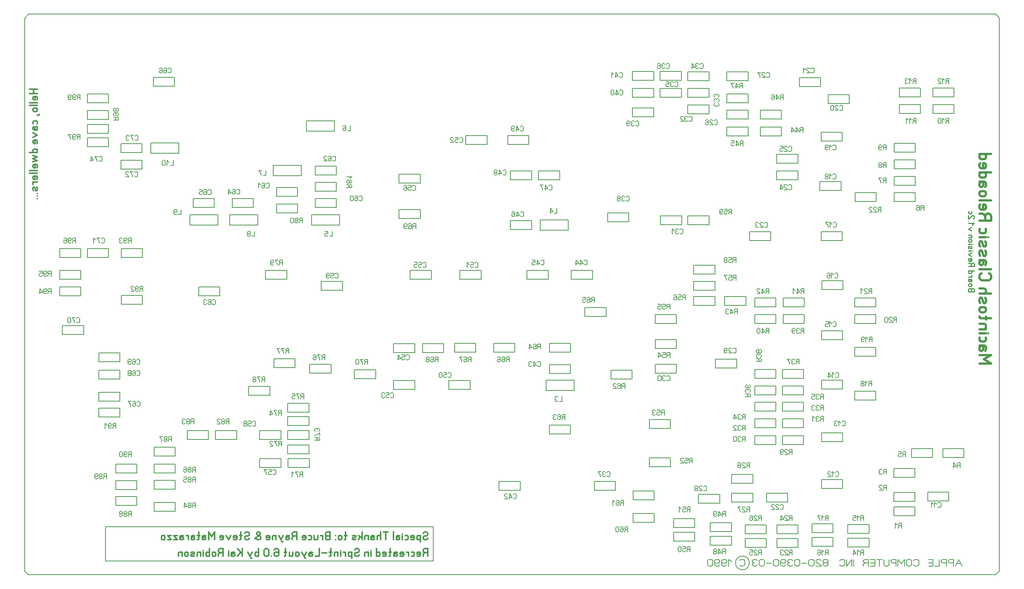
<source format=gbr>
%FSLAX34Y34*%
%MOMM*%
%LNSILK_BOTTOM*%
G71*
G01*
%ADD10C,0.150*%
%ADD11C,0.144*%
%ADD12C,0.206*%
%ADD13C,0.189*%
%ADD14C,0.200*%
%ADD15C,0.318*%
%ADD16C,0.476*%
%ADD17C,0.238*%
%LPD*%
G54D10*
X2239169Y989012D02*
X2231231Y996950D01*
X11112Y996950D01*
X1588Y987425D01*
X1588Y-283369D01*
X9525Y-291306D01*
X2231231Y-291306D01*
X2239169Y-283369D01*
X2239169Y989012D01*
G54D10*
X145262Y775356D02*
X193925Y775356D01*
X193925Y754994D01*
X145262Y754994D01*
X145262Y775356D01*
G54D10*
X145262Y813456D02*
X193925Y813456D01*
X193925Y793094D01*
X145262Y793094D01*
X145262Y813456D01*
G54D10*
X145262Y743606D02*
X193925Y743606D01*
X193925Y723244D01*
X145262Y723244D01*
X145262Y743606D01*
G54D10*
X145262Y712650D02*
X193925Y712650D01*
X193925Y692288D01*
X145262Y692288D01*
X145262Y712650D01*
G54D10*
X222256Y699156D02*
X270919Y699156D01*
X270919Y678794D01*
X222256Y678794D01*
X222256Y699156D01*
G54D10*
X222256Y661056D02*
X270919Y661056D01*
X270919Y640694D01*
X222256Y640694D01*
X222256Y661056D01*
G54D10*
X296869Y851556D02*
X345531Y851556D01*
X345531Y831194D01*
X296869Y831194D01*
X296869Y851556D01*
G54D10*
X388150Y572950D02*
X436812Y572950D01*
X436812Y552588D01*
X388150Y552588D01*
X388150Y572950D01*
G54D10*
X223050Y457856D02*
X271712Y457856D01*
X271712Y437494D01*
X223050Y437494D01*
X223050Y457856D01*
G54D10*
X81762Y457856D02*
X130425Y457856D01*
X130425Y437494D01*
X81762Y437494D01*
X81762Y457856D01*
G54D10*
X145262Y457856D02*
X193925Y457856D01*
X193925Y437494D01*
X145262Y437494D01*
X145262Y457856D01*
G54D10*
X477844Y572950D02*
X526506Y572950D01*
X526506Y552588D01*
X477844Y552588D01*
X477844Y572950D01*
G54D10*
X445200Y535875D02*
X445200Y511875D01*
X381200Y511875D01*
X381200Y535875D01*
X445200Y535875D01*
G54D10*
X536481Y535875D02*
X536481Y511875D01*
X472481Y511875D01*
X472481Y535875D01*
X536481Y535875D01*
G54D10*
X579444Y598350D02*
X628106Y598350D01*
X628106Y577988D01*
X579444Y577988D01*
X579444Y598350D01*
G54D10*
X579444Y560250D02*
X628106Y560250D01*
X628106Y539888D01*
X579444Y539888D01*
X579444Y560250D01*
G54D10*
X636494Y649381D02*
X636494Y625381D01*
X572494Y625381D01*
X572494Y649381D01*
X636494Y649381D01*
G54D10*
X668344Y647562D02*
X717006Y647562D01*
X717006Y627200D01*
X668344Y627200D01*
X668344Y647562D01*
G54D10*
X668344Y610256D02*
X717006Y610256D01*
X717006Y589894D01*
X668344Y589894D01*
X668344Y610256D01*
G54D10*
X668344Y572950D02*
X717006Y572950D01*
X717006Y552588D01*
X668344Y552588D01*
X668344Y572950D01*
G54D10*
X724706Y535875D02*
X724706Y511875D01*
X660706Y511875D01*
X660706Y535875D01*
X724706Y535875D01*
G54D10*
X712694Y751775D02*
X712694Y727775D01*
X648694Y727775D01*
X648694Y751775D01*
X712694Y751775D01*
G54D10*
X861225Y629306D02*
X909888Y629306D01*
X909888Y608944D01*
X861225Y608944D01*
X861225Y629306D01*
G54D10*
X861225Y547550D02*
X909888Y547550D01*
X909888Y527188D01*
X861225Y527188D01*
X861225Y547550D01*
G54D10*
X554838Y407850D02*
X603500Y407850D01*
X603500Y387488D01*
X554838Y387488D01*
X554838Y407850D01*
G54D10*
X682631Y382450D02*
X731294Y382450D01*
X731294Y362088D01*
X682631Y362088D01*
X682631Y382450D01*
G54D10*
X886625Y407850D02*
X935288Y407850D01*
X935288Y387488D01*
X886625Y387488D01*
X886625Y407850D01*
G54D10*
X400850Y369750D02*
X449512Y369750D01*
X449512Y349388D01*
X400850Y349388D01*
X400850Y369750D01*
G54D10*
X81762Y407850D02*
X130425Y407850D01*
X130425Y387488D01*
X81762Y387488D01*
X81762Y407850D01*
G54D10*
X81762Y369750D02*
X130425Y369750D01*
X130425Y349388D01*
X81762Y349388D01*
X81762Y369750D01*
G54D10*
X88112Y280850D02*
X136775Y280850D01*
X136775Y260488D01*
X88112Y260488D01*
X88112Y280850D01*
G54D10*
X223050Y350700D02*
X271712Y350700D01*
X271712Y330338D01*
X223050Y330338D01*
X223050Y350700D01*
G54D10*
X171456Y218144D02*
X220119Y218144D01*
X220119Y197781D01*
X171456Y197781D01*
X171456Y218144D01*
G54D10*
X171456Y178456D02*
X220119Y178456D01*
X220119Y158094D01*
X171456Y158094D01*
X171456Y178456D01*
G54D10*
X171456Y127656D02*
X220119Y127656D01*
X220119Y107294D01*
X171456Y107294D01*
X171456Y127656D01*
G54D10*
X171456Y91144D02*
X220119Y91144D01*
X220119Y70781D01*
X171456Y70781D01*
X171456Y91144D01*
G54D10*
X1000925Y407850D02*
X1049588Y407850D01*
X1049588Y387488D01*
X1000925Y387488D01*
X1000925Y407850D01*
G54D10*
X1154869Y407950D02*
X1203531Y407950D01*
X1203531Y387588D01*
X1154869Y387588D01*
X1154869Y407950D01*
G54D10*
X1256425Y408050D02*
X1305088Y408050D01*
X1305088Y387688D01*
X1256425Y387688D01*
X1256425Y408050D01*
G54D10*
X210350Y-37444D02*
X259012Y-37444D01*
X259012Y-57806D01*
X210350Y-57806D01*
X210350Y-37444D01*
G54D10*
X210350Y-75544D02*
X259012Y-75544D01*
X259012Y-95906D01*
X210350Y-95906D01*
X210350Y-75544D01*
G54D10*
X210350Y-112056D02*
X259012Y-112056D01*
X259012Y-132419D01*
X210350Y-132419D01*
X210350Y-112056D01*
G54D10*
X298412Y-37344D02*
X347075Y-37344D01*
X347075Y-57706D01*
X298412Y-57706D01*
X298412Y-37344D01*
G54D10*
X298412Y1550D02*
X347075Y1550D01*
X347075Y-18812D01*
X298412Y-18812D01*
X298412Y1550D01*
G54D10*
X298412Y-74650D02*
X347075Y-74650D01*
X347075Y-95012D01*
X298412Y-95012D01*
X298412Y-74650D01*
G54D10*
X298412Y-125450D02*
X347075Y-125450D01*
X347075Y-145812D01*
X298412Y-145812D01*
X298412Y-125450D01*
G54D10*
X374612Y39650D02*
X423275Y39650D01*
X423275Y19288D01*
X374612Y19288D01*
X374612Y39650D01*
G54D10*
X439700Y39650D02*
X488362Y39650D01*
X488362Y19288D01*
X439700Y19288D01*
X439700Y39650D01*
G54D10*
X541256Y39750D02*
X589919Y39750D01*
X589919Y19388D01*
X541256Y19388D01*
X541256Y39750D01*
G54D10*
X541256Y-24544D02*
X589919Y-24544D01*
X589919Y-44906D01*
X541256Y-44906D01*
X541256Y-24544D01*
G54D10*
X605506Y39850D02*
X654169Y39850D01*
X654169Y19488D01*
X605506Y19488D01*
X605506Y39850D01*
G54D10*
X605506Y6512D02*
X654169Y6512D01*
X654169Y-13850D01*
X605506Y-13850D01*
X605506Y6512D01*
G54D10*
X606300Y-24444D02*
X654962Y-24444D01*
X654962Y-44806D01*
X606300Y-44806D01*
X606300Y-24444D01*
G54D10*
X605506Y71600D02*
X654169Y71600D01*
X654169Y51238D01*
X605506Y51238D01*
X605506Y71600D01*
G54D10*
X605506Y102556D02*
X654169Y102556D01*
X654169Y82194D01*
X605506Y82194D01*
X605506Y102556D01*
G54D10*
X515812Y141450D02*
X564475Y141450D01*
X564475Y121088D01*
X515812Y121088D01*
X515812Y141450D01*
G54D10*
X573756Y204950D02*
X622419Y204950D01*
X622419Y184588D01*
X573756Y184588D01*
X573756Y204950D01*
G54D10*
X656306Y192250D02*
X704969Y192250D01*
X704969Y171888D01*
X656306Y171888D01*
X656306Y192250D01*
G54D10*
X758700Y179550D02*
X807362Y179550D01*
X807362Y159188D01*
X758700Y159188D01*
X758700Y179550D01*
G54D10*
X848394Y154547D02*
X897056Y154547D01*
X897056Y134184D01*
X848394Y134184D01*
X848394Y154547D01*
G54D10*
X975350Y155044D02*
X1024012Y155044D01*
X1024012Y134681D01*
X975350Y134681D01*
X975350Y155044D01*
G54D10*
X848394Y239875D02*
X897056Y239875D01*
X897056Y219512D01*
X848394Y219512D01*
X848394Y239875D01*
G54D10*
X915025Y239975D02*
X963688Y239975D01*
X963688Y219612D01*
X915025Y219612D01*
X915025Y239975D01*
G54D10*
X988800Y240075D02*
X1037462Y240075D01*
X1037462Y219712D01*
X988800Y219712D01*
X988800Y240075D01*
G54D10*
X1078450Y240175D02*
X1127112Y240175D01*
X1127112Y219812D01*
X1078450Y219812D01*
X1078450Y240175D01*
G54D10*
X1206200Y240275D02*
X1254862Y240275D01*
X1254862Y219912D01*
X1206200Y219912D01*
X1206200Y240275D01*
G54D10*
X1206200Y191062D02*
X1254862Y191062D01*
X1254862Y170700D01*
X1206200Y170700D01*
X1206200Y191062D01*
G54D10*
X1262763Y155669D02*
X1262763Y131669D01*
X1198762Y131669D01*
X1198762Y155669D01*
X1262763Y155669D01*
G54D10*
X1206200Y52156D02*
X1254862Y52156D01*
X1254862Y31794D01*
X1206200Y31794D01*
X1206200Y52156D01*
G54D10*
X1287778Y322722D02*
X1336441Y322722D01*
X1336441Y302359D01*
X1287778Y302359D01*
X1287778Y322722D01*
G54D10*
X1347706Y178656D02*
X1396369Y178656D01*
X1396369Y158294D01*
X1347706Y158294D01*
X1347706Y178656D01*
G54D10*
X1449306Y248506D02*
X1497969Y248506D01*
X1497969Y228144D01*
X1449306Y228144D01*
X1449306Y248506D01*
G54D10*
X1449306Y306450D02*
X1497969Y306450D01*
X1497969Y286088D01*
X1449306Y286088D01*
X1449306Y306450D01*
G54D10*
X1449306Y192150D02*
X1497969Y192150D01*
X1497969Y171788D01*
X1449306Y171788D01*
X1449306Y192150D01*
G54D10*
X1435812Y65150D02*
X1484475Y65150D01*
X1484475Y44788D01*
X1435812Y44788D01*
X1435812Y65150D01*
G54D10*
X1435812Y-22956D02*
X1484475Y-22956D01*
X1484475Y-43319D01*
X1435812Y-43319D01*
X1435812Y-22956D01*
G54D10*
X1309606Y-76931D02*
X1358269Y-76931D01*
X1358269Y-97294D01*
X1309606Y-97294D01*
X1309606Y-76931D01*
G54D10*
X1090531Y-76931D02*
X1139194Y-76931D01*
X1139194Y-97294D01*
X1090531Y-97294D01*
X1090531Y-76931D01*
G54D10*
X1398506Y-99156D02*
X1447169Y-99156D01*
X1447169Y-119519D01*
X1398506Y-119519D01*
X1398506Y-99156D01*
G54D10*
X1398506Y-150750D02*
X1447169Y-150750D01*
X1447169Y-171112D01*
X1398506Y-171112D01*
X1398506Y-150750D01*
G54D10*
X1014419Y718206D02*
X1063081Y718206D01*
X1063081Y697844D01*
X1014419Y697844D01*
X1014419Y718206D01*
G54D10*
X1110419Y718306D02*
X1159081Y718306D01*
X1159081Y697944D01*
X1110419Y697944D01*
X1110419Y718306D01*
G54D10*
X1116769Y636550D02*
X1165431Y636550D01*
X1165431Y616188D01*
X1116769Y616188D01*
X1116769Y636550D01*
G54D10*
X1181019Y636650D02*
X1229681Y636650D01*
X1229681Y616288D01*
X1181019Y616288D01*
X1181019Y636650D01*
G54D10*
X1116769Y522250D02*
X1165431Y522250D01*
X1165431Y501888D01*
X1116769Y501888D01*
X1116769Y522250D01*
G54D10*
X1249269Y523969D02*
X1249269Y499969D01*
X1185269Y499969D01*
X1185269Y523969D01*
X1249269Y523969D01*
G54D10*
X1339812Y540506D02*
X1388475Y540506D01*
X1388475Y520144D01*
X1339812Y520144D01*
X1339812Y540506D01*
G54D10*
X1461256Y533362D02*
X1509919Y533362D01*
X1509919Y513000D01*
X1461256Y513000D01*
X1461256Y533362D01*
G54D10*
X1523919Y533462D02*
X1572581Y533462D01*
X1572581Y513100D01*
X1523919Y513100D01*
X1523919Y533462D01*
G54D10*
X1666044Y496850D02*
X1714706Y496850D01*
X1714706Y476488D01*
X1666044Y476488D01*
X1666044Y496850D01*
G54D10*
X1830306Y496950D02*
X1878969Y496950D01*
X1878969Y476588D01*
X1830306Y476588D01*
X1830306Y496950D01*
G54D10*
X1537456Y419856D02*
X1586119Y419856D01*
X1586119Y399494D01*
X1537456Y399494D01*
X1537456Y419856D01*
G54D10*
X1537456Y382550D02*
X1586119Y382550D01*
X1586119Y362188D01*
X1537456Y362188D01*
X1537456Y382550D01*
G54D10*
X1537456Y347625D02*
X1586119Y347625D01*
X1586119Y327262D01*
X1537456Y327262D01*
X1537456Y347625D01*
G54D10*
X1608850Y347725D02*
X1657512Y347725D01*
X1657512Y327362D01*
X1608850Y327362D01*
X1608850Y347725D01*
G54D10*
X1727956Y636550D02*
X1776619Y636550D01*
X1776619Y616188D01*
X1727956Y616188D01*
X1727956Y636550D01*
G54D10*
X1727956Y674650D02*
X1776619Y674650D01*
X1776619Y654288D01*
X1727956Y654288D01*
X1727956Y674650D01*
G54D10*
X1677950Y344450D02*
X1726612Y344450D01*
X1726612Y324088D01*
X1677950Y324088D01*
X1677950Y344450D01*
G54D10*
X1677950Y306350D02*
X1726612Y306350D01*
X1726612Y285988D01*
X1677950Y285988D01*
X1677950Y306350D01*
G54D10*
X1742994Y344550D02*
X1791656Y344550D01*
X1791656Y324188D01*
X1742994Y324188D01*
X1742994Y344550D01*
G54D10*
X1742994Y306450D02*
X1791656Y306450D01*
X1791656Y286088D01*
X1742994Y286088D01*
X1742994Y306450D01*
G54D10*
X1907256Y344650D02*
X1955919Y344650D01*
X1955919Y324288D01*
X1907256Y324288D01*
X1907256Y344650D01*
G54D10*
X1907256Y306550D02*
X1955919Y306550D01*
X1955919Y286188D01*
X1907256Y286188D01*
X1907256Y306550D01*
G54D10*
X1907256Y231144D02*
X1955919Y231144D01*
X1955919Y210781D01*
X1907256Y210781D01*
X1907256Y231144D01*
G54D10*
X1831894Y384238D02*
X1880556Y384238D01*
X1880556Y363875D01*
X1831894Y363875D01*
X1831894Y384238D01*
G54D10*
X1831100Y269144D02*
X1879762Y269144D01*
X1879762Y248781D01*
X1831100Y248781D01*
X1831100Y269144D01*
G54D10*
X1831100Y155638D02*
X1879762Y155638D01*
X1879762Y135275D01*
X1831100Y135275D01*
X1831100Y155638D01*
G54D10*
X1907256Y130338D02*
X1955919Y130338D01*
X1955919Y109975D01*
X1907256Y109975D01*
X1907256Y130338D01*
G54D10*
X1831100Y34988D02*
X1879762Y34988D01*
X1879762Y14625D01*
X1831100Y14625D01*
X1831100Y34988D01*
G54D10*
X1587419Y204056D02*
X1636081Y204056D01*
X1636081Y183694D01*
X1587419Y183694D01*
X1587419Y204056D01*
G54D10*
X1624725Y-61056D02*
X1673388Y-61056D01*
X1673388Y-81419D01*
X1624725Y-81419D01*
X1624725Y-61056D01*
G54D10*
X1831100Y-72962D02*
X1879762Y-72962D01*
X1879762Y-93325D01*
X1831100Y-93325D01*
X1831100Y-72962D01*
G54D10*
X1677950Y180144D02*
X1726612Y180144D01*
X1726612Y159781D01*
X1677950Y159781D01*
X1677950Y180144D01*
G54D10*
X1741406Y180244D02*
X1790069Y180244D01*
X1790069Y159881D01*
X1741406Y159881D01*
X1741406Y180244D01*
G54D10*
X1677950Y142044D02*
X1726612Y142044D01*
X1726612Y121681D01*
X1677950Y121681D01*
X1677950Y142044D01*
G54D10*
X1741406Y142144D02*
X1790069Y142144D01*
X1790069Y121781D01*
X1741406Y121781D01*
X1741406Y142144D01*
G54D10*
X1677950Y104738D02*
X1726612Y104738D01*
X1726612Y84375D01*
X1677950Y84375D01*
X1677950Y104738D01*
G54D10*
X1741406Y104838D02*
X1790069Y104838D01*
X1790069Y84475D01*
X1741406Y84475D01*
X1741406Y104838D01*
G54D10*
X1677950Y66638D02*
X1726612Y66638D01*
X1726612Y46275D01*
X1677950Y46275D01*
X1677950Y66638D01*
G54D10*
X1741406Y66738D02*
X1790069Y66738D01*
X1790069Y46375D01*
X1741406Y46375D01*
X1741406Y66738D01*
G54D10*
X1677950Y27744D02*
X1726612Y27744D01*
X1726612Y7381D01*
X1677950Y7381D01*
X1677950Y27744D01*
G54D10*
X1741406Y27844D02*
X1790069Y27844D01*
X1790069Y7481D01*
X1741406Y7481D01*
X1741406Y27844D01*
G54D10*
X1655725Y-177044D02*
X1704388Y-177044D01*
X1704388Y-197406D01*
X1655725Y-197406D01*
X1655725Y-177044D01*
G54D10*
X1655725Y-208000D02*
X1704388Y-208000D01*
X1704388Y-228362D01*
X1655725Y-228362D01*
X1655725Y-208000D01*
G54D10*
X1728750Y-177044D02*
X1777412Y-177044D01*
X1777412Y-197406D01*
X1728750Y-197406D01*
X1728750Y-177044D01*
G54D10*
X1728750Y-208000D02*
X1777412Y-208000D01*
X1777412Y-228362D01*
X1728750Y-228362D01*
X1728750Y-208000D01*
G54D10*
X1808919Y-174662D02*
X1857581Y-174662D01*
X1857581Y-195025D01*
X1808919Y-195025D01*
X1808919Y-174662D01*
G54D10*
X1808919Y-205619D02*
X1857581Y-205619D01*
X1857581Y-225981D01*
X1808919Y-225981D01*
X1808919Y-205619D01*
G54D10*
X1891469Y-176250D02*
X1940131Y-176250D01*
X1940131Y-196612D01*
X1891469Y-196612D01*
X1891469Y-176250D01*
G54D10*
X1891469Y-207206D02*
X1940131Y-207206D01*
X1940131Y-227569D01*
X1891469Y-227569D01*
X1891469Y-207206D01*
G54D10*
X1575556Y-172281D02*
X1624219Y-172281D01*
X1624219Y-192644D01*
X1575556Y-192644D01*
X1575556Y-172281D01*
G54D10*
X1575556Y-203238D02*
X1624219Y-203238D01*
X1624219Y-223600D01*
X1575556Y-223600D01*
X1575556Y-203238D01*
G54D10*
X1491419Y-162756D02*
X1540081Y-162756D01*
X1540081Y-183119D01*
X1491419Y-183119D01*
X1491419Y-162756D01*
G54D10*
X1491419Y-193712D02*
X1540081Y-193712D01*
X1540081Y-214075D01*
X1491419Y-214075D01*
X1491419Y-193712D01*
G54D10*
X1624725Y-103919D02*
X1673388Y-103919D01*
X1673388Y-124281D01*
X1624725Y-124281D01*
X1624725Y-103919D01*
G54D10*
X1704894Y-103919D02*
X1753556Y-103919D01*
X1753556Y-124281D01*
X1704894Y-124281D01*
X1704894Y-103919D01*
G54D10*
X1548525Y-106300D02*
X1597188Y-106300D01*
X1597188Y-126663D01*
X1548525Y-126663D01*
X1548525Y-106300D01*
G54D10*
X1996994Y-47562D02*
X2045656Y-47562D01*
X2045656Y-67925D01*
X1996994Y-67925D01*
X1996994Y-47562D01*
G54D10*
X1996994Y-102331D02*
X2045656Y-102331D01*
X2045656Y-122694D01*
X1996994Y-122694D01*
X1996994Y-102331D01*
G54D10*
X1996994Y-135669D02*
X2045656Y-135669D01*
X2045656Y-156031D01*
X1996994Y-156031D01*
X1996994Y-135669D01*
G54D10*
X2074781Y-101538D02*
X2123444Y-101538D01*
X2123444Y-121900D01*
X2074781Y-121900D01*
X2074781Y-101538D01*
G54D10*
X2037475Y-1525D02*
X2086138Y-1525D01*
X2086138Y-21888D01*
X2037475Y-21888D01*
X2037475Y-1525D01*
G54D10*
X2109706Y-1525D02*
X2158369Y-1525D01*
X2158369Y-21888D01*
X2109706Y-21888D01*
X2109706Y-1525D01*
G54D10*
X1827175Y611944D02*
X1875838Y611944D01*
X1875838Y591581D01*
X1827175Y591581D01*
X1827175Y611944D01*
G54D10*
X1830350Y725450D02*
X1879012Y725450D01*
X1879012Y705088D01*
X1830350Y705088D01*
X1830350Y725450D01*
G54D10*
X1908094Y586644D02*
X1956756Y586644D01*
X1956756Y566281D01*
X1908094Y566281D01*
X1908094Y586644D01*
G54D10*
X1997788Y586644D02*
X2046450Y586644D01*
X2046450Y566281D01*
X1997788Y566281D01*
X1997788Y586644D01*
G54D10*
X1997788Y623950D02*
X2046450Y623950D01*
X2046450Y603588D01*
X1997788Y603588D01*
X1997788Y623950D01*
G54D10*
X1997788Y662050D02*
X2046450Y662050D01*
X2046450Y641688D01*
X1997788Y641688D01*
X1997788Y662050D01*
G54D10*
X1997788Y700150D02*
X2046450Y700150D01*
X2046450Y679788D01*
X1997788Y679788D01*
X1997788Y700150D01*
G54D10*
X2009694Y827150D02*
X2058356Y827150D01*
X2058356Y806788D01*
X2009694Y806788D01*
X2009694Y827150D01*
G54D10*
X2009694Y789050D02*
X2058356Y789050D01*
X2058356Y768688D01*
X2009694Y768688D01*
X2009694Y789050D01*
G54D10*
X2086644Y827250D02*
X2135306Y827250D01*
X2135306Y806888D01*
X2086644Y806888D01*
X2086644Y827250D01*
G54D10*
X2086644Y789150D02*
X2135306Y789150D01*
X2135306Y768788D01*
X2086644Y768788D01*
X2086644Y789150D01*
G54D11*
X125327Y806296D02*
X122727Y804852D01*
X121860Y803407D01*
X121860Y800518D01*
G54D11*
X128794Y800518D02*
X128794Y812074D01*
X124460Y812074D01*
X122727Y811352D01*
X121860Y809907D01*
X121860Y808463D01*
X122727Y807018D01*
X124460Y806296D01*
X128794Y806296D01*
G54D11*
X118683Y802685D02*
X117816Y801241D01*
X116083Y800518D01*
X114350Y800518D01*
X112616Y801241D01*
X111750Y802685D01*
X111750Y806296D01*
X111750Y807018D01*
X114350Y805574D01*
X116083Y805574D01*
X117816Y806296D01*
X118683Y807741D01*
X118683Y809907D01*
X117816Y811352D01*
X116083Y812074D01*
X114350Y812074D01*
X112616Y811352D01*
X111750Y809907D01*
X111750Y806296D01*
G54D11*
X108572Y802685D02*
X107705Y801241D01*
X105972Y800518D01*
X104238Y800518D01*
X102505Y801241D01*
X101638Y802685D01*
X101638Y806296D01*
X101638Y807018D01*
X104238Y805574D01*
X105972Y805574D01*
X107705Y806296D01*
X108572Y807741D01*
X108572Y809907D01*
X107705Y811352D01*
X105972Y812074D01*
X104238Y812074D01*
X102505Y811352D01*
X101638Y809907D01*
X101638Y806296D01*
G54D11*
X330616Y863804D02*
X331483Y862359D01*
X333216Y861637D01*
X334950Y861637D01*
X336683Y862359D01*
X337550Y863804D01*
X337550Y871026D01*
X336683Y872471D01*
X334950Y873193D01*
X333216Y873193D01*
X331483Y872471D01*
X330616Y871026D01*
G54D11*
X320505Y871026D02*
X321372Y872471D01*
X323105Y873193D01*
X324839Y873193D01*
X326572Y872471D01*
X327439Y871026D01*
X327439Y867415D01*
X327439Y866693D01*
X324839Y868137D01*
X323105Y868137D01*
X321372Y867415D01*
X320505Y865971D01*
X320505Y863804D01*
X321372Y862359D01*
X323105Y861637D01*
X324839Y861637D01*
X326572Y862359D01*
X327439Y863804D01*
X327439Y867415D01*
G54D11*
X310394Y871026D02*
X311261Y872471D01*
X312994Y873193D01*
X314728Y873193D01*
X316461Y872471D01*
X317328Y871026D01*
X317328Y867415D01*
X317328Y866693D01*
X314728Y868137D01*
X312994Y868137D01*
X311261Y867415D01*
X310394Y865971D01*
X310394Y863804D01*
X311261Y862359D01*
X312994Y861637D01*
X314728Y861637D01*
X316461Y862359D01*
X317328Y863804D01*
X317328Y867415D01*
G54D11*
X211026Y756730D02*
X209582Y759330D01*
X208137Y760197D01*
X205248Y760197D01*
G54D11*
X205248Y753264D02*
X216804Y753264D01*
X216804Y757597D01*
X216082Y759330D01*
X214637Y760197D01*
X213193Y760197D01*
X211748Y759330D01*
X211026Y757597D01*
X211026Y753264D01*
G54D11*
X207415Y763375D02*
X205971Y764242D01*
X205248Y765975D01*
X205248Y767708D01*
X205971Y769442D01*
X207415Y770308D01*
X211026Y770308D01*
X211748Y770308D01*
X210304Y767708D01*
X210304Y765975D01*
X211026Y764242D01*
X212471Y763375D01*
X214637Y763375D01*
X216082Y764242D01*
X216804Y765975D01*
X216804Y767708D01*
X216082Y769442D01*
X214637Y770308D01*
X211026Y770308D01*
G54D11*
X211026Y777819D02*
X211026Y776086D01*
X211748Y774352D01*
X213193Y773486D01*
X214637Y773486D01*
X216082Y774352D01*
X216804Y776086D01*
X216804Y777819D01*
X216082Y779552D01*
X214637Y780419D01*
X213193Y780419D01*
X211748Y779552D01*
X211026Y777819D01*
X210304Y779552D01*
X208860Y780419D01*
X207415Y780419D01*
X205971Y779552D01*
X205248Y777819D01*
X205248Y776086D01*
X205971Y774352D01*
X207415Y773486D01*
X208860Y773486D01*
X210304Y774352D01*
X211026Y776086D01*
G54D11*
X125327Y715015D02*
X122727Y713571D01*
X121860Y712126D01*
X121860Y709237D01*
G54D11*
X128794Y709237D02*
X128794Y720793D01*
X124460Y720793D01*
X122727Y720071D01*
X121860Y718626D01*
X121860Y717182D01*
X122727Y715737D01*
X124460Y715015D01*
X128794Y715015D01*
G54D11*
X118683Y711404D02*
X117816Y709960D01*
X116083Y709237D01*
X114350Y709237D01*
X112616Y709960D01*
X111750Y711404D01*
X111750Y715015D01*
X111750Y715737D01*
X114350Y714293D01*
X116083Y714293D01*
X117816Y715015D01*
X118683Y716460D01*
X118683Y718626D01*
X117816Y720071D01*
X116083Y720793D01*
X114350Y720793D01*
X112616Y720071D01*
X111750Y718626D01*
X111750Y715015D01*
G54D11*
X108572Y720793D02*
X101638Y720793D01*
X102505Y719348D01*
X104238Y717182D01*
X105972Y714293D01*
X106838Y712126D01*
X106838Y709237D01*
G54D11*
X172660Y660604D02*
X173527Y659160D01*
X175260Y658438D01*
X176994Y658438D01*
X178727Y659160D01*
X179594Y660604D01*
X179594Y667826D01*
X178727Y669271D01*
X176994Y669993D01*
X175260Y669993D01*
X173527Y669271D01*
X172660Y667826D01*
G54D11*
X169483Y669993D02*
X162549Y669993D01*
X163416Y668549D01*
X165149Y666382D01*
X166883Y663493D01*
X167749Y661326D01*
X167749Y658438D01*
G54D11*
X154172Y658438D02*
X154172Y669993D01*
X159372Y662771D01*
X159372Y661326D01*
X152438Y661326D01*
G54D11*
X254417Y709023D02*
X255284Y707578D01*
X257017Y706856D01*
X258750Y706856D01*
X260484Y707578D01*
X261350Y709023D01*
X261350Y716245D01*
X260484Y717689D01*
X258750Y718412D01*
X257017Y718412D01*
X255284Y717689D01*
X254417Y716245D01*
G54D11*
X251239Y718412D02*
X244306Y718412D01*
X245173Y716967D01*
X246906Y714800D01*
X248639Y711912D01*
X249506Y709745D01*
X249506Y706856D01*
G54D11*
X241128Y716245D02*
X240262Y717689D01*
X238528Y718412D01*
X236795Y718412D01*
X235062Y717689D01*
X234195Y716245D01*
X234195Y714800D01*
X235062Y713356D01*
X236795Y712634D01*
X235062Y711912D01*
X234195Y710467D01*
X234195Y709023D01*
X235062Y707578D01*
X236795Y706856D01*
X238528Y706856D01*
X240262Y707578D01*
X241128Y709023D01*
G54D11*
X253623Y625679D02*
X254490Y624234D01*
X256223Y623512D01*
X257956Y623512D01*
X259690Y624234D01*
X260556Y625679D01*
X260556Y632901D01*
X259690Y634346D01*
X257956Y635068D01*
X256223Y635068D01*
X254490Y634346D01*
X253623Y632901D01*
G54D11*
X250446Y635068D02*
X243512Y635068D01*
X244379Y633623D01*
X246112Y631457D01*
X247846Y628568D01*
X248712Y626401D01*
X248712Y623512D01*
G54D11*
X233401Y623512D02*
X240334Y623512D01*
X240334Y624234D01*
X239468Y625679D01*
X234268Y630012D01*
X233401Y631457D01*
X233401Y632901D01*
X234268Y634346D01*
X236001Y635068D01*
X237734Y635068D01*
X239468Y634346D01*
X240334Y632901D01*
G54D12*
X749163Y740868D02*
X749163Y729312D01*
X743096Y729312D01*
G54D12*
X732118Y738701D02*
X732985Y740146D01*
X734718Y740868D01*
X736452Y740868D01*
X738185Y740146D01*
X739052Y738701D01*
X739052Y735090D01*
X739052Y734368D01*
X736452Y735812D01*
X734718Y735812D01*
X732985Y735090D01*
X732118Y733646D01*
X732118Y731479D01*
X732985Y730035D01*
X734718Y729312D01*
X736452Y729312D01*
X738185Y730035D01*
X739052Y731479D01*
X739052Y735090D01*
G54D11*
X242802Y476890D02*
X240202Y475446D01*
X239335Y474001D01*
X239335Y471112D01*
G54D11*
X246268Y471112D02*
X246268Y482668D01*
X241935Y482668D01*
X240202Y481946D01*
X239335Y480501D01*
X239335Y479057D01*
X240202Y477612D01*
X241935Y476890D01*
X246268Y476890D01*
G54D11*
X236157Y473279D02*
X235291Y471834D01*
X233557Y471112D01*
X231824Y471112D01*
X230091Y471834D01*
X229224Y473279D01*
X229224Y476890D01*
X229224Y477612D01*
X231824Y476168D01*
X233557Y476168D01*
X235291Y476890D01*
X236157Y478334D01*
X236157Y480501D01*
X235291Y481946D01*
X233557Y482668D01*
X231824Y482668D01*
X230091Y481946D01*
X229224Y480501D01*
X229224Y476890D01*
G54D11*
X226046Y480501D02*
X225180Y481946D01*
X223446Y482668D01*
X221713Y482668D01*
X219980Y481946D01*
X219113Y480501D01*
X219113Y479057D01*
X219980Y477612D01*
X221713Y476890D01*
X219980Y476168D01*
X219113Y474723D01*
X219113Y473279D01*
X219980Y471834D01*
X221713Y471112D01*
X223446Y471112D01*
X225180Y471834D01*
X226046Y473279D01*
G54D11*
X177423Y473279D02*
X178290Y471834D01*
X180023Y471112D01*
X181756Y471112D01*
X183490Y471834D01*
X184356Y473279D01*
X184356Y480501D01*
X183490Y481946D01*
X181756Y482668D01*
X180023Y482668D01*
X178290Y481946D01*
X177423Y480501D01*
G54D11*
X174245Y482668D02*
X167312Y482668D01*
X168179Y481223D01*
X169912Y479057D01*
X171645Y476168D01*
X172512Y474001D01*
X172512Y471112D01*
G54D11*
X164134Y478334D02*
X159801Y482668D01*
X159801Y471112D01*
G54D11*
X115008Y476890D02*
X112408Y475446D01*
X111542Y474001D01*
X111542Y471112D01*
G54D11*
X118475Y471112D02*
X118475Y482668D01*
X114142Y482668D01*
X112408Y481946D01*
X111542Y480501D01*
X111542Y479057D01*
X112408Y477612D01*
X114142Y476890D01*
X118475Y476890D01*
G54D11*
X108364Y473279D02*
X107497Y471834D01*
X105764Y471112D01*
X104031Y471112D01*
X102297Y471834D01*
X101431Y473279D01*
X101431Y476890D01*
X101431Y477612D01*
X104031Y476168D01*
X105764Y476168D01*
X107497Y476890D01*
X108364Y478334D01*
X108364Y480501D01*
X107497Y481946D01*
X105764Y482668D01*
X104031Y482668D01*
X102297Y481946D01*
X101431Y480501D01*
X101431Y476890D01*
G54D11*
X91320Y480501D02*
X92186Y481946D01*
X93920Y482668D01*
X95653Y482668D01*
X97386Y481946D01*
X98253Y480501D01*
X98253Y476890D01*
X98253Y476168D01*
X95653Y477612D01*
X93920Y477612D01*
X92186Y476890D01*
X91320Y475446D01*
X91320Y473279D01*
X92186Y471834D01*
X93920Y471112D01*
X95653Y471112D01*
X97386Y471834D01*
X98253Y473279D01*
X98253Y476890D01*
G54D11*
X58652Y400690D02*
X56052Y399246D01*
X55186Y397801D01*
X55186Y394912D01*
G54D11*
X62119Y394912D02*
X62119Y406468D01*
X57786Y406468D01*
X56052Y405746D01*
X55186Y404301D01*
X55186Y402857D01*
X56052Y401412D01*
X57786Y400690D01*
X62119Y400690D01*
G54D11*
X52008Y397079D02*
X51141Y395635D01*
X49408Y394912D01*
X47674Y394912D01*
X45941Y395635D01*
X45074Y397079D01*
X45074Y400690D01*
X45074Y401412D01*
X47674Y399968D01*
X49408Y399968D01*
X51141Y400690D01*
X52008Y402135D01*
X52008Y404301D01*
X51141Y405746D01*
X49408Y406468D01*
X47674Y406468D01*
X45941Y405746D01*
X45074Y404301D01*
X45074Y400690D01*
G54D11*
X34964Y406468D02*
X41897Y406468D01*
X41897Y401412D01*
X41030Y401412D01*
X39297Y402135D01*
X37564Y402135D01*
X35830Y401412D01*
X34964Y399968D01*
X34964Y397079D01*
X35830Y395635D01*
X37564Y394912D01*
X39297Y394912D01*
X41030Y395635D01*
X41897Y397079D01*
G54D11*
X58652Y360209D02*
X56052Y358765D01*
X55186Y357320D01*
X55186Y354431D01*
G54D11*
X62119Y354431D02*
X62119Y365987D01*
X57786Y365987D01*
X56052Y365265D01*
X55186Y363820D01*
X55186Y362376D01*
X56052Y360931D01*
X57786Y360209D01*
X62119Y360209D01*
G54D11*
X52008Y356598D02*
X51141Y355154D01*
X49408Y354431D01*
X47674Y354431D01*
X45941Y355154D01*
X45074Y356598D01*
X45074Y360209D01*
X45074Y360931D01*
X47674Y359487D01*
X49408Y359487D01*
X51141Y360209D01*
X52008Y361654D01*
X52008Y363820D01*
X51141Y365265D01*
X49408Y365987D01*
X47674Y365987D01*
X45941Y365265D01*
X45074Y363820D01*
X45074Y360209D01*
G54D11*
X36697Y354431D02*
X36697Y365987D01*
X41897Y358765D01*
X41897Y357320D01*
X34964Y357320D01*
G54D11*
X268995Y365765D02*
X266395Y364321D01*
X265529Y362876D01*
X265529Y359988D01*
G54D11*
X272462Y359988D02*
X272462Y371543D01*
X268129Y371543D01*
X266395Y370821D01*
X265529Y369376D01*
X265529Y367932D01*
X266395Y366488D01*
X268129Y365765D01*
X272462Y365765D01*
G54D11*
X262351Y362154D02*
X261484Y360710D01*
X259751Y359988D01*
X258018Y359988D01*
X256284Y360710D01*
X255418Y362154D01*
X255418Y365765D01*
X255418Y366488D01*
X258018Y365043D01*
X259751Y365043D01*
X261484Y365765D01*
X262351Y367210D01*
X262351Y369376D01*
X261484Y370821D01*
X259751Y371543D01*
X258018Y371543D01*
X256284Y370821D01*
X255418Y369376D01*
X255418Y365765D01*
G54D11*
X245307Y359988D02*
X252240Y359988D01*
X252240Y360710D01*
X251373Y362154D01*
X246173Y366488D01*
X245307Y367932D01*
X245307Y369376D01*
X246173Y370821D01*
X247907Y371543D01*
X249640Y371543D01*
X251373Y370821D01*
X252240Y369376D01*
G54D11*
X121067Y289923D02*
X121933Y288478D01*
X123667Y287756D01*
X125400Y287756D01*
X127133Y288478D01*
X128000Y289923D01*
X128000Y297145D01*
X127133Y298590D01*
X125400Y299312D01*
X123667Y299312D01*
X121933Y298590D01*
X121067Y297145D01*
G54D11*
X117889Y299312D02*
X110956Y299312D01*
X111822Y297867D01*
X113556Y295701D01*
X115289Y292812D01*
X116156Y290645D01*
X116156Y287756D01*
G54D11*
X100845Y297145D02*
X100845Y289923D01*
X101711Y288478D01*
X103445Y287756D01*
X105178Y287756D01*
X106911Y288478D01*
X107778Y289923D01*
X107778Y297145D01*
X106911Y298590D01*
X105178Y299312D01*
X103445Y299312D01*
X101711Y298590D01*
X100845Y297145D01*
G54D11*
X259179Y194673D02*
X260046Y193229D01*
X261779Y192506D01*
X263513Y192506D01*
X265246Y193229D01*
X266113Y194673D01*
X266113Y201895D01*
X265246Y203340D01*
X263513Y204062D01*
X261779Y204062D01*
X260046Y203340D01*
X259179Y201895D01*
G54D11*
X249068Y201895D02*
X249935Y203340D01*
X251668Y204062D01*
X253402Y204062D01*
X255135Y203340D01*
X256002Y201895D01*
X256002Y198284D01*
X256002Y197562D01*
X253402Y199006D01*
X251668Y199006D01*
X249935Y198284D01*
X249068Y196840D01*
X249068Y194673D01*
X249935Y193229D01*
X251668Y192506D01*
X253402Y192506D01*
X255135Y193229D01*
X256002Y194673D01*
X256002Y198284D01*
G54D11*
X245891Y194673D02*
X245024Y193229D01*
X243291Y192506D01*
X241557Y192506D01*
X239824Y193229D01*
X238957Y194673D01*
X238957Y198284D01*
X238957Y199006D01*
X241557Y197562D01*
X243291Y197562D01*
X245024Y198284D01*
X245891Y199729D01*
X245891Y201895D01*
X245024Y203340D01*
X243291Y204062D01*
X241557Y204062D01*
X239824Y203340D01*
X238957Y201895D01*
X238957Y198284D01*
G54D11*
X259179Y168479D02*
X260046Y167034D01*
X261779Y166312D01*
X263513Y166312D01*
X265246Y167034D01*
X266113Y168479D01*
X266113Y175701D01*
X265246Y177146D01*
X263513Y177868D01*
X261779Y177868D01*
X260046Y177146D01*
X259179Y175701D01*
G54D11*
X249068Y175701D02*
X249935Y177146D01*
X251668Y177868D01*
X253402Y177868D01*
X255135Y177146D01*
X256002Y175701D01*
X256002Y172090D01*
X256002Y171368D01*
X253402Y172812D01*
X251668Y172812D01*
X249935Y172090D01*
X249068Y170646D01*
X249068Y168479D01*
X249935Y167034D01*
X251668Y166312D01*
X253402Y166312D01*
X255135Y167034D01*
X256002Y168479D01*
X256002Y172090D01*
G54D11*
X241557Y172090D02*
X243291Y172090D01*
X245024Y172812D01*
X245891Y174257D01*
X245891Y175701D01*
X245024Y177146D01*
X243291Y177868D01*
X241557Y177868D01*
X239824Y177146D01*
X238957Y175701D01*
X238957Y174257D01*
X239824Y172812D01*
X241557Y172090D01*
X239824Y171368D01*
X238957Y169923D01*
X238957Y168479D01*
X239824Y167034D01*
X241557Y166312D01*
X243291Y166312D01*
X245024Y167034D01*
X245891Y168479D01*
X245891Y169923D01*
X245024Y171368D01*
X243291Y172090D01*
G54D11*
X259973Y97835D02*
X260840Y96391D01*
X262573Y95668D01*
X264306Y95668D01*
X266040Y96391D01*
X266906Y97835D01*
X266906Y105057D01*
X266040Y106502D01*
X264306Y107224D01*
X262573Y107224D01*
X260840Y106502D01*
X259973Y105057D01*
G54D11*
X249862Y105057D02*
X250729Y106502D01*
X252462Y107224D01*
X254196Y107224D01*
X255929Y106502D01*
X256796Y105057D01*
X256796Y101446D01*
X256796Y100724D01*
X254196Y102168D01*
X252462Y102168D01*
X250729Y101446D01*
X249862Y100002D01*
X249862Y97835D01*
X250729Y96391D01*
X252462Y95668D01*
X254196Y95668D01*
X255929Y96391D01*
X256796Y97835D01*
X256796Y101446D01*
G54D11*
X246684Y107224D02*
X239751Y107224D01*
X240618Y105780D01*
X242351Y103613D01*
X244084Y100724D01*
X244951Y98557D01*
X244951Y95668D01*
G54D11*
X207084Y50647D02*
X204484Y49202D01*
X203617Y47758D01*
X203617Y44869D01*
G54D11*
X210550Y44869D02*
X210550Y56424D01*
X206217Y56424D01*
X204484Y55702D01*
X203617Y54258D01*
X203617Y52814D01*
X204484Y51369D01*
X206217Y50647D01*
X210550Y50647D01*
G54D11*
X200439Y47036D02*
X199573Y45591D01*
X197839Y44869D01*
X196106Y44869D01*
X194373Y45591D01*
X193506Y47036D01*
X193506Y50647D01*
X193506Y51369D01*
X196106Y49924D01*
X197839Y49924D01*
X199573Y50647D01*
X200439Y52091D01*
X200439Y54258D01*
X199573Y55702D01*
X197839Y56424D01*
X196106Y56424D01*
X194373Y55702D01*
X193506Y54258D01*
X193506Y50647D01*
G54D11*
X190328Y52091D02*
X185995Y56424D01*
X185995Y44869D01*
G54D11*
X242802Y-14441D02*
X240202Y-15886D01*
X239335Y-17330D01*
X239335Y-20219D01*
G54D11*
X246268Y-20219D02*
X246268Y-8664D01*
X241935Y-8664D01*
X240202Y-9386D01*
X239335Y-10830D01*
X239335Y-12274D01*
X240202Y-13719D01*
X241935Y-14441D01*
X246268Y-14441D01*
G54D11*
X236157Y-18052D02*
X235291Y-19497D01*
X233557Y-20219D01*
X231824Y-20219D01*
X230091Y-19497D01*
X229224Y-18052D01*
X229224Y-14441D01*
X229224Y-13719D01*
X231824Y-15164D01*
X233557Y-15164D01*
X235291Y-14441D01*
X236157Y-12997D01*
X236157Y-10830D01*
X235291Y-9386D01*
X233557Y-8664D01*
X231824Y-8664D01*
X230091Y-9386D01*
X229224Y-10830D01*
X229224Y-14441D01*
G54D11*
X219113Y-10830D02*
X219113Y-18052D01*
X219980Y-19497D01*
X221713Y-20219D01*
X223446Y-20219D01*
X225180Y-19497D01*
X226046Y-18052D01*
X226046Y-10830D01*
X225180Y-9386D01*
X223446Y-8664D01*
X221713Y-8664D01*
X219980Y-9386D01*
X219113Y-10830D01*
G54D11*
X186445Y-65241D02*
X183845Y-66686D01*
X182979Y-68130D01*
X182979Y-71019D01*
G54D11*
X189912Y-71019D02*
X189912Y-59464D01*
X185579Y-59464D01*
X183845Y-60186D01*
X182979Y-61630D01*
X182979Y-63074D01*
X183845Y-64519D01*
X185579Y-65241D01*
X189912Y-65241D01*
G54D11*
X175468Y-65241D02*
X177201Y-65241D01*
X178934Y-64519D01*
X179801Y-63074D01*
X179801Y-61630D01*
X178934Y-60186D01*
X177201Y-59464D01*
X175468Y-59464D01*
X173734Y-60186D01*
X172868Y-61630D01*
X172868Y-63074D01*
X173734Y-64519D01*
X175468Y-65241D01*
X173734Y-65964D01*
X172868Y-67408D01*
X172868Y-68852D01*
X173734Y-70297D01*
X175468Y-71019D01*
X177201Y-71019D01*
X178934Y-70297D01*
X179801Y-68852D01*
X179801Y-67408D01*
X178934Y-65964D01*
X177201Y-65241D01*
G54D11*
X169690Y-68852D02*
X168823Y-70297D01*
X167090Y-71019D01*
X165357Y-71019D01*
X163623Y-70297D01*
X162757Y-68852D01*
X162757Y-65241D01*
X162757Y-64519D01*
X165357Y-65964D01*
X167090Y-65964D01*
X168823Y-65241D01*
X169690Y-63797D01*
X169690Y-61630D01*
X168823Y-60186D01*
X167090Y-59464D01*
X165357Y-59464D01*
X163623Y-60186D01*
X162757Y-61630D01*
X162757Y-65241D01*
G54D11*
X242802Y-151760D02*
X240202Y-153204D01*
X239335Y-154648D01*
X239335Y-157537D01*
G54D11*
X246268Y-157537D02*
X246268Y-145982D01*
X241935Y-145982D01*
X240202Y-146704D01*
X239335Y-148148D01*
X239335Y-149593D01*
X240202Y-151037D01*
X241935Y-151760D01*
X246268Y-151760D01*
G54D11*
X231824Y-151760D02*
X233557Y-151760D01*
X235291Y-151037D01*
X236157Y-149593D01*
X236157Y-148148D01*
X235291Y-146704D01*
X233557Y-145982D01*
X231824Y-145982D01*
X230091Y-146704D01*
X229224Y-148148D01*
X229224Y-149593D01*
X230091Y-151037D01*
X231824Y-151760D01*
X230091Y-152482D01*
X229224Y-153926D01*
X229224Y-155371D01*
X230091Y-156815D01*
X231824Y-157537D01*
X233557Y-157537D01*
X235291Y-156815D01*
X236157Y-155371D01*
X236157Y-153926D01*
X235291Y-152482D01*
X233557Y-151760D01*
G54D11*
X221713Y-151760D02*
X223446Y-151760D01*
X225180Y-151037D01*
X226046Y-149593D01*
X226046Y-148148D01*
X225180Y-146704D01*
X223446Y-145982D01*
X221713Y-145982D01*
X219980Y-146704D01*
X219113Y-148148D01*
X219113Y-149593D01*
X219980Y-151037D01*
X221713Y-151760D01*
X219980Y-152482D01*
X219113Y-153926D01*
X219113Y-155371D01*
X219980Y-156815D01*
X221713Y-157537D01*
X223446Y-157537D01*
X225180Y-156815D01*
X226046Y-155371D01*
X226046Y-153926D01*
X225180Y-152482D01*
X223446Y-151760D01*
G54D11*
X390396Y-131816D02*
X387796Y-133260D01*
X386929Y-134705D01*
X386929Y-137594D01*
G54D11*
X393862Y-137594D02*
X393862Y-126038D01*
X389529Y-126038D01*
X387796Y-126760D01*
X386929Y-128205D01*
X386929Y-129649D01*
X387796Y-131094D01*
X389529Y-131816D01*
X393862Y-131816D01*
G54D11*
X379418Y-131816D02*
X381152Y-131816D01*
X382885Y-131094D01*
X383752Y-129649D01*
X383752Y-128205D01*
X382885Y-126760D01*
X381152Y-126038D01*
X379418Y-126038D01*
X377685Y-126760D01*
X376818Y-128205D01*
X376818Y-129649D01*
X377685Y-131094D01*
X379418Y-131816D01*
X377685Y-132538D01*
X376818Y-133983D01*
X376818Y-135427D01*
X377685Y-136872D01*
X379418Y-137594D01*
X381152Y-137594D01*
X382885Y-136872D01*
X383752Y-135427D01*
X383752Y-133983D01*
X382885Y-132538D01*
X381152Y-131816D01*
G54D11*
X368440Y-137594D02*
X368440Y-126038D01*
X373640Y-133260D01*
X373640Y-134705D01*
X366707Y-134705D01*
G54D11*
X390396Y-73078D02*
X387796Y-74523D01*
X386929Y-75967D01*
X386929Y-78856D01*
G54D11*
X393862Y-78856D02*
X393862Y-67301D01*
X389529Y-67301D01*
X387796Y-68023D01*
X386929Y-69467D01*
X386929Y-70912D01*
X387796Y-72356D01*
X389529Y-73078D01*
X393862Y-73078D01*
G54D11*
X379418Y-73078D02*
X381152Y-73078D01*
X382885Y-72356D01*
X383752Y-70912D01*
X383752Y-69467D01*
X382885Y-68023D01*
X381152Y-67301D01*
X379418Y-67301D01*
X377685Y-68023D01*
X376818Y-69467D01*
X376818Y-70912D01*
X377685Y-72356D01*
X379418Y-73078D01*
X377685Y-73801D01*
X376818Y-75245D01*
X376818Y-76690D01*
X377685Y-78134D01*
X379418Y-78856D01*
X381152Y-78856D01*
X382885Y-78134D01*
X383752Y-76690D01*
X383752Y-75245D01*
X382885Y-73801D01*
X381152Y-73078D01*
G54D11*
X366707Y-67301D02*
X373640Y-67301D01*
X373640Y-72356D01*
X372774Y-72356D01*
X371040Y-71634D01*
X369307Y-71634D01*
X367574Y-72356D01*
X366707Y-73801D01*
X366707Y-76690D01*
X367574Y-78134D01*
X369307Y-78856D01*
X371040Y-78856D01*
X372774Y-78134D01*
X373640Y-76690D01*
G54D11*
X390396Y-50060D02*
X387796Y-51504D01*
X386929Y-52949D01*
X386929Y-55838D01*
G54D11*
X393862Y-55838D02*
X393862Y-44282D01*
X389529Y-44282D01*
X387796Y-45004D01*
X386929Y-46449D01*
X386929Y-47893D01*
X387796Y-49338D01*
X389529Y-50060D01*
X393862Y-50060D01*
G54D11*
X379418Y-50060D02*
X381152Y-50060D01*
X382885Y-49338D01*
X383752Y-47893D01*
X383752Y-46449D01*
X382885Y-45004D01*
X381152Y-44282D01*
X379418Y-44282D01*
X377685Y-45004D01*
X376818Y-46449D01*
X376818Y-47893D01*
X377685Y-49338D01*
X379418Y-50060D01*
X377685Y-50782D01*
X376818Y-52227D01*
X376818Y-53671D01*
X377685Y-55116D01*
X379418Y-55838D01*
X381152Y-55838D01*
X382885Y-55116D01*
X383752Y-53671D01*
X383752Y-52227D01*
X382885Y-50782D01*
X381152Y-50060D01*
G54D11*
X366707Y-46449D02*
X367574Y-45004D01*
X369307Y-44282D01*
X371040Y-44282D01*
X372774Y-45004D01*
X373640Y-46449D01*
X373640Y-50060D01*
X373640Y-50782D01*
X371040Y-49338D01*
X369307Y-49338D01*
X367574Y-50060D01*
X366707Y-51504D01*
X366707Y-53671D01*
X367574Y-55116D01*
X369307Y-55838D01*
X371040Y-55838D01*
X372774Y-55116D01*
X373640Y-53671D01*
X373640Y-50060D01*
G54D11*
X334833Y20584D02*
X332233Y19140D01*
X331367Y17695D01*
X331367Y14806D01*
G54D11*
X338300Y14806D02*
X338300Y26362D01*
X333967Y26362D01*
X332233Y25640D01*
X331367Y24195D01*
X331367Y22751D01*
X332233Y21306D01*
X333967Y20584D01*
X338300Y20584D01*
G54D11*
X323856Y20584D02*
X325589Y20584D01*
X327322Y21306D01*
X328189Y22751D01*
X328189Y24195D01*
X327322Y25640D01*
X325589Y26362D01*
X323856Y26362D01*
X322122Y25640D01*
X321256Y24195D01*
X321256Y22751D01*
X322122Y21306D01*
X323856Y20584D01*
X322122Y19862D01*
X321256Y18417D01*
X321256Y16973D01*
X322122Y15528D01*
X323856Y14806D01*
X325589Y14806D01*
X327322Y15528D01*
X328189Y16973D01*
X328189Y18417D01*
X327322Y19862D01*
X325589Y20584D01*
G54D11*
X318078Y26362D02*
X311145Y26362D01*
X312011Y24917D01*
X313745Y22751D01*
X315478Y19862D01*
X316345Y17695D01*
X316345Y14806D01*
G54D11*
X432083Y331644D02*
X432950Y330200D01*
X434683Y329478D01*
X436417Y329478D01*
X438150Y330200D01*
X439017Y331644D01*
X439017Y338867D01*
X438150Y340311D01*
X436417Y341033D01*
X434683Y341033D01*
X432950Y340311D01*
X432083Y338867D01*
G54D11*
X421972Y338867D02*
X422839Y340311D01*
X424572Y341033D01*
X426306Y341033D01*
X428039Y340311D01*
X428906Y338867D01*
X428906Y335256D01*
X428906Y334533D01*
X426306Y335978D01*
X424572Y335978D01*
X422839Y335256D01*
X421972Y333811D01*
X421972Y331644D01*
X422839Y330200D01*
X424572Y329478D01*
X426306Y329478D01*
X428039Y330200D01*
X428906Y331644D01*
X428906Y335256D01*
G54D11*
X418795Y338867D02*
X417928Y340311D01*
X416195Y341033D01*
X414461Y341033D01*
X412728Y340311D01*
X411861Y338867D01*
X411861Y337422D01*
X412728Y335978D01*
X414461Y335256D01*
X412728Y334533D01*
X411861Y333089D01*
X411861Y331644D01*
X412728Y330200D01*
X414461Y329478D01*
X416195Y329478D01*
X417928Y330200D01*
X418795Y331644D01*
G54D11*
X386427Y61065D02*
X383827Y59621D01*
X382960Y58176D01*
X382960Y55288D01*
G54D11*
X389894Y55288D02*
X389894Y66843D01*
X385560Y66843D01*
X383827Y66121D01*
X382960Y64676D01*
X382960Y63232D01*
X383827Y61788D01*
X385560Y61065D01*
X389894Y61065D01*
G54D11*
X375449Y61065D02*
X377183Y61065D01*
X378916Y61788D01*
X379783Y63232D01*
X379783Y64676D01*
X378916Y66121D01*
X377183Y66843D01*
X375449Y66843D01*
X373716Y66121D01*
X372849Y64676D01*
X372849Y63232D01*
X373716Y61788D01*
X375449Y61065D01*
X373716Y60343D01*
X372849Y58899D01*
X372849Y57454D01*
X373716Y56010D01*
X375449Y55288D01*
X377183Y55288D01*
X378916Y56010D01*
X379783Y57454D01*
X379783Y58899D01*
X378916Y60343D01*
X377183Y61065D01*
G54D11*
X369672Y64676D02*
X368805Y66121D01*
X367072Y66843D01*
X365338Y66843D01*
X363605Y66121D01*
X362738Y64676D01*
X362738Y63232D01*
X363605Y61788D01*
X365338Y61065D01*
X363605Y60343D01*
X362738Y58899D01*
X362738Y57454D01*
X363605Y56010D01*
X365338Y55288D01*
X367072Y55288D01*
X368805Y56010D01*
X369672Y57454D01*
G54D11*
X467389Y61065D02*
X464789Y59621D01*
X463922Y58176D01*
X463922Y55288D01*
G54D11*
X470856Y55288D02*
X470856Y66843D01*
X466522Y66843D01*
X464789Y66121D01*
X463922Y64676D01*
X463922Y63232D01*
X464789Y61788D01*
X466522Y61065D01*
X470856Y61065D01*
G54D11*
X456411Y61065D02*
X458145Y61065D01*
X459878Y61788D01*
X460745Y63232D01*
X460745Y64676D01*
X459878Y66121D01*
X458145Y66843D01*
X456411Y66843D01*
X454678Y66121D01*
X453811Y64676D01*
X453811Y63232D01*
X454678Y61788D01*
X456411Y61065D01*
X454678Y60343D01*
X453811Y58899D01*
X453811Y57454D01*
X454678Y56010D01*
X456411Y55288D01*
X458145Y55288D01*
X459878Y56010D01*
X460745Y57454D01*
X460745Y58899D01*
X459878Y60343D01*
X458145Y61065D01*
G54D11*
X443700Y55288D02*
X450634Y55288D01*
X450634Y56010D01*
X449767Y57454D01*
X444567Y61788D01*
X443700Y63232D01*
X443700Y64676D01*
X444567Y66121D01*
X446300Y66843D01*
X448034Y66843D01*
X449767Y66121D01*
X450634Y64676D01*
G54D11*
X571036Y-59127D02*
X571902Y-60572D01*
X573636Y-61294D01*
X575369Y-61294D01*
X577102Y-60572D01*
X577969Y-59127D01*
X577969Y-51905D01*
X577102Y-50461D01*
X575369Y-49738D01*
X573636Y-49738D01*
X571902Y-50461D01*
X571036Y-51905D01*
G54D11*
X560925Y-49738D02*
X567858Y-49738D01*
X567858Y-54794D01*
X566991Y-54794D01*
X565258Y-54072D01*
X563525Y-54072D01*
X561791Y-54794D01*
X560925Y-56238D01*
X560925Y-59127D01*
X561791Y-60572D01*
X563525Y-61294D01*
X565258Y-61294D01*
X566991Y-60572D01*
X567858Y-59127D01*
G54D11*
X557747Y-49738D02*
X550814Y-49738D01*
X551680Y-51183D01*
X553414Y-53350D01*
X555147Y-56238D01*
X556014Y-58405D01*
X556014Y-61294D01*
G54D11*
X524998Y51998D02*
X525865Y50554D01*
X527598Y49831D01*
X529332Y49831D01*
X531065Y50554D01*
X531932Y51998D01*
X531932Y59220D01*
X531065Y60664D01*
X529332Y61387D01*
X527598Y61387D01*
X525865Y60664D01*
X524998Y59220D01*
G54D11*
X514887Y61387D02*
X521820Y61387D01*
X521820Y56331D01*
X520954Y56331D01*
X519220Y57054D01*
X517487Y57054D01*
X515754Y56331D01*
X514887Y54887D01*
X514887Y51998D01*
X515754Y50554D01*
X517487Y49831D01*
X519220Y49831D01*
X520954Y50554D01*
X521820Y51998D01*
G54D11*
X507376Y55609D02*
X509110Y55609D01*
X510843Y56331D01*
X511710Y57776D01*
X511710Y59220D01*
X510843Y60664D01*
X509110Y61387D01*
X507376Y61387D01*
X505643Y60664D01*
X504776Y59220D01*
X504776Y57776D01*
X505643Y56331D01*
X507376Y55609D01*
X505643Y54887D01*
X504776Y53442D01*
X504776Y51998D01*
X505643Y50554D01*
X507376Y49831D01*
X509110Y49831D01*
X510843Y50554D01*
X511710Y51998D01*
X511710Y53442D01*
X510843Y54887D01*
X509110Y55609D01*
G54D11*
X636370Y-60972D02*
X633770Y-62417D01*
X632904Y-63861D01*
X632904Y-66750D01*
G54D11*
X639837Y-66750D02*
X639837Y-55195D01*
X635504Y-55195D01*
X633770Y-55917D01*
X632904Y-57361D01*
X632904Y-58806D01*
X633770Y-60250D01*
X635504Y-60972D01*
X639837Y-60972D01*
G54D11*
X629726Y-55195D02*
X622793Y-55195D01*
X623659Y-56639D01*
X625393Y-58806D01*
X627126Y-61695D01*
X627993Y-63861D01*
X627993Y-66750D01*
G54D11*
X619615Y-59528D02*
X615282Y-55195D01*
X615282Y-66750D01*
G54D11*
X587952Y9671D02*
X585352Y8226D01*
X584486Y6782D01*
X584486Y3893D01*
G54D11*
X591419Y3893D02*
X591419Y15449D01*
X587086Y15449D01*
X585352Y14726D01*
X584486Y13282D01*
X584486Y11838D01*
X585352Y10393D01*
X587086Y9671D01*
X591419Y9671D01*
G54D11*
X581308Y15449D02*
X574375Y15449D01*
X575241Y14004D01*
X576975Y11838D01*
X578708Y8949D01*
X579575Y6782D01*
X579575Y3893D01*
G54D11*
X564264Y3893D02*
X571197Y3893D01*
X571197Y4616D01*
X570330Y6060D01*
X565130Y10393D01*
X564264Y11838D01*
X564264Y13282D01*
X565130Y14726D01*
X566864Y15449D01*
X568597Y15449D01*
X570330Y14726D01*
X571197Y13282D01*
G54D11*
X673091Y20992D02*
X671647Y23592D01*
X670202Y24458D01*
X667313Y24458D01*
G54D11*
X667313Y17525D02*
X678869Y17525D01*
X678869Y21858D01*
X678147Y23592D01*
X676702Y24458D01*
X675258Y24458D01*
X673813Y23592D01*
X673091Y21858D01*
X673091Y17525D01*
G54D11*
X678869Y27636D02*
X678869Y34570D01*
X677424Y33703D01*
X675258Y31970D01*
X672369Y30236D01*
X670202Y29370D01*
X667313Y29370D01*
G54D11*
X676702Y37747D02*
X678147Y38614D01*
X678869Y40347D01*
X678869Y42080D01*
X678147Y43814D01*
X676702Y44680D01*
X675258Y44680D01*
X673813Y43814D01*
X673091Y42080D01*
X672369Y43814D01*
X670924Y44680D01*
X669480Y44680D01*
X668036Y43814D01*
X667313Y42080D01*
X667313Y40347D01*
X668036Y38614D01*
X669480Y37747D01*
G54D11*
X587158Y80315D02*
X584558Y78871D01*
X583692Y77426D01*
X583692Y74538D01*
G54D11*
X590625Y74538D02*
X590625Y86093D01*
X586292Y86093D01*
X584558Y85371D01*
X583692Y83926D01*
X583692Y82482D01*
X584558Y81038D01*
X586292Y80315D01*
X590625Y80315D01*
G54D11*
X580514Y86093D02*
X573581Y86093D01*
X574448Y84649D01*
X576181Y82482D01*
X577914Y79593D01*
X578781Y77426D01*
X578781Y74538D01*
G54D11*
X565203Y74538D02*
X565203Y86093D01*
X570403Y78871D01*
X570403Y77426D01*
X563470Y77426D01*
G54D11*
X638752Y118415D02*
X636152Y116970D01*
X635286Y115526D01*
X635286Y112637D01*
G54D11*
X642219Y112637D02*
X642219Y124193D01*
X637886Y124193D01*
X636152Y123470D01*
X635286Y122026D01*
X635286Y120582D01*
X636152Y119137D01*
X637886Y118415D01*
X642219Y118415D01*
G54D11*
X632108Y124193D02*
X625175Y124193D01*
X626041Y122748D01*
X627775Y120582D01*
X629508Y117693D01*
X630375Y115526D01*
X630375Y112637D01*
G54D11*
X615064Y124193D02*
X621997Y124193D01*
X621997Y119137D01*
X621130Y119137D01*
X619397Y119860D01*
X617664Y119860D01*
X615930Y119137D01*
X615064Y117693D01*
X615064Y114804D01*
X615930Y113360D01*
X617664Y112637D01*
X619397Y112637D01*
X621130Y113360D01*
X621997Y114804D01*
G54D11*
X549058Y157309D02*
X546458Y155864D01*
X545592Y154420D01*
X545592Y151531D01*
G54D11*
X552525Y151531D02*
X552525Y163087D01*
X548192Y163087D01*
X546458Y162364D01*
X545592Y160920D01*
X545592Y159476D01*
X546458Y158031D01*
X548192Y157309D01*
X552525Y157309D01*
G54D11*
X542414Y163087D02*
X535481Y163087D01*
X536347Y161642D01*
X538081Y159476D01*
X539814Y156587D01*
X540681Y154420D01*
X540681Y151531D01*
G54D11*
X527970Y157309D02*
X529703Y157309D01*
X531436Y158031D01*
X532303Y159476D01*
X532303Y160920D01*
X531436Y162364D01*
X529703Y163087D01*
X527970Y163087D01*
X526236Y162364D01*
X525370Y160920D01*
X525370Y159476D01*
X526236Y158031D01*
X527970Y157309D01*
X526236Y156587D01*
X525370Y155142D01*
X525370Y153698D01*
X526236Y152254D01*
X527970Y151531D01*
X529703Y151531D01*
X531436Y152254D01*
X532303Y153698D01*
X532303Y155142D01*
X531436Y156587D01*
X529703Y157309D01*
G54D11*
X604621Y223190D02*
X602021Y221746D01*
X601154Y220301D01*
X601154Y217412D01*
G54D11*
X608088Y217412D02*
X608088Y228968D01*
X603754Y228968D01*
X602021Y228246D01*
X601154Y226801D01*
X601154Y225357D01*
X602021Y223912D01*
X603754Y223190D01*
X608088Y223190D01*
G54D11*
X597977Y228968D02*
X591044Y228968D01*
X591910Y227524D01*
X593644Y225357D01*
X595377Y222468D01*
X596244Y220301D01*
X596244Y217412D01*
G54D11*
X587866Y228968D02*
X580932Y228968D01*
X581799Y227524D01*
X583532Y225357D01*
X585266Y222468D01*
X586132Y220301D01*
X586132Y217412D01*
G54D11*
X687171Y208109D02*
X684571Y206664D01*
X683704Y205220D01*
X683704Y202331D01*
G54D11*
X690638Y202331D02*
X690638Y213887D01*
X686304Y213887D01*
X684571Y213164D01*
X683704Y211720D01*
X683704Y210276D01*
X684571Y208831D01*
X686304Y208109D01*
X690638Y208109D01*
G54D11*
X680527Y213887D02*
X673594Y213887D01*
X674460Y212442D01*
X676194Y210276D01*
X677927Y207387D01*
X678794Y205220D01*
X678794Y202331D01*
G54D11*
X663482Y211720D02*
X664349Y213164D01*
X666082Y213887D01*
X667816Y213887D01*
X669549Y213164D01*
X670416Y211720D01*
X670416Y208109D01*
X670416Y207387D01*
X667816Y208831D01*
X666082Y208831D01*
X664349Y208109D01*
X663482Y206664D01*
X663482Y204498D01*
X664349Y203054D01*
X666082Y202331D01*
X667816Y202331D01*
X669549Y203054D01*
X670416Y204498D01*
X670416Y208109D01*
G54D11*
X589671Y426090D02*
X587071Y424646D01*
X586204Y423201D01*
X586204Y420312D01*
G54D11*
X593138Y420312D02*
X593138Y431868D01*
X588804Y431868D01*
X587071Y431146D01*
X586204Y429701D01*
X586204Y428257D01*
X587071Y426812D01*
X588804Y426090D01*
X593138Y426090D01*
G54D11*
X583026Y431868D02*
X576093Y431868D01*
X576960Y430424D01*
X578693Y428257D01*
X580426Y425368D01*
X581293Y423201D01*
X581293Y420312D01*
G54D11*
X572916Y422479D02*
X572049Y421035D01*
X570316Y420312D01*
X568582Y420312D01*
X566849Y421035D01*
X565982Y422479D01*
X565982Y426090D01*
X565982Y426812D01*
X568582Y425368D01*
X570316Y425368D01*
X572049Y426090D01*
X572916Y427535D01*
X572916Y429701D01*
X572049Y431146D01*
X570316Y431868D01*
X568582Y431868D01*
X566849Y431146D01*
X565982Y429701D01*
X565982Y426090D01*
G54D11*
X713998Y392317D02*
X714865Y390872D01*
X716598Y390150D01*
X718332Y390150D01*
X720065Y390872D01*
X720932Y392317D01*
X720932Y399539D01*
X720065Y400983D01*
X718332Y401706D01*
X716598Y401706D01*
X714865Y400983D01*
X713998Y399539D01*
G54D11*
X703887Y401706D02*
X710820Y401706D01*
X710820Y396650D01*
X709954Y396650D01*
X708220Y397372D01*
X706487Y397372D01*
X704754Y396650D01*
X703887Y395206D01*
X703887Y392317D01*
X704754Y390872D01*
X706487Y390150D01*
X708220Y390150D01*
X709954Y390872D01*
X710820Y392317D01*
G54D11*
X700710Y392317D02*
X699843Y390872D01*
X698110Y390150D01*
X696376Y390150D01*
X694643Y390872D01*
X693776Y392317D01*
X693776Y395928D01*
X693776Y396650D01*
X696376Y395206D01*
X698110Y395206D01*
X699843Y395928D01*
X700710Y397372D01*
X700710Y399539D01*
X699843Y400983D01*
X698110Y401706D01*
X696376Y401706D01*
X694643Y400983D01*
X693776Y399539D01*
X693776Y395928D01*
G54D11*
X360225Y547987D02*
X360225Y536431D01*
X354158Y536431D01*
G54D11*
X350980Y538598D02*
X350113Y537154D01*
X348380Y536431D01*
X346647Y536431D01*
X344913Y537154D01*
X344047Y538598D01*
X344047Y542209D01*
X344047Y542931D01*
X346647Y541487D01*
X348380Y541487D01*
X350113Y542209D01*
X350980Y543654D01*
X350980Y545820D01*
X350113Y547265D01*
X348380Y547987D01*
X346647Y547987D01*
X344913Y547265D01*
X344047Y545820D01*
X344047Y542209D01*
G54D11*
X422691Y584404D02*
X423558Y582960D01*
X425291Y582238D01*
X427024Y582238D01*
X428758Y582960D01*
X429624Y584404D01*
X429624Y591626D01*
X428758Y593071D01*
X427024Y593793D01*
X425291Y593793D01*
X423558Y593071D01*
X422691Y591626D01*
G54D11*
X412580Y591626D02*
X413447Y593071D01*
X415180Y593793D01*
X416914Y593793D01*
X418647Y593071D01*
X419514Y591626D01*
X419514Y588015D01*
X419514Y587293D01*
X416914Y588738D01*
X415180Y588738D01*
X413447Y588015D01*
X412580Y586571D01*
X412580Y584404D01*
X413447Y582960D01*
X415180Y582238D01*
X416914Y582238D01*
X418647Y582960D01*
X419514Y584404D01*
X419514Y588015D01*
G54D11*
X402469Y593793D02*
X409402Y593793D01*
X409402Y588738D01*
X408536Y588738D01*
X406802Y589460D01*
X405069Y589460D01*
X403336Y588738D01*
X402469Y587293D01*
X402469Y584404D01*
X403336Y582960D01*
X405069Y582238D01*
X406802Y582238D01*
X408536Y582960D01*
X409402Y584404D01*
G54D11*
X488573Y585198D02*
X489439Y583754D01*
X491173Y583031D01*
X492906Y583031D01*
X494639Y583754D01*
X495506Y585198D01*
X495506Y592420D01*
X494639Y593865D01*
X492906Y594587D01*
X491173Y594587D01*
X489439Y593865D01*
X488573Y592420D01*
G54D11*
X478462Y592420D02*
X479328Y593865D01*
X481062Y594587D01*
X482795Y594587D01*
X484528Y593865D01*
X485395Y592420D01*
X485395Y588809D01*
X485395Y588087D01*
X482795Y589531D01*
X481062Y589531D01*
X479328Y588809D01*
X478462Y587365D01*
X478462Y585198D01*
X479328Y583754D01*
X481062Y583031D01*
X482795Y583031D01*
X484528Y583754D01*
X485395Y585198D01*
X485395Y588809D01*
G54D11*
X470084Y583031D02*
X470084Y594587D01*
X475284Y587365D01*
X475284Y585920D01*
X468351Y585920D01*
G54D11*
X529294Y497981D02*
X529294Y486425D01*
X523227Y486425D01*
G54D11*
X515715Y492203D02*
X517448Y492203D01*
X519182Y492925D01*
X520048Y494369D01*
X520048Y495814D01*
X519182Y497258D01*
X517448Y497981D01*
X515715Y497981D01*
X513982Y497258D01*
X513115Y495814D01*
X513115Y494369D01*
X513982Y492925D01*
X515715Y492203D01*
X513982Y491481D01*
X513115Y490036D01*
X513115Y488592D01*
X513982Y487147D01*
X515715Y486425D01*
X517448Y486425D01*
X519182Y487147D01*
X520048Y488592D01*
X520048Y490036D01*
X519182Y491481D01*
X517448Y492203D01*
G54D11*
X556042Y599485D02*
X556908Y598041D01*
X558642Y597319D01*
X560375Y597319D01*
X562108Y598041D01*
X562975Y599485D01*
X562975Y606708D01*
X562108Y608152D01*
X560375Y608874D01*
X558642Y608874D01*
X556908Y608152D01*
X556042Y606708D01*
G54D11*
X545930Y606708D02*
X546797Y608152D01*
X548530Y608874D01*
X550264Y608874D01*
X551997Y608152D01*
X552864Y606708D01*
X552864Y603096D01*
X552864Y602374D01*
X550264Y603819D01*
X548530Y603819D01*
X546797Y603096D01*
X545930Y601652D01*
X545930Y599485D01*
X546797Y598041D01*
X548530Y597319D01*
X550264Y597319D01*
X551997Y598041D01*
X552864Y599485D01*
X552864Y603096D01*
G54D11*
X542753Y604541D02*
X538420Y608874D01*
X538420Y597319D01*
G54D11*
X635708Y522928D02*
X633108Y521483D01*
X632242Y520039D01*
X632242Y517150D01*
G54D11*
X639175Y517150D02*
X639175Y528706D01*
X634842Y528706D01*
X633108Y527983D01*
X632242Y526539D01*
X632242Y525094D01*
X633108Y523650D01*
X634842Y522928D01*
X639175Y522928D01*
G54D11*
X624730Y522928D02*
X626464Y522928D01*
X628197Y523650D01*
X629064Y525094D01*
X629064Y526539D01*
X628197Y527983D01*
X626464Y528706D01*
X624730Y528706D01*
X622997Y527983D01*
X622130Y526539D01*
X622130Y525094D01*
X622997Y523650D01*
X624730Y522928D01*
X622997Y522206D01*
X622130Y520761D01*
X622130Y519317D01*
X622997Y517872D01*
X624730Y517150D01*
X626464Y517150D01*
X628197Y517872D01*
X629064Y519317D01*
X629064Y520761D01*
X628197Y522206D01*
X626464Y522928D01*
G54D11*
X612020Y526539D02*
X612020Y519317D01*
X612886Y517872D01*
X614620Y517150D01*
X616353Y517150D01*
X618086Y517872D01*
X618953Y519317D01*
X618953Y526539D01*
X618086Y527983D01*
X616353Y528706D01*
X614620Y528706D01*
X612886Y527983D01*
X612020Y526539D01*
G54D11*
X555488Y637680D02*
X555488Y626125D01*
X549421Y626125D01*
G54D11*
X546243Y637680D02*
X539310Y637680D01*
X540176Y636236D01*
X541910Y634069D01*
X543643Y631180D01*
X544510Y629014D01*
X544510Y626125D01*
G54D11*
X708442Y661397D02*
X709308Y659953D01*
X711042Y659231D01*
X712775Y659231D01*
X714508Y659953D01*
X715375Y661397D01*
X715375Y668620D01*
X714508Y670064D01*
X712775Y670786D01*
X711042Y670786D01*
X709308Y670064D01*
X708442Y668620D01*
G54D11*
X698330Y668620D02*
X699197Y670064D01*
X700930Y670786D01*
X702664Y670786D01*
X704397Y670064D01*
X705264Y668620D01*
X705264Y665008D01*
X705264Y664286D01*
X702664Y665731D01*
X700930Y665731D01*
X699197Y665008D01*
X698330Y663564D01*
X698330Y661397D01*
X699197Y659953D01*
X700930Y659231D01*
X702664Y659231D01*
X704397Y659953D01*
X705264Y661397D01*
X705264Y665008D01*
G54D11*
X688220Y659231D02*
X695153Y659231D01*
X695153Y659953D01*
X694286Y661397D01*
X689086Y665731D01*
X688220Y667175D01*
X688220Y668620D01*
X689086Y670064D01*
X690820Y670786D01*
X692553Y670786D01*
X694286Y670064D01*
X695153Y668620D01*
G54D11*
X746753Y602223D02*
X745309Y604823D01*
X743864Y605690D01*
X740975Y605690D01*
G54D11*
X740975Y598756D02*
X752531Y598756D01*
X752531Y603090D01*
X751809Y604823D01*
X750364Y605690D01*
X748920Y605690D01*
X747475Y604823D01*
X746753Y603090D01*
X746753Y598756D01*
G54D11*
X746753Y613200D02*
X746753Y611467D01*
X747475Y609734D01*
X748920Y608867D01*
X750364Y608867D01*
X751809Y609734D01*
X752531Y611467D01*
X752531Y613200D01*
X751809Y614934D01*
X750364Y615800D01*
X748920Y615800D01*
X747475Y614934D01*
X746753Y613200D01*
X746031Y614934D01*
X744586Y615800D01*
X743142Y615800D01*
X741698Y614934D01*
X740975Y613200D01*
X740975Y611467D01*
X741698Y609734D01*
X743142Y608867D01*
X744586Y608867D01*
X746031Y609734D01*
X746753Y611467D01*
G54D11*
X748198Y618978D02*
X752531Y623312D01*
X740975Y623312D01*
G54D11*
X769560Y570117D02*
X770427Y568672D01*
X772160Y567950D01*
X773894Y567950D01*
X775627Y568672D01*
X776494Y570117D01*
X776494Y577339D01*
X775627Y578783D01*
X773894Y579506D01*
X772160Y579506D01*
X770427Y578783D01*
X769560Y577339D01*
G54D11*
X759449Y577339D02*
X760316Y578783D01*
X762049Y579506D01*
X763782Y579506D01*
X765516Y578783D01*
X766382Y577339D01*
X766382Y573728D01*
X766382Y573006D01*
X763782Y574450D01*
X762049Y574450D01*
X760316Y573728D01*
X759449Y572283D01*
X759449Y570117D01*
X760316Y568672D01*
X762049Y567950D01*
X763782Y567950D01*
X765516Y568672D01*
X766382Y570117D01*
X766382Y573728D01*
G54D11*
X749338Y577339D02*
X749338Y570117D01*
X750205Y568672D01*
X751938Y567950D01*
X753672Y567950D01*
X755405Y568672D01*
X756272Y570117D01*
X756272Y577339D01*
X755405Y578783D01*
X753672Y579506D01*
X751938Y579506D01*
X750205Y578783D01*
X749338Y577339D01*
G54D11*
X891798Y593929D02*
X892665Y592484D01*
X894398Y591762D01*
X896132Y591762D01*
X897865Y592484D01*
X898732Y593929D01*
X898732Y601151D01*
X897865Y602596D01*
X896132Y603318D01*
X894398Y603318D01*
X892665Y602596D01*
X891798Y601151D01*
G54D11*
X881688Y603318D02*
X888621Y603318D01*
X888621Y598262D01*
X887754Y598262D01*
X886021Y598984D01*
X884288Y598984D01*
X882554Y598262D01*
X881688Y596818D01*
X881688Y593929D01*
X882554Y592484D01*
X884288Y591762D01*
X886021Y591762D01*
X887754Y592484D01*
X888621Y593929D01*
G54D11*
X871576Y601151D02*
X872443Y602596D01*
X874176Y603318D01*
X875910Y603318D01*
X877643Y602596D01*
X878510Y601151D01*
X878510Y597540D01*
X878510Y596818D01*
X875910Y598262D01*
X874176Y598262D01*
X872443Y597540D01*
X871576Y596096D01*
X871576Y593929D01*
X872443Y592484D01*
X874176Y591762D01*
X875910Y591762D01*
X877643Y592484D01*
X878510Y593929D01*
X878510Y597540D01*
G54D11*
X896059Y509434D02*
X893459Y507990D01*
X892592Y506545D01*
X892592Y503656D01*
G54D11*
X899526Y503656D02*
X899526Y515212D01*
X895192Y515212D01*
X893459Y514490D01*
X892592Y513045D01*
X892592Y511601D01*
X893459Y510156D01*
X895192Y509434D01*
X899526Y509434D01*
G54D11*
X882481Y513045D02*
X883348Y514490D01*
X885081Y515212D01*
X886814Y515212D01*
X888548Y514490D01*
X889414Y513045D01*
X889414Y509434D01*
X889414Y508712D01*
X886814Y510156D01*
X885081Y510156D01*
X883348Y509434D01*
X882481Y507990D01*
X882481Y505823D01*
X883348Y504378D01*
X885081Y503656D01*
X886814Y503656D01*
X888548Y504378D01*
X889414Y505823D01*
X889414Y509434D01*
G54D11*
X879304Y505823D02*
X878437Y504378D01*
X876704Y503656D01*
X874970Y503656D01*
X873237Y504378D01*
X872370Y505823D01*
X872370Y509434D01*
X872370Y510156D01*
X874970Y508712D01*
X876704Y508712D01*
X878437Y509434D01*
X879304Y510878D01*
X879304Y513045D01*
X878437Y514490D01*
X876704Y515212D01*
X874970Y515212D01*
X873237Y514490D01*
X872370Y513045D01*
X872370Y509434D01*
G54D11*
X915611Y416923D02*
X916478Y415478D01*
X918211Y414756D01*
X919944Y414756D01*
X921678Y415478D01*
X922544Y416923D01*
X922544Y424145D01*
X921678Y425590D01*
X919944Y426312D01*
X918211Y426312D01*
X916478Y425590D01*
X915611Y424145D01*
G54D11*
X905500Y426312D02*
X912433Y426312D01*
X912433Y421256D01*
X911566Y421256D01*
X909833Y421978D01*
X908100Y421978D01*
X906366Y421256D01*
X905500Y419812D01*
X905500Y416923D01*
X906366Y415478D01*
X908100Y414756D01*
X909833Y414756D01*
X911566Y415478D01*
X912433Y416923D01*
G54D11*
X895389Y426312D02*
X902322Y426312D01*
X902322Y421256D01*
X901456Y421256D01*
X899722Y421978D01*
X897989Y421978D01*
X896256Y421256D01*
X895389Y419812D01*
X895389Y416923D01*
X896256Y415478D01*
X897989Y414756D01*
X899722Y414756D01*
X901456Y415478D01*
X902322Y416923D01*
G54D11*
X1035467Y416923D02*
X1036334Y415478D01*
X1038067Y414756D01*
X1039800Y414756D01*
X1041534Y415478D01*
X1042400Y416923D01*
X1042400Y424145D01*
X1041534Y425590D01*
X1039800Y426312D01*
X1038067Y426312D01*
X1036334Y425590D01*
X1035467Y424145D01*
G54D11*
X1025356Y426312D02*
X1032290Y426312D01*
X1032290Y421256D01*
X1031423Y421256D01*
X1029690Y421978D01*
X1027956Y421978D01*
X1026223Y421256D01*
X1025356Y419812D01*
X1025356Y416923D01*
X1026223Y415478D01*
X1027956Y414756D01*
X1029690Y414756D01*
X1031423Y415478D01*
X1032290Y416923D01*
G54D11*
X1022178Y421978D02*
X1017845Y426312D01*
X1017845Y414756D01*
G54D11*
X841660Y117583D02*
X842527Y116138D01*
X844260Y115416D01*
X845994Y115416D01*
X847727Y116138D01*
X848594Y117583D01*
X848594Y124805D01*
X847727Y126249D01*
X845994Y126971D01*
X844260Y126971D01*
X842527Y126249D01*
X841660Y124805D01*
G54D11*
X831549Y126971D02*
X838482Y126971D01*
X838482Y121916D01*
X837616Y121916D01*
X835882Y122638D01*
X834149Y122638D01*
X832416Y121916D01*
X831549Y120471D01*
X831549Y117583D01*
X832416Y116138D01*
X834149Y115416D01*
X835882Y115416D01*
X837616Y116138D01*
X838482Y117583D01*
G54D11*
X828372Y124805D02*
X827505Y126249D01*
X825772Y126971D01*
X824038Y126971D01*
X822305Y126249D01*
X821438Y124805D01*
X821438Y123360D01*
X822305Y121916D01*
X824038Y121194D01*
X822305Y120471D01*
X821438Y119027D01*
X821438Y117583D01*
X822305Y116138D01*
X824038Y115416D01*
X825772Y115416D01*
X827505Y116138D01*
X828372Y117583D01*
G54D11*
X785595Y197790D02*
X782995Y196346D01*
X782129Y194901D01*
X782129Y192012D01*
G54D11*
X789062Y192012D02*
X789062Y203568D01*
X784729Y203568D01*
X782995Y202846D01*
X782129Y201401D01*
X782129Y199957D01*
X782995Y198512D01*
X784729Y197790D01*
X789062Y197790D01*
G54D11*
X778951Y203568D02*
X772018Y203568D01*
X772884Y202124D01*
X774618Y199957D01*
X776351Y197068D01*
X777218Y194901D01*
X777218Y192012D01*
G54D11*
X761907Y201401D02*
X761907Y194179D01*
X762773Y192735D01*
X764507Y192012D01*
X766240Y192012D01*
X767973Y192735D01*
X768840Y194179D01*
X768840Y201401D01*
X767973Y202846D01*
X766240Y203568D01*
X764507Y203568D01*
X762773Y202846D01*
X761907Y201401D01*
G54D11*
X1139404Y730554D02*
X1140271Y729110D01*
X1142004Y728387D01*
X1143737Y728387D01*
X1145471Y729110D01*
X1146337Y730554D01*
X1146337Y737776D01*
X1145471Y739221D01*
X1143737Y739943D01*
X1142004Y739943D01*
X1140271Y739221D01*
X1139404Y737776D01*
G54D11*
X1131026Y728387D02*
X1131026Y739943D01*
X1136226Y732721D01*
X1136226Y731276D01*
X1129293Y731276D01*
G54D11*
X1126115Y730554D02*
X1125249Y729110D01*
X1123515Y728387D01*
X1121782Y728387D01*
X1120049Y729110D01*
X1119182Y730554D01*
X1119182Y734165D01*
X1119182Y734887D01*
X1121782Y733443D01*
X1123515Y733443D01*
X1125249Y734165D01*
X1126115Y735610D01*
X1126115Y737776D01*
X1125249Y739221D01*
X1123515Y739943D01*
X1121782Y739943D01*
X1120049Y739221D01*
X1119182Y737776D01*
X1119182Y734165D01*
G54D11*
X1099320Y629748D02*
X1100186Y628304D01*
X1101920Y627581D01*
X1103653Y627581D01*
X1105386Y628304D01*
X1106253Y629748D01*
X1106253Y636970D01*
X1105386Y638415D01*
X1103653Y639137D01*
X1101920Y639137D01*
X1100186Y638415D01*
X1099320Y636970D01*
G54D11*
X1090942Y627581D02*
X1090942Y639137D01*
X1096142Y631915D01*
X1096142Y630470D01*
X1089208Y630470D01*
G54D11*
X1081698Y633359D02*
X1083431Y633359D01*
X1085164Y634081D01*
X1086031Y635526D01*
X1086031Y636970D01*
X1085164Y638415D01*
X1083431Y639137D01*
X1081698Y639137D01*
X1079964Y638415D01*
X1079098Y636970D01*
X1079098Y635526D01*
X1079964Y634081D01*
X1081698Y633359D01*
X1079964Y632637D01*
X1079098Y631192D01*
X1079098Y629748D01*
X1079964Y628304D01*
X1081698Y627581D01*
X1083431Y627581D01*
X1085164Y628304D01*
X1086031Y629748D01*
X1086031Y631192D01*
X1085164Y632637D01*
X1083431Y633359D01*
G54D11*
X1223032Y551162D02*
X1223032Y539606D01*
X1216965Y539606D01*
G54D11*
X1208586Y539606D02*
X1208586Y551162D01*
X1213786Y543940D01*
X1213786Y542495D01*
X1206853Y542495D01*
G54D11*
X1140198Y533704D02*
X1141064Y532260D01*
X1142798Y531538D01*
X1144531Y531538D01*
X1146264Y532260D01*
X1147131Y533704D01*
X1147131Y540926D01*
X1146264Y542371D01*
X1144531Y543093D01*
X1142798Y543093D01*
X1141064Y542371D01*
X1140198Y540926D01*
G54D11*
X1131820Y531538D02*
X1131820Y543093D01*
X1137020Y535871D01*
X1137020Y534426D01*
X1130087Y534426D01*
G54D11*
X1119976Y540926D02*
X1120842Y542371D01*
X1122576Y543093D01*
X1124309Y543093D01*
X1126042Y542371D01*
X1126909Y540926D01*
X1126909Y537315D01*
X1126909Y536593D01*
X1124309Y538038D01*
X1122576Y538038D01*
X1120842Y537315D01*
X1119976Y535871D01*
X1119976Y533704D01*
X1120842Y532260D01*
X1122576Y531538D01*
X1124309Y531538D01*
X1126042Y532260D01*
X1126909Y533704D01*
X1126909Y537315D01*
G54D11*
X1205241Y594923D02*
X1206108Y593478D01*
X1207841Y592756D01*
X1209575Y592756D01*
X1211308Y593478D01*
X1212175Y594923D01*
X1212175Y602145D01*
X1211308Y603590D01*
X1209575Y604312D01*
X1207841Y604312D01*
X1206108Y603590D01*
X1205241Y602145D01*
G54D11*
X1196864Y592756D02*
X1196864Y604312D01*
X1202064Y597090D01*
X1202064Y595645D01*
X1195130Y595645D01*
G54D11*
X1191953Y604312D02*
X1185019Y604312D01*
X1185886Y602867D01*
X1187619Y600701D01*
X1189353Y597812D01*
X1190219Y595645D01*
X1190219Y592756D01*
G54D11*
X1382292Y569423D02*
X1383158Y567978D01*
X1384892Y567256D01*
X1386625Y567256D01*
X1388358Y567978D01*
X1389225Y569423D01*
X1389225Y576645D01*
X1388358Y578089D01*
X1386625Y578812D01*
X1384892Y578812D01*
X1383158Y578089D01*
X1382292Y576645D01*
G54D11*
X1379114Y576645D02*
X1378247Y578089D01*
X1376514Y578812D01*
X1374781Y578812D01*
X1373047Y578089D01*
X1372181Y576645D01*
X1372181Y575200D01*
X1373047Y573756D01*
X1374781Y573034D01*
X1373047Y572312D01*
X1372181Y570867D01*
X1372181Y569423D01*
X1373047Y567978D01*
X1374781Y567256D01*
X1376514Y567256D01*
X1378247Y567978D01*
X1379114Y569423D01*
G54D11*
X1364670Y573034D02*
X1366403Y573034D01*
X1368136Y573756D01*
X1369003Y575200D01*
X1369003Y576645D01*
X1368136Y578089D01*
X1366403Y578812D01*
X1364670Y578812D01*
X1362936Y578089D01*
X1362070Y576645D01*
X1362070Y575200D01*
X1362936Y573756D01*
X1364670Y573034D01*
X1362936Y572312D01*
X1362070Y570867D01*
X1362070Y569423D01*
X1362936Y567978D01*
X1364670Y567256D01*
X1366403Y567256D01*
X1368136Y567978D01*
X1369003Y569423D01*
X1369003Y570867D01*
X1368136Y572312D01*
X1366403Y573034D01*
G54D11*
X1286205Y422679D02*
X1287071Y421235D01*
X1288805Y420512D01*
X1290538Y420512D01*
X1292271Y421235D01*
X1293138Y422679D01*
X1293138Y429901D01*
X1292271Y431346D01*
X1290538Y432068D01*
X1288805Y432068D01*
X1287071Y431346D01*
X1286205Y429901D01*
G54D11*
X1277827Y420512D02*
X1277827Y432068D01*
X1283027Y424846D01*
X1283027Y423401D01*
X1276094Y423401D01*
G54D11*
X1267716Y420512D02*
X1267716Y432068D01*
X1272916Y424846D01*
X1272916Y423401D01*
X1265983Y423401D01*
G54D11*
X1187029Y422579D02*
X1187896Y421135D01*
X1189629Y420412D01*
X1191362Y420412D01*
X1193096Y421135D01*
X1193962Y422579D01*
X1193962Y429801D01*
X1193096Y431246D01*
X1191362Y431968D01*
X1189629Y431968D01*
X1187896Y431246D01*
X1187029Y429801D01*
G54D11*
X1178651Y420412D02*
X1178651Y431968D01*
X1183851Y424746D01*
X1183851Y423301D01*
X1176918Y423301D01*
G54D11*
X1166807Y431968D02*
X1173740Y431968D01*
X1173740Y426912D01*
X1172874Y426912D01*
X1171140Y427635D01*
X1169407Y427635D01*
X1167674Y426912D01*
X1166807Y425468D01*
X1166807Y422579D01*
X1167674Y421135D01*
X1169407Y420412D01*
X1171140Y420412D01*
X1172874Y421135D01*
X1173740Y422579D01*
G54D11*
X973379Y164117D02*
X974245Y162672D01*
X975979Y161950D01*
X977712Y161950D01*
X979445Y162672D01*
X980312Y164117D01*
X980312Y171339D01*
X979445Y172784D01*
X977712Y173506D01*
X975979Y173506D01*
X974245Y172784D01*
X973379Y171339D01*
G54D11*
X963268Y173506D02*
X970201Y173506D01*
X970201Y168450D01*
X969334Y168450D01*
X967601Y169172D01*
X965868Y169172D01*
X964134Y168450D01*
X963268Y167006D01*
X963268Y164117D01*
X964134Y162672D01*
X965868Y161950D01*
X967601Y161950D01*
X969334Y162672D01*
X970201Y164117D01*
G54D11*
X953157Y171339D02*
X953157Y164117D01*
X954023Y162672D01*
X955757Y161950D01*
X957490Y161950D01*
X959223Y162672D01*
X960090Y164117D01*
X960090Y171339D01*
X959223Y172784D01*
X957490Y173506D01*
X955757Y173506D01*
X954023Y172784D01*
X953157Y171339D01*
G54D11*
X1305943Y340168D02*
X1303343Y338724D01*
X1302476Y337279D01*
X1302476Y334390D01*
G54D11*
X1309410Y334390D02*
X1309410Y345946D01*
X1305076Y345946D01*
X1303343Y345224D01*
X1302476Y343779D01*
X1302476Y342335D01*
X1303343Y340890D01*
X1305076Y340168D01*
X1309410Y340168D01*
G54D11*
X1292366Y343779D02*
X1293232Y345224D01*
X1294966Y345946D01*
X1296699Y345946D01*
X1298432Y345224D01*
X1299299Y343779D01*
X1299299Y340168D01*
X1299299Y339446D01*
X1296699Y340890D01*
X1294966Y340890D01*
X1293232Y340168D01*
X1292366Y338724D01*
X1292366Y336557D01*
X1293232Y335113D01*
X1294966Y334390D01*
X1296699Y334390D01*
X1298432Y335113D01*
X1299299Y336557D01*
X1299299Y340168D01*
G54D11*
X1282254Y345946D02*
X1289188Y345946D01*
X1289188Y340890D01*
X1288321Y340890D01*
X1286588Y341613D01*
X1284854Y341613D01*
X1283121Y340890D01*
X1282254Y339446D01*
X1282254Y336557D01*
X1283121Y335113D01*
X1284854Y334390D01*
X1286588Y334390D01*
X1288321Y335113D01*
X1289188Y336557D01*
G54D11*
X1479377Y324690D02*
X1476777Y323246D01*
X1475911Y321801D01*
X1475911Y318912D01*
G54D11*
X1482844Y318912D02*
X1482844Y330468D01*
X1478511Y330468D01*
X1476777Y329746D01*
X1475911Y328301D01*
X1475911Y326857D01*
X1476777Y325412D01*
X1478511Y324690D01*
X1482844Y324690D01*
G54D11*
X1465800Y330468D02*
X1472733Y330468D01*
X1472733Y325412D01*
X1471866Y325412D01*
X1470133Y326135D01*
X1468400Y326135D01*
X1466666Y325412D01*
X1465800Y323968D01*
X1465800Y321079D01*
X1466666Y319635D01*
X1468400Y318912D01*
X1470133Y318912D01*
X1471866Y319635D01*
X1472733Y321079D01*
G54D11*
X1455689Y330468D02*
X1462622Y330468D01*
X1462622Y325412D01*
X1461755Y325412D01*
X1460022Y326135D01*
X1458289Y326135D01*
X1456555Y325412D01*
X1455689Y323968D01*
X1455689Y321079D01*
X1456555Y319635D01*
X1458289Y318912D01*
X1460022Y318912D01*
X1461755Y319635D01*
X1462622Y321079D01*
G54D11*
X1182295Y233115D02*
X1179695Y231671D01*
X1178829Y230226D01*
X1178829Y227338D01*
G54D11*
X1185762Y227338D02*
X1185762Y238893D01*
X1181429Y238893D01*
X1179695Y238171D01*
X1178829Y236726D01*
X1178829Y235282D01*
X1179695Y233838D01*
X1181429Y233115D01*
X1185762Y233115D01*
G54D11*
X1168718Y236726D02*
X1169584Y238171D01*
X1171318Y238893D01*
X1173051Y238893D01*
X1174784Y238171D01*
X1175651Y236726D01*
X1175651Y233115D01*
X1175651Y232393D01*
X1173051Y233838D01*
X1171318Y233838D01*
X1169584Y233115D01*
X1168718Y231671D01*
X1168718Y229504D01*
X1169584Y228060D01*
X1171318Y227338D01*
X1173051Y227338D01*
X1174784Y228060D01*
X1175651Y229504D01*
X1175651Y233115D01*
G54D11*
X1160340Y227338D02*
X1160340Y238893D01*
X1165540Y231671D01*
X1165540Y230226D01*
X1158607Y230226D01*
G54D11*
X1178829Y189022D02*
X1179695Y187578D01*
X1181429Y186856D01*
X1183162Y186856D01*
X1184895Y187578D01*
X1185762Y189022D01*
X1185762Y196245D01*
X1184895Y197689D01*
X1183162Y198411D01*
X1181429Y198411D01*
X1179695Y197689D01*
X1178829Y196245D01*
G54D11*
X1170451Y186856D02*
X1170451Y198411D01*
X1175651Y191189D01*
X1175651Y189745D01*
X1168718Y189745D01*
G54D11*
X1165540Y196245D02*
X1164673Y197689D01*
X1162940Y198411D01*
X1161207Y198411D01*
X1159473Y197689D01*
X1158607Y196245D01*
X1158607Y194800D01*
X1159473Y193356D01*
X1161207Y192634D01*
X1159473Y191911D01*
X1158607Y190467D01*
X1158607Y189022D01*
X1159473Y187578D01*
X1161207Y186856D01*
X1162940Y186856D01*
X1164673Y187578D01*
X1165540Y189022D01*
G54D11*
X1110902Y203646D02*
X1108302Y202202D01*
X1107435Y200758D01*
X1107435Y197869D01*
G54D11*
X1114368Y197869D02*
X1114368Y209424D01*
X1110035Y209424D01*
X1108302Y208702D01*
X1107435Y207258D01*
X1107435Y205813D01*
X1108302Y204369D01*
X1110035Y203646D01*
X1114368Y203646D01*
G54D11*
X1097324Y207258D02*
X1098191Y208702D01*
X1099924Y209424D01*
X1101657Y209424D01*
X1103391Y208702D01*
X1104257Y207258D01*
X1104257Y203646D01*
X1104257Y202924D01*
X1101657Y204369D01*
X1099924Y204369D01*
X1098191Y203646D01*
X1097324Y202202D01*
X1097324Y200036D01*
X1098191Y198591D01*
X1099924Y197869D01*
X1101657Y197869D01*
X1103391Y198591D01*
X1104257Y200036D01*
X1104257Y203646D01*
G54D11*
X1087213Y207258D02*
X1088080Y208702D01*
X1089813Y209424D01*
X1091546Y209424D01*
X1093280Y208702D01*
X1094146Y207258D01*
X1094146Y203646D01*
X1094146Y202924D01*
X1091546Y204369D01*
X1089813Y204369D01*
X1088080Y203646D01*
X1087213Y202202D01*
X1087213Y200036D01*
X1088080Y198591D01*
X1089813Y197869D01*
X1091546Y197869D01*
X1093280Y198591D01*
X1094146Y200036D01*
X1094146Y203646D01*
G54D11*
X1023633Y203546D02*
X1021033Y202102D01*
X1020166Y200658D01*
X1020166Y197769D01*
G54D11*
X1027100Y197769D02*
X1027100Y209324D01*
X1022766Y209324D01*
X1021033Y208602D01*
X1020166Y207158D01*
X1020166Y205713D01*
X1021033Y204269D01*
X1022766Y203546D01*
X1027100Y203546D01*
G54D11*
X1010055Y207158D02*
X1010922Y208602D01*
X1012655Y209324D01*
X1014388Y209324D01*
X1016122Y208602D01*
X1016988Y207158D01*
X1016988Y203546D01*
X1016988Y202824D01*
X1014388Y204269D01*
X1012655Y204269D01*
X1010922Y203546D01*
X1010055Y202102D01*
X1010055Y199936D01*
X1010922Y198491D01*
X1012655Y197769D01*
X1014388Y197769D01*
X1016122Y198491D01*
X1016988Y199936D01*
X1016988Y203546D01*
G54D11*
X1006878Y209324D02*
X999944Y209324D01*
X1000811Y207880D01*
X1002544Y205713D01*
X1004278Y202824D01*
X1005144Y200658D01*
X1005144Y197769D01*
G54D11*
X947478Y203446D02*
X944878Y202002D01*
X944011Y200558D01*
X944011Y197669D01*
G54D11*
X950944Y197669D02*
X950944Y209224D01*
X946611Y209224D01*
X944878Y208502D01*
X944011Y207058D01*
X944011Y205613D01*
X944878Y204169D01*
X946611Y203446D01*
X950944Y203446D01*
G54D11*
X933900Y207058D02*
X934766Y208502D01*
X936500Y209224D01*
X938233Y209224D01*
X939966Y208502D01*
X940833Y207058D01*
X940833Y203446D01*
X940833Y202724D01*
X938233Y204169D01*
X936500Y204169D01*
X934766Y203446D01*
X933900Y202002D01*
X933900Y199836D01*
X934766Y198391D01*
X936500Y197669D01*
X938233Y197669D01*
X939966Y198391D01*
X940833Y199836D01*
X940833Y203446D01*
G54D11*
X926389Y203446D02*
X928122Y203446D01*
X929856Y204169D01*
X930722Y205613D01*
X930722Y207058D01*
X929856Y208502D01*
X928122Y209224D01*
X926389Y209224D01*
X924656Y208502D01*
X923789Y207058D01*
X923789Y205613D01*
X924656Y204169D01*
X926389Y203446D01*
X924656Y202724D01*
X923789Y201280D01*
X923789Y199836D01*
X924656Y198391D01*
X926389Y197669D01*
X928122Y197669D01*
X929856Y198391D01*
X930722Y199836D01*
X930722Y201280D01*
X929856Y202724D01*
X928122Y203446D01*
G54D11*
X877379Y204498D02*
X878246Y203054D01*
X879979Y202331D01*
X881712Y202331D01*
X883446Y203054D01*
X884312Y204498D01*
X884312Y211720D01*
X883446Y213164D01*
X881712Y213887D01*
X879979Y213887D01*
X878246Y213164D01*
X877379Y211720D01*
G54D11*
X867268Y213887D02*
X874201Y213887D01*
X874201Y208831D01*
X873334Y208831D01*
X871601Y209554D01*
X869868Y209554D01*
X868134Y208831D01*
X867268Y207387D01*
X867268Y204498D01*
X868134Y203054D01*
X869868Y202331D01*
X871601Y202331D01*
X873334Y203054D01*
X874201Y204498D01*
G54D11*
X858890Y202331D02*
X858890Y213887D01*
X864090Y206664D01*
X864090Y205220D01*
X857157Y205220D01*
G54D11*
X1234938Y118568D02*
X1234938Y107013D01*
X1228871Y107013D01*
G54D11*
X1225693Y116402D02*
X1224826Y117846D01*
X1223093Y118568D01*
X1221360Y118568D01*
X1219626Y117846D01*
X1218760Y116402D01*
X1218760Y114957D01*
X1219626Y113513D01*
X1221360Y112790D01*
X1219626Y112068D01*
X1218760Y110624D01*
X1218760Y109180D01*
X1219626Y107735D01*
X1221360Y107013D01*
X1223093Y107013D01*
X1224826Y107735D01*
X1225693Y109180D01*
G54D11*
X1238652Y71190D02*
X1236052Y69746D01*
X1235185Y68301D01*
X1235185Y65412D01*
G54D11*
X1242118Y65412D02*
X1242118Y76968D01*
X1237785Y76968D01*
X1236052Y76246D01*
X1235185Y74801D01*
X1235185Y73357D01*
X1236052Y71912D01*
X1237785Y71190D01*
X1242118Y71190D01*
G54D11*
X1225074Y74801D02*
X1225941Y76246D01*
X1227674Y76968D01*
X1229407Y76968D01*
X1231141Y76246D01*
X1232007Y74801D01*
X1232007Y71190D01*
X1232007Y70468D01*
X1229407Y71912D01*
X1227674Y71912D01*
X1225941Y71190D01*
X1225074Y69746D01*
X1225074Y67579D01*
X1225941Y66134D01*
X1227674Y65412D01*
X1229407Y65412D01*
X1231141Y66134D01*
X1232007Y67579D01*
X1232007Y71190D01*
G54D11*
X1221896Y74801D02*
X1221030Y76246D01*
X1219296Y76968D01*
X1217563Y76968D01*
X1215830Y76246D01*
X1214963Y74801D01*
X1214963Y73357D01*
X1215830Y71912D01*
X1217563Y71190D01*
X1215830Y70468D01*
X1214963Y69023D01*
X1214963Y67579D01*
X1215830Y66134D01*
X1217563Y65412D01*
X1219296Y65412D01*
X1221030Y66134D01*
X1221896Y67579D01*
G54D11*
X1479377Y213565D02*
X1476777Y212120D01*
X1475911Y210676D01*
X1475911Y207787D01*
G54D11*
X1482844Y207787D02*
X1482844Y219343D01*
X1478511Y219343D01*
X1476777Y218620D01*
X1475911Y217176D01*
X1475911Y215732D01*
X1476777Y214287D01*
X1478511Y213565D01*
X1482844Y213565D01*
G54D11*
X1465800Y219343D02*
X1472733Y219343D01*
X1472733Y214287D01*
X1471866Y214287D01*
X1470133Y215010D01*
X1468400Y215010D01*
X1466666Y214287D01*
X1465800Y212843D01*
X1465800Y209954D01*
X1466666Y208510D01*
X1468400Y207787D01*
X1470133Y207787D01*
X1471866Y208510D01*
X1472733Y209954D01*
G54D11*
X1457422Y207787D02*
X1457422Y219343D01*
X1462622Y212120D01*
X1462622Y210676D01*
X1455689Y210676D01*
G54D11*
X1475911Y156773D02*
X1476777Y155328D01*
X1478511Y154606D01*
X1480244Y154606D01*
X1481977Y155328D01*
X1482844Y156773D01*
X1482844Y163995D01*
X1481977Y165440D01*
X1480244Y166162D01*
X1478511Y166162D01*
X1476777Y165440D01*
X1475911Y163995D01*
G54D11*
X1472733Y163995D02*
X1471866Y165440D01*
X1470133Y166162D01*
X1468400Y166162D01*
X1466666Y165440D01*
X1465800Y163995D01*
X1465800Y162551D01*
X1466666Y161106D01*
X1468400Y160384D01*
X1466666Y159662D01*
X1465800Y158217D01*
X1465800Y156773D01*
X1466666Y155328D01*
X1468400Y154606D01*
X1470133Y154606D01*
X1471866Y155328D01*
X1472733Y156773D01*
G54D11*
X1455689Y163995D02*
X1455689Y156773D01*
X1456555Y155328D01*
X1458289Y154606D01*
X1460022Y154606D01*
X1461755Y155328D01*
X1462622Y156773D01*
X1462622Y163995D01*
X1461755Y165440D01*
X1460022Y166162D01*
X1458289Y166162D01*
X1456555Y165440D01*
X1455689Y163995D01*
G54D11*
X1376190Y142128D02*
X1373590Y140683D01*
X1372723Y139239D01*
X1372723Y136350D01*
G54D11*
X1379656Y136350D02*
X1379656Y147905D01*
X1375323Y147905D01*
X1373590Y147183D01*
X1372723Y145739D01*
X1372723Y144294D01*
X1373590Y142850D01*
X1375323Y142128D01*
X1379656Y142128D01*
G54D11*
X1362612Y145739D02*
X1363479Y147183D01*
X1365212Y147905D01*
X1366946Y147905D01*
X1368679Y147183D01*
X1369546Y145739D01*
X1369546Y142128D01*
X1369546Y141405D01*
X1366946Y142850D01*
X1365212Y142850D01*
X1363479Y142128D01*
X1362612Y140683D01*
X1362612Y138516D01*
X1363479Y137072D01*
X1365212Y136350D01*
X1366946Y136350D01*
X1368679Y137072D01*
X1369546Y138516D01*
X1369546Y142128D01*
G54D11*
X1352501Y136350D02*
X1359434Y136350D01*
X1359434Y137072D01*
X1358568Y138516D01*
X1353368Y142850D01*
X1352501Y144294D01*
X1352501Y145739D01*
X1353368Y147183D01*
X1355101Y147905D01*
X1356834Y147905D01*
X1358568Y147183D01*
X1359434Y145739D01*
G54D11*
X1466677Y81009D02*
X1464077Y79564D01*
X1463210Y78120D01*
X1463210Y75231D01*
G54D11*
X1470144Y75231D02*
X1470144Y86787D01*
X1465810Y86787D01*
X1464077Y86064D01*
X1463210Y84620D01*
X1463210Y83176D01*
X1464077Y81731D01*
X1465810Y81009D01*
X1470144Y81009D01*
G54D11*
X1453099Y86787D02*
X1460033Y86787D01*
X1460033Y81731D01*
X1459166Y81731D01*
X1457433Y82454D01*
X1455699Y82454D01*
X1453966Y81731D01*
X1453099Y80287D01*
X1453099Y77398D01*
X1453966Y75954D01*
X1455699Y75231D01*
X1457433Y75231D01*
X1459166Y75954D01*
X1460033Y77398D01*
G54D11*
X1449922Y84620D02*
X1449055Y86064D01*
X1447322Y86787D01*
X1445588Y86787D01*
X1443855Y86064D01*
X1442988Y84620D01*
X1442988Y83176D01*
X1443855Y81731D01*
X1445588Y81009D01*
X1443855Y80287D01*
X1442988Y78842D01*
X1442988Y77398D01*
X1443855Y75954D01*
X1445588Y75231D01*
X1447322Y75231D01*
X1449055Y75954D01*
X1449922Y77398D01*
G54D11*
X1530971Y-29322D02*
X1528371Y-30766D01*
X1527504Y-32211D01*
X1527504Y-35100D01*
G54D11*
X1534438Y-35100D02*
X1534438Y-23544D01*
X1530104Y-23544D01*
X1528371Y-24266D01*
X1527504Y-25711D01*
X1527504Y-27155D01*
X1528371Y-28600D01*
X1530104Y-29322D01*
X1534438Y-29322D01*
G54D11*
X1517393Y-23544D02*
X1524326Y-23544D01*
X1524326Y-28600D01*
X1523460Y-28600D01*
X1521726Y-27878D01*
X1519993Y-27878D01*
X1518260Y-28600D01*
X1517393Y-30044D01*
X1517393Y-32933D01*
X1518260Y-34378D01*
X1519993Y-35100D01*
X1521726Y-35100D01*
X1523460Y-34378D01*
X1524326Y-32933D01*
G54D11*
X1507282Y-35100D02*
X1514216Y-35100D01*
X1514216Y-34378D01*
X1513349Y-32933D01*
X1508149Y-28600D01*
X1507282Y-27155D01*
X1507282Y-25711D01*
X1508149Y-24266D01*
X1509882Y-23544D01*
X1511616Y-23544D01*
X1513349Y-24266D01*
X1514216Y-25711D01*
G54D11*
X1338592Y-63889D02*
X1339459Y-65334D01*
X1341192Y-66056D01*
X1342925Y-66056D01*
X1344659Y-65334D01*
X1345525Y-63889D01*
X1345525Y-56667D01*
X1344659Y-55223D01*
X1342925Y-54500D01*
X1341192Y-54500D01*
X1339459Y-55223D01*
X1338592Y-56667D01*
G54D11*
X1335414Y-56667D02*
X1334548Y-55223D01*
X1332814Y-54500D01*
X1331081Y-54500D01*
X1329348Y-55223D01*
X1328481Y-56667D01*
X1328481Y-58112D01*
X1329348Y-59556D01*
X1331081Y-60278D01*
X1329348Y-61000D01*
X1328481Y-62445D01*
X1328481Y-63889D01*
X1329348Y-65334D01*
X1331081Y-66056D01*
X1332814Y-66056D01*
X1334548Y-65334D01*
X1335414Y-63889D01*
G54D11*
X1325303Y-54500D02*
X1318370Y-54500D01*
X1319237Y-55945D01*
X1320970Y-58112D01*
X1322703Y-61000D01*
X1323570Y-63167D01*
X1323570Y-66056D01*
G54D11*
X1373015Y-126160D02*
X1370415Y-127604D01*
X1369548Y-129048D01*
X1369548Y-131937D01*
G54D11*
X1376482Y-131937D02*
X1376482Y-120382D01*
X1372148Y-120382D01*
X1370415Y-121104D01*
X1369548Y-122548D01*
X1369548Y-123993D01*
X1370415Y-125437D01*
X1372148Y-126160D01*
X1376482Y-126160D01*
G54D11*
X1359437Y-122548D02*
X1360304Y-121104D01*
X1362037Y-120382D01*
X1363770Y-120382D01*
X1365504Y-121104D01*
X1366370Y-122548D01*
X1366370Y-126160D01*
X1366370Y-126882D01*
X1363770Y-125437D01*
X1362037Y-125437D01*
X1360304Y-126160D01*
X1359437Y-127604D01*
X1359437Y-129771D01*
X1360304Y-131215D01*
X1362037Y-131937D01*
X1363770Y-131937D01*
X1365504Y-131215D01*
X1366370Y-129771D01*
X1366370Y-126160D01*
G54D11*
X1356260Y-124715D02*
X1351926Y-120382D01*
X1351926Y-131937D01*
G54D11*
X1382540Y-187278D02*
X1379940Y-188723D01*
X1379073Y-190167D01*
X1379073Y-193056D01*
G54D11*
X1386006Y-193056D02*
X1386006Y-181501D01*
X1381673Y-181501D01*
X1379940Y-182223D01*
X1379073Y-183667D01*
X1379073Y-185112D01*
X1379940Y-186556D01*
X1381673Y-187278D01*
X1386006Y-187278D01*
G54D11*
X1368962Y-183667D02*
X1369829Y-182223D01*
X1371562Y-181501D01*
X1373296Y-181501D01*
X1375029Y-182223D01*
X1375896Y-183667D01*
X1375896Y-187278D01*
X1375896Y-188001D01*
X1373296Y-186556D01*
X1371562Y-186556D01*
X1369829Y-187278D01*
X1368962Y-188723D01*
X1368962Y-190890D01*
X1369829Y-192334D01*
X1371562Y-193056D01*
X1373296Y-193056D01*
X1375029Y-192334D01*
X1375896Y-190890D01*
X1375896Y-187278D01*
G54D11*
X1358851Y-183667D02*
X1358851Y-190890D01*
X1359718Y-192334D01*
X1361451Y-193056D01*
X1363184Y-193056D01*
X1364918Y-192334D01*
X1365784Y-190890D01*
X1365784Y-183667D01*
X1364918Y-182223D01*
X1363184Y-181501D01*
X1361451Y-181501D01*
X1359718Y-182223D01*
X1358851Y-183667D01*
G54D11*
X1525458Y-141341D02*
X1522858Y-142785D01*
X1521991Y-144230D01*
X1521991Y-147118D01*
G54D11*
X1528925Y-147118D02*
X1528925Y-135563D01*
X1524591Y-135563D01*
X1522858Y-136285D01*
X1521991Y-137730D01*
X1521991Y-139174D01*
X1522858Y-140618D01*
X1524591Y-141341D01*
X1528925Y-141341D01*
G54D11*
X1511880Y-135563D02*
X1518814Y-135563D01*
X1518814Y-140618D01*
X1517947Y-140618D01*
X1516214Y-139896D01*
X1514480Y-139896D01*
X1512747Y-140618D01*
X1511880Y-142063D01*
X1511880Y-144952D01*
X1512747Y-146396D01*
X1514480Y-147118D01*
X1516214Y-147118D01*
X1517947Y-146396D01*
X1518814Y-144952D01*
G54D11*
X1508703Y-139896D02*
X1504369Y-135563D01*
X1504369Y-147118D01*
G54D11*
X1662734Y-39641D02*
X1660134Y-41085D01*
X1659267Y-42530D01*
X1659267Y-45418D01*
G54D11*
X1666200Y-45418D02*
X1666200Y-33863D01*
X1661867Y-33863D01*
X1660134Y-34585D01*
X1659267Y-36030D01*
X1659267Y-37474D01*
X1660134Y-38918D01*
X1661867Y-39641D01*
X1666200Y-39641D01*
G54D11*
X1649156Y-45418D02*
X1656090Y-45418D01*
X1656090Y-44696D01*
X1655223Y-43252D01*
X1650023Y-38918D01*
X1649156Y-37474D01*
X1649156Y-36030D01*
X1650023Y-34585D01*
X1651756Y-33863D01*
X1653490Y-33863D01*
X1655223Y-34585D01*
X1656090Y-36030D01*
G54D11*
X1641645Y-39641D02*
X1643378Y-39641D01*
X1645112Y-38918D01*
X1645978Y-37474D01*
X1645978Y-36030D01*
X1645112Y-34585D01*
X1643378Y-33863D01*
X1641645Y-33863D01*
X1639912Y-34585D01*
X1639045Y-36030D01*
X1639045Y-37474D01*
X1639912Y-38918D01*
X1641645Y-39641D01*
X1639912Y-40363D01*
X1639045Y-41807D01*
X1639045Y-43252D01*
X1639912Y-44696D01*
X1641645Y-45418D01*
X1643378Y-45418D01*
X1645112Y-44696D01*
X1645978Y-43252D01*
X1645978Y-41807D01*
X1645112Y-40363D01*
X1643378Y-39641D01*
G54D11*
X1560048Y-96433D02*
X1560915Y-97878D01*
X1562648Y-98600D01*
X1564382Y-98600D01*
X1566115Y-97878D01*
X1566982Y-96433D01*
X1566982Y-89211D01*
X1566115Y-87767D01*
X1564382Y-87044D01*
X1562648Y-87044D01*
X1560915Y-87767D01*
X1560048Y-89211D01*
G54D11*
X1549937Y-98600D02*
X1556871Y-98600D01*
X1556871Y-97878D01*
X1556004Y-96433D01*
X1550804Y-92100D01*
X1549937Y-90656D01*
X1549937Y-89211D01*
X1550804Y-87767D01*
X1552537Y-87044D01*
X1554271Y-87044D01*
X1556004Y-87767D01*
X1556871Y-89211D01*
G54D11*
X1542426Y-92822D02*
X1544160Y-92822D01*
X1545893Y-92100D01*
X1546760Y-90656D01*
X1546760Y-89211D01*
X1545893Y-87767D01*
X1544160Y-87044D01*
X1542426Y-87044D01*
X1540693Y-87767D01*
X1539826Y-89211D01*
X1539826Y-90656D01*
X1540693Y-92100D01*
X1542426Y-92822D01*
X1540693Y-93544D01*
X1539826Y-94989D01*
X1539826Y-96433D01*
X1540693Y-97878D01*
X1542426Y-98600D01*
X1544160Y-98600D01*
X1545893Y-97878D01*
X1546760Y-96433D01*
X1546760Y-94989D01*
X1545893Y-93544D01*
X1544160Y-92822D01*
G54D11*
X1525458Y-232622D02*
X1522858Y-234066D01*
X1521991Y-235511D01*
X1521991Y-238400D01*
G54D11*
X1528925Y-238400D02*
X1528925Y-226844D01*
X1524591Y-226844D01*
X1522858Y-227566D01*
X1521991Y-229011D01*
X1521991Y-230455D01*
X1522858Y-231900D01*
X1524591Y-232622D01*
X1528925Y-232622D01*
G54D11*
X1511880Y-226844D02*
X1518814Y-226844D01*
X1518814Y-231900D01*
X1517947Y-231900D01*
X1516214Y-231177D01*
X1514480Y-231177D01*
X1512747Y-231900D01*
X1511880Y-233344D01*
X1511880Y-236233D01*
X1512747Y-237677D01*
X1514480Y-238400D01*
X1516214Y-238400D01*
X1517947Y-237677D01*
X1518814Y-236233D01*
G54D11*
X1501769Y-229011D02*
X1501769Y-236233D01*
X1502636Y-237677D01*
X1504369Y-238400D01*
X1506103Y-238400D01*
X1507836Y-237677D01*
X1508703Y-236233D01*
X1508703Y-229011D01*
X1507836Y-227566D01*
X1506103Y-226844D01*
X1504369Y-226844D01*
X1502636Y-227566D01*
X1501769Y-229011D01*
G54D11*
X1607215Y-151660D02*
X1604615Y-153104D01*
X1603748Y-154548D01*
X1603748Y-157437D01*
G54D11*
X1610682Y-157437D02*
X1610682Y-145882D01*
X1606348Y-145882D01*
X1604615Y-146604D01*
X1603748Y-148048D01*
X1603748Y-149493D01*
X1604615Y-150937D01*
X1606348Y-151660D01*
X1610682Y-151660D01*
G54D11*
X1595370Y-157437D02*
X1595370Y-145882D01*
X1600570Y-153104D01*
X1600570Y-154548D01*
X1593637Y-154548D01*
G54D11*
X1590460Y-155271D02*
X1589593Y-156715D01*
X1587860Y-157437D01*
X1586126Y-157437D01*
X1584393Y-156715D01*
X1583526Y-155271D01*
X1583526Y-151660D01*
X1583526Y-150937D01*
X1586126Y-152382D01*
X1587860Y-152382D01*
X1589593Y-151660D01*
X1590460Y-150215D01*
X1590460Y-148048D01*
X1589593Y-146604D01*
X1587860Y-145882D01*
X1586126Y-145882D01*
X1584393Y-146604D01*
X1583526Y-148048D01*
X1583526Y-151660D01*
G54D11*
X1607215Y-238179D02*
X1604615Y-239623D01*
X1603748Y-241068D01*
X1603748Y-243957D01*
G54D11*
X1610682Y-243957D02*
X1610682Y-232401D01*
X1606348Y-232401D01*
X1604615Y-233123D01*
X1603748Y-234568D01*
X1603748Y-236012D01*
X1604615Y-237457D01*
X1606348Y-238179D01*
X1610682Y-238179D01*
G54D11*
X1595370Y-243957D02*
X1595370Y-232401D01*
X1600570Y-239623D01*
X1600570Y-241068D01*
X1593637Y-241068D01*
G54D11*
X1586126Y-238179D02*
X1587860Y-238179D01*
X1589593Y-237457D01*
X1590460Y-236012D01*
X1590460Y-234568D01*
X1589593Y-233123D01*
X1587860Y-232401D01*
X1586126Y-232401D01*
X1584393Y-233123D01*
X1583526Y-234568D01*
X1583526Y-236012D01*
X1584393Y-237457D01*
X1586126Y-238179D01*
X1584393Y-238901D01*
X1583526Y-240346D01*
X1583526Y-241790D01*
X1584393Y-243234D01*
X1586126Y-243957D01*
X1587860Y-243957D01*
X1589593Y-243234D01*
X1590460Y-241790D01*
X1590460Y-240346D01*
X1589593Y-238901D01*
X1587860Y-238179D01*
G54D11*
X1662734Y-141241D02*
X1660134Y-142686D01*
X1659267Y-144130D01*
X1659267Y-147019D01*
G54D11*
X1666200Y-147019D02*
X1666200Y-135464D01*
X1661867Y-135464D01*
X1660134Y-136186D01*
X1659267Y-137630D01*
X1659267Y-139074D01*
X1660134Y-140519D01*
X1661867Y-141241D01*
X1666200Y-141241D01*
G54D11*
X1649156Y-147019D02*
X1656090Y-147019D01*
X1656090Y-146297D01*
X1655223Y-144852D01*
X1650023Y-140519D01*
X1649156Y-139074D01*
X1649156Y-137630D01*
X1650023Y-136186D01*
X1651756Y-135464D01*
X1653490Y-135464D01*
X1655223Y-136186D01*
X1656090Y-137630D01*
G54D11*
X1645978Y-135464D02*
X1639045Y-135464D01*
X1639912Y-136908D01*
X1641645Y-139074D01*
X1643378Y-141964D01*
X1644245Y-144130D01*
X1644245Y-147019D01*
G54D11*
X1736260Y-139296D02*
X1737127Y-140740D01*
X1738860Y-141463D01*
X1740594Y-141463D01*
X1742327Y-140740D01*
X1743194Y-139296D01*
X1743194Y-132074D01*
X1742327Y-130629D01*
X1740594Y-129907D01*
X1738860Y-129907D01*
X1737127Y-130629D01*
X1736260Y-132074D01*
G54D11*
X1726149Y-141463D02*
X1733082Y-141463D01*
X1733082Y-140740D01*
X1732216Y-139296D01*
X1727016Y-134963D01*
X1726149Y-133518D01*
X1726149Y-132074D01*
X1727016Y-130629D01*
X1728749Y-129907D01*
X1730482Y-129907D01*
X1732216Y-130629D01*
X1733082Y-132074D01*
G54D11*
X1716038Y-141463D02*
X1722972Y-141463D01*
X1722972Y-140740D01*
X1722105Y-139296D01*
X1716905Y-134963D01*
X1716038Y-133518D01*
X1716038Y-132074D01*
X1716905Y-130629D01*
X1718638Y-129907D01*
X1720372Y-129907D01*
X1722105Y-130629D01*
X1722972Y-132074D01*
G54D11*
X1689765Y-161185D02*
X1687165Y-162629D01*
X1686298Y-164074D01*
X1686298Y-166963D01*
G54D11*
X1693232Y-166963D02*
X1693232Y-155407D01*
X1688898Y-155407D01*
X1687165Y-156129D01*
X1686298Y-157574D01*
X1686298Y-159018D01*
X1687165Y-160463D01*
X1688898Y-161185D01*
X1693232Y-161185D01*
G54D11*
X1676187Y-166963D02*
X1683121Y-166963D01*
X1683121Y-166240D01*
X1682254Y-164796D01*
X1677054Y-160463D01*
X1676187Y-159018D01*
X1676187Y-157574D01*
X1677054Y-156129D01*
X1678787Y-155407D01*
X1680521Y-155407D01*
X1682254Y-156129D01*
X1683121Y-157574D01*
G54D11*
X1666076Y-157574D02*
X1666943Y-156129D01*
X1668676Y-155407D01*
X1670410Y-155407D01*
X1672143Y-156129D01*
X1673010Y-157574D01*
X1673010Y-161185D01*
X1673010Y-161907D01*
X1670410Y-160463D01*
X1668676Y-160463D01*
X1666943Y-161185D01*
X1666076Y-162629D01*
X1666076Y-164796D01*
X1666943Y-166240D01*
X1668676Y-166963D01*
X1670410Y-166963D01*
X1672143Y-166240D01*
X1673010Y-164796D01*
X1673010Y-161185D01*
G54D11*
X1689765Y-240560D02*
X1687165Y-242004D01*
X1686298Y-243449D01*
X1686298Y-246338D01*
G54D11*
X1693232Y-246338D02*
X1693232Y-234782D01*
X1688898Y-234782D01*
X1687165Y-235504D01*
X1686298Y-236949D01*
X1686298Y-238393D01*
X1687165Y-239838D01*
X1688898Y-240560D01*
X1693232Y-240560D01*
G54D11*
X1676187Y-246338D02*
X1683121Y-246338D01*
X1683121Y-245615D01*
X1682254Y-244171D01*
X1677054Y-239838D01*
X1676187Y-238393D01*
X1676187Y-236949D01*
X1677054Y-235504D01*
X1678787Y-234782D01*
X1680521Y-234782D01*
X1682254Y-235504D01*
X1683121Y-236949D01*
G54D11*
X1666076Y-234782D02*
X1673010Y-234782D01*
X1673010Y-239838D01*
X1672143Y-239838D01*
X1670410Y-239115D01*
X1668676Y-239115D01*
X1666943Y-239838D01*
X1666076Y-241282D01*
X1666076Y-244171D01*
X1666943Y-245615D01*
X1668676Y-246338D01*
X1670410Y-246338D01*
X1672143Y-245615D01*
X1673010Y-244171D01*
G54D11*
X1760408Y-161185D02*
X1757808Y-162629D01*
X1756941Y-164074D01*
X1756941Y-166963D01*
G54D11*
X1763874Y-166963D02*
X1763874Y-155407D01*
X1759541Y-155407D01*
X1757808Y-156129D01*
X1756941Y-157574D01*
X1756941Y-159018D01*
X1757808Y-160463D01*
X1759541Y-161185D01*
X1763874Y-161185D01*
G54D11*
X1746830Y-166963D02*
X1753764Y-166963D01*
X1753764Y-166240D01*
X1752897Y-164796D01*
X1747697Y-160463D01*
X1746830Y-159018D01*
X1746830Y-157574D01*
X1747697Y-156129D01*
X1749430Y-155407D01*
X1751164Y-155407D01*
X1752897Y-156129D01*
X1753764Y-157574D01*
G54D11*
X1738452Y-166963D02*
X1738452Y-155407D01*
X1743652Y-162629D01*
X1743652Y-164074D01*
X1736719Y-164074D01*
G54D11*
X1760408Y-240560D02*
X1757808Y-242004D01*
X1756941Y-243449D01*
X1756941Y-246338D01*
G54D11*
X1763874Y-246338D02*
X1763874Y-234782D01*
X1759541Y-234782D01*
X1757808Y-235504D01*
X1756941Y-236949D01*
X1756941Y-238393D01*
X1757808Y-239838D01*
X1759541Y-240560D01*
X1763874Y-240560D01*
G54D11*
X1746830Y-246338D02*
X1753764Y-246338D01*
X1753764Y-245615D01*
X1752897Y-244171D01*
X1747697Y-239838D01*
X1746830Y-238393D01*
X1746830Y-236949D01*
X1747697Y-235504D01*
X1749430Y-234782D01*
X1751164Y-234782D01*
X1752897Y-235504D01*
X1753764Y-236949D01*
G54D11*
X1743652Y-236949D02*
X1742786Y-235504D01*
X1741052Y-234782D01*
X1739319Y-234782D01*
X1737586Y-235504D01*
X1736719Y-236949D01*
X1736719Y-238393D01*
X1737586Y-239838D01*
X1739319Y-240560D01*
X1737586Y-241282D01*
X1736719Y-242726D01*
X1736719Y-244171D01*
X1737586Y-245615D01*
X1739319Y-246338D01*
X1741052Y-246338D01*
X1742786Y-245615D01*
X1743652Y-244171D01*
G54D11*
X1842958Y-161184D02*
X1840358Y-162629D01*
X1839491Y-164073D01*
X1839491Y-166962D01*
G54D11*
X1846425Y-166962D02*
X1846425Y-155406D01*
X1842091Y-155406D01*
X1840358Y-156129D01*
X1839491Y-157573D01*
X1839491Y-159018D01*
X1840358Y-160462D01*
X1842091Y-161184D01*
X1846425Y-161184D01*
G54D11*
X1836314Y-159740D02*
X1831980Y-155406D01*
X1831980Y-166962D01*
G54D11*
X1828803Y-155406D02*
X1821869Y-155406D01*
X1822736Y-156851D01*
X1824469Y-159018D01*
X1826203Y-161906D01*
X1827069Y-164073D01*
X1827069Y-166962D01*
G54D11*
X1842958Y-240560D02*
X1840358Y-242004D01*
X1839491Y-243449D01*
X1839491Y-246338D01*
G54D11*
X1846425Y-246338D02*
X1846425Y-234782D01*
X1842091Y-234782D01*
X1840358Y-235504D01*
X1839491Y-236949D01*
X1839491Y-238393D01*
X1840358Y-239838D01*
X1842091Y-240560D01*
X1846425Y-240560D01*
G54D11*
X1836314Y-239116D02*
X1831980Y-234782D01*
X1831980Y-246338D01*
G54D11*
X1821869Y-236949D02*
X1822736Y-235504D01*
X1824469Y-234782D01*
X1826203Y-234782D01*
X1827936Y-235504D01*
X1828803Y-236949D01*
X1828803Y-240560D01*
X1828803Y-241282D01*
X1826203Y-239838D01*
X1824469Y-239838D01*
X1822736Y-240560D01*
X1821869Y-242004D01*
X1821869Y-244171D01*
X1822736Y-245616D01*
X1824469Y-246338D01*
X1826203Y-246338D01*
X1827936Y-245616D01*
X1828803Y-244171D01*
X1828803Y-240560D01*
G54D11*
X1923921Y-161185D02*
X1921321Y-162629D01*
X1920454Y-164074D01*
X1920454Y-166962D01*
G54D11*
X1927387Y-166962D02*
X1927387Y-155407D01*
X1923054Y-155407D01*
X1921321Y-156129D01*
X1920454Y-157574D01*
X1920454Y-159018D01*
X1921321Y-160462D01*
X1923054Y-161185D01*
X1927387Y-161185D01*
G54D11*
X1917276Y-159740D02*
X1912943Y-155407D01*
X1912943Y-166962D01*
G54D11*
X1902832Y-155407D02*
X1909765Y-155407D01*
X1909765Y-160462D01*
X1908899Y-160462D01*
X1907165Y-159740D01*
X1905432Y-159740D01*
X1903699Y-160462D01*
X1902832Y-161907D01*
X1902832Y-164796D01*
X1903699Y-166240D01*
X1905432Y-166962D01*
X1907165Y-166962D01*
X1908899Y-166240D01*
X1909765Y-164796D01*
G54D11*
X1923921Y-240560D02*
X1921321Y-242004D01*
X1920454Y-243448D01*
X1920454Y-246337D01*
G54D11*
X1927387Y-246337D02*
X1927387Y-234782D01*
X1923054Y-234782D01*
X1921321Y-235504D01*
X1920454Y-236948D01*
X1920454Y-238393D01*
X1921321Y-239837D01*
X1923054Y-240560D01*
X1927387Y-240560D01*
G54D11*
X1917276Y-239115D02*
X1912943Y-234782D01*
X1912943Y-246337D01*
G54D11*
X1904565Y-246337D02*
X1904565Y-234782D01*
X1909765Y-242004D01*
X1909765Y-243448D01*
X1902832Y-243448D01*
G54D11*
X1627913Y220273D02*
X1628780Y218828D01*
X1630513Y218106D01*
X1632247Y218106D01*
X1633980Y218828D01*
X1634847Y220273D01*
X1634847Y227495D01*
X1633980Y228939D01*
X1632247Y229662D01*
X1630513Y229662D01*
X1628780Y228939D01*
X1627913Y227495D01*
G54D11*
X1617802Y218106D02*
X1624736Y218106D01*
X1624736Y218828D01*
X1623869Y220273D01*
X1618669Y224606D01*
X1617802Y226050D01*
X1617802Y227495D01*
X1618669Y228939D01*
X1620402Y229662D01*
X1622136Y229662D01*
X1623869Y228939D01*
X1624736Y227495D01*
G54D11*
X1614625Y220273D02*
X1613758Y218828D01*
X1612025Y218106D01*
X1610291Y218106D01*
X1608558Y218828D01*
X1607691Y220273D01*
X1607691Y223884D01*
X1607691Y224606D01*
X1610291Y223162D01*
X1612025Y223162D01*
X1613758Y223884D01*
X1614625Y225328D01*
X1614625Y227495D01*
X1613758Y228939D01*
X1612025Y229662D01*
X1610291Y229662D01*
X1608558Y228939D01*
X1607691Y227495D01*
X1607691Y223884D01*
G54D11*
X1687357Y202000D02*
X1685912Y204600D01*
X1684468Y205466D01*
X1681579Y205466D01*
G54D11*
X1681579Y198533D02*
X1693135Y198533D01*
X1693135Y202866D01*
X1692412Y204600D01*
X1690968Y205466D01*
X1689524Y205466D01*
X1688079Y204600D01*
X1687357Y202866D01*
X1687357Y198533D01*
G54D11*
X1690968Y208644D02*
X1692412Y209511D01*
X1693135Y211244D01*
X1693135Y212977D01*
X1692412Y214711D01*
X1690968Y215577D01*
X1689524Y215577D01*
X1688079Y214711D01*
X1687357Y212977D01*
X1686635Y214711D01*
X1685190Y215577D01*
X1683746Y215577D01*
X1682302Y214711D01*
X1681579Y212977D01*
X1681579Y211244D01*
X1682302Y209511D01*
X1683746Y208644D01*
G54D11*
X1687357Y223088D02*
X1687357Y221355D01*
X1688079Y219622D01*
X1689524Y218755D01*
X1690968Y218755D01*
X1692412Y219622D01*
X1693135Y221355D01*
X1693135Y223088D01*
X1692412Y224822D01*
X1690968Y225688D01*
X1689524Y225688D01*
X1688079Y224822D01*
X1687357Y223088D01*
X1686635Y224822D01*
X1685190Y225688D01*
X1683746Y225688D01*
X1682302Y224822D01*
X1681579Y223088D01*
X1681579Y221355D01*
X1682302Y219622D01*
X1683746Y218755D01*
X1685190Y218755D01*
X1686635Y219622D01*
X1687357Y221355D01*
G54D11*
X1776240Y198484D02*
X1773640Y197040D01*
X1772773Y195595D01*
X1772773Y192706D01*
G54D11*
X1779706Y192706D02*
X1779706Y204262D01*
X1775373Y204262D01*
X1773640Y203540D01*
X1772773Y202095D01*
X1772773Y200651D01*
X1773640Y199206D01*
X1775373Y198484D01*
X1779706Y198484D01*
G54D11*
X1769596Y202095D02*
X1768729Y203540D01*
X1766996Y204262D01*
X1765262Y204262D01*
X1763529Y203540D01*
X1762662Y202095D01*
X1762662Y200651D01*
X1763529Y199206D01*
X1765262Y198484D01*
X1763529Y197762D01*
X1762662Y196318D01*
X1762662Y194873D01*
X1763529Y193429D01*
X1765262Y192706D01*
X1766996Y192706D01*
X1768729Y193429D01*
X1769596Y194873D01*
G54D11*
X1759484Y204262D02*
X1752551Y204262D01*
X1753418Y202818D01*
X1755151Y200651D01*
X1756884Y197762D01*
X1757751Y195595D01*
X1757751Y192706D01*
G54D11*
X1661956Y121037D02*
X1660512Y123637D01*
X1659068Y124503D01*
X1656179Y124503D01*
G54D11*
X1656179Y117570D02*
X1667734Y117570D01*
X1667734Y121903D01*
X1667012Y123637D01*
X1665568Y124503D01*
X1664123Y124503D01*
X1662679Y123637D01*
X1661956Y121903D01*
X1661956Y117570D01*
G54D11*
X1665568Y127681D02*
X1667012Y128548D01*
X1667734Y130281D01*
X1667734Y132014D01*
X1667012Y133748D01*
X1665568Y134614D01*
X1664123Y134614D01*
X1662679Y133748D01*
X1661956Y132014D01*
X1661234Y133748D01*
X1659790Y134614D01*
X1658346Y134614D01*
X1656901Y133748D01*
X1656179Y132014D01*
X1656179Y130281D01*
X1656901Y128548D01*
X1658346Y127681D01*
G54D11*
X1665568Y144725D02*
X1667012Y143859D01*
X1667734Y142125D01*
X1667734Y140392D01*
X1667012Y138659D01*
X1665568Y137792D01*
X1661956Y137792D01*
X1661234Y137792D01*
X1662679Y140392D01*
X1662679Y142125D01*
X1661956Y143859D01*
X1660512Y144725D01*
X1658346Y144725D01*
X1656901Y143859D01*
X1656179Y142125D01*
X1656179Y140392D01*
X1656901Y138659D01*
X1658346Y137792D01*
X1661956Y137792D01*
G54D11*
X1652458Y71384D02*
X1649858Y69940D01*
X1648991Y68496D01*
X1648991Y65607D01*
G54D11*
X1655924Y65607D02*
X1655924Y77162D01*
X1651591Y77162D01*
X1649858Y76440D01*
X1648991Y74996D01*
X1648991Y73551D01*
X1649858Y72107D01*
X1651591Y71384D01*
X1655924Y71384D01*
G54D11*
X1645814Y74996D02*
X1644947Y76440D01*
X1643214Y77162D01*
X1641480Y77162D01*
X1639747Y76440D01*
X1638880Y74996D01*
X1638880Y73551D01*
X1639747Y72107D01*
X1641480Y71384D01*
X1639747Y70662D01*
X1638880Y69218D01*
X1638880Y67774D01*
X1639747Y66329D01*
X1641480Y65607D01*
X1643214Y65607D01*
X1644947Y66329D01*
X1645814Y67774D01*
G54D11*
X1630502Y65607D02*
X1630502Y77162D01*
X1635702Y69940D01*
X1635702Y68496D01*
X1628769Y68496D01*
G54D11*
X1652458Y45984D02*
X1649858Y44540D01*
X1648991Y43096D01*
X1648991Y40207D01*
G54D11*
X1655924Y40207D02*
X1655924Y51762D01*
X1651591Y51762D01*
X1649858Y51040D01*
X1648991Y49596D01*
X1648991Y48151D01*
X1649858Y46707D01*
X1651591Y45984D01*
X1655924Y45984D01*
G54D11*
X1645814Y49596D02*
X1644947Y51040D01*
X1643214Y51762D01*
X1641480Y51762D01*
X1639747Y51040D01*
X1638880Y49596D01*
X1638880Y48151D01*
X1639747Y46707D01*
X1641480Y45984D01*
X1639747Y45262D01*
X1638880Y43818D01*
X1638880Y42374D01*
X1639747Y40929D01*
X1641480Y40207D01*
X1643214Y40207D01*
X1644947Y40929D01*
X1645814Y42374D01*
G54D11*
X1628769Y40207D02*
X1635702Y40207D01*
X1635702Y40929D01*
X1634836Y42374D01*
X1629636Y46707D01*
X1628769Y48151D01*
X1628769Y49596D01*
X1629636Y51040D01*
X1631369Y51762D01*
X1633102Y51762D01*
X1634836Y51040D01*
X1635702Y49596D01*
G54D11*
X1652458Y20584D02*
X1649858Y19140D01*
X1648991Y17695D01*
X1648991Y14806D01*
G54D11*
X1655924Y14806D02*
X1655924Y26362D01*
X1651591Y26362D01*
X1649858Y25640D01*
X1648991Y24195D01*
X1648991Y22751D01*
X1649858Y21306D01*
X1651591Y20584D01*
X1655924Y20584D01*
G54D11*
X1645814Y24195D02*
X1644947Y25640D01*
X1643214Y26362D01*
X1641480Y26362D01*
X1639747Y25640D01*
X1638880Y24195D01*
X1638880Y22751D01*
X1639747Y21306D01*
X1641480Y20584D01*
X1639747Y19862D01*
X1638880Y18418D01*
X1638880Y16973D01*
X1639747Y15529D01*
X1641480Y14806D01*
X1643214Y14806D01*
X1644947Y15529D01*
X1645814Y16973D01*
G54D11*
X1628769Y24195D02*
X1628769Y16973D01*
X1629636Y15529D01*
X1631369Y14806D01*
X1633102Y14806D01*
X1634836Y15529D01*
X1635702Y16973D01*
X1635702Y24195D01*
X1634836Y25640D01*
X1633102Y26362D01*
X1631369Y26362D01*
X1629636Y25640D01*
X1628769Y24195D01*
G54D11*
X1760365Y-9478D02*
X1757765Y-10923D01*
X1756898Y-12367D01*
X1756898Y-15256D01*
G54D11*
X1763832Y-15256D02*
X1763832Y-3700D01*
X1759498Y-3700D01*
X1757765Y-4423D01*
X1756898Y-5867D01*
X1756898Y-7312D01*
X1757765Y-8756D01*
X1759498Y-9478D01*
X1763832Y-9478D01*
G54D11*
X1746787Y-15256D02*
X1753720Y-15256D01*
X1753720Y-14534D01*
X1752854Y-13089D01*
X1747654Y-8756D01*
X1746787Y-7312D01*
X1746787Y-5867D01*
X1747654Y-4423D01*
X1749387Y-3700D01*
X1751120Y-3700D01*
X1752854Y-4423D01*
X1753720Y-5867D01*
G54D11*
X1743610Y-13089D02*
X1742743Y-14534D01*
X1741010Y-15256D01*
X1739276Y-15256D01*
X1737543Y-14534D01*
X1736676Y-13089D01*
X1736676Y-9478D01*
X1736676Y-8756D01*
X1739276Y-10200D01*
X1741010Y-10200D01*
X1742743Y-9478D01*
X1743610Y-8034D01*
X1743610Y-5867D01*
X1742743Y-4423D01*
X1741010Y-3700D01*
X1739276Y-3700D01*
X1737543Y-4423D01*
X1736676Y-5867D01*
X1736676Y-9478D01*
G54D11*
X1831802Y66722D02*
X1829202Y65278D01*
X1828336Y63833D01*
X1828336Y60944D01*
G54D11*
X1835269Y60944D02*
X1835269Y72500D01*
X1830936Y72500D01*
X1829202Y71778D01*
X1828336Y70333D01*
X1828336Y68889D01*
X1829202Y67444D01*
X1830936Y66722D01*
X1835269Y66722D01*
G54D11*
X1825158Y70333D02*
X1824291Y71778D01*
X1822558Y72500D01*
X1820825Y72500D01*
X1819091Y71778D01*
X1818225Y70333D01*
X1818225Y68889D01*
X1819091Y67444D01*
X1820825Y66722D01*
X1819091Y66000D01*
X1818225Y64555D01*
X1818225Y63111D01*
X1819091Y61666D01*
X1820825Y60944D01*
X1822558Y60944D01*
X1824291Y61666D01*
X1825158Y63111D01*
G54D11*
X1815047Y68166D02*
X1810714Y72500D01*
X1810714Y60944D01*
G54D11*
X1831802Y92122D02*
X1829202Y90678D01*
X1828336Y89233D01*
X1828336Y86344D01*
G54D11*
X1835269Y86344D02*
X1835269Y97900D01*
X1830936Y97900D01*
X1829202Y97178D01*
X1828336Y95733D01*
X1828336Y94289D01*
X1829202Y92844D01*
X1830936Y92122D01*
X1835269Y92122D01*
G54D11*
X1825158Y95733D02*
X1824291Y97178D01*
X1822558Y97900D01*
X1820825Y97900D01*
X1819091Y97178D01*
X1818225Y95733D01*
X1818225Y94289D01*
X1819091Y92844D01*
X1820825Y92122D01*
X1819091Y91400D01*
X1818225Y89955D01*
X1818225Y88511D01*
X1819091Y87066D01*
X1820825Y86344D01*
X1822558Y86344D01*
X1824291Y87066D01*
X1825158Y88511D01*
G54D11*
X1815047Y95733D02*
X1814180Y97178D01*
X1812447Y97900D01*
X1810714Y97900D01*
X1808980Y97178D01*
X1808114Y95733D01*
X1808114Y94289D01*
X1808980Y92844D01*
X1810714Y92122D01*
X1808980Y91400D01*
X1808114Y89955D01*
X1808114Y88511D01*
X1808980Y87066D01*
X1810714Y86344D01*
X1812447Y86344D01*
X1814180Y87066D01*
X1815047Y88511D01*
G54D11*
X1831802Y117522D02*
X1829202Y116077D01*
X1828336Y114633D01*
X1828336Y111744D01*
G54D11*
X1835269Y111744D02*
X1835269Y123300D01*
X1830936Y123300D01*
X1829202Y122577D01*
X1828336Y121133D01*
X1828336Y119688D01*
X1829202Y118244D01*
X1830936Y117522D01*
X1835269Y117522D01*
G54D11*
X1825158Y121133D02*
X1824291Y122577D01*
X1822558Y123300D01*
X1820825Y123300D01*
X1819091Y122577D01*
X1818225Y121133D01*
X1818225Y119688D01*
X1819091Y118244D01*
X1820825Y117522D01*
X1819091Y116800D01*
X1818225Y115355D01*
X1818225Y113911D01*
X1819091Y112466D01*
X1820825Y111744D01*
X1822558Y111744D01*
X1824291Y112466D01*
X1825158Y113911D01*
G54D11*
X1808114Y123300D02*
X1815047Y123300D01*
X1815047Y118244D01*
X1814180Y118244D01*
X1812447Y118966D01*
X1810714Y118966D01*
X1808980Y118244D01*
X1808114Y116800D01*
X1808114Y113911D01*
X1808980Y112466D01*
X1810714Y111744D01*
X1812447Y111744D01*
X1814180Y112466D01*
X1815047Y113911D01*
G54D11*
X1863260Y163917D02*
X1864127Y162473D01*
X1865860Y161750D01*
X1867593Y161750D01*
X1869327Y162473D01*
X1870193Y163917D01*
X1870193Y171139D01*
X1869327Y172584D01*
X1867593Y173306D01*
X1865860Y173306D01*
X1864127Y172584D01*
X1863260Y171139D01*
G54D11*
X1860082Y168973D02*
X1855749Y173306D01*
X1855749Y161750D01*
G54D11*
X1847371Y161750D02*
X1847371Y173306D01*
X1852571Y166084D01*
X1852571Y164639D01*
X1845638Y164639D01*
G54D11*
X1942884Y147784D02*
X1940284Y146340D01*
X1939417Y144896D01*
X1939417Y142007D01*
G54D11*
X1946350Y142007D02*
X1946350Y153562D01*
X1942017Y153562D01*
X1940284Y152840D01*
X1939417Y151396D01*
X1939417Y149951D01*
X1940284Y148507D01*
X1942017Y147784D01*
X1946350Y147784D01*
G54D11*
X1936239Y149229D02*
X1931906Y153562D01*
X1931906Y142007D01*
G54D11*
X1924395Y147784D02*
X1926128Y147784D01*
X1927862Y148507D01*
X1928728Y149951D01*
X1928728Y151396D01*
X1927862Y152840D01*
X1926128Y153562D01*
X1924395Y153562D01*
X1922662Y152840D01*
X1921795Y151396D01*
X1921795Y149951D01*
X1922662Y148507D01*
X1924395Y147784D01*
X1922662Y147062D01*
X1921795Y145618D01*
X1921795Y144174D01*
X1922662Y142729D01*
X1924395Y142007D01*
X1926128Y142007D01*
X1927862Y142729D01*
X1928728Y144174D01*
X1928728Y145618D01*
X1927862Y147062D01*
X1926128Y147784D01*
G54D11*
X1878341Y52792D02*
X1879208Y51348D01*
X1880941Y50626D01*
X1882674Y50626D01*
X1884408Y51348D01*
X1885274Y52792D01*
X1885274Y60014D01*
X1884408Y61459D01*
X1882674Y62181D01*
X1880941Y62181D01*
X1879208Y61459D01*
X1878341Y60014D01*
G54D11*
X1875164Y57848D02*
X1870830Y62181D01*
X1870830Y50626D01*
G54D11*
X1867652Y60014D02*
X1866786Y61459D01*
X1865052Y62181D01*
X1863319Y62181D01*
X1861586Y61459D01*
X1860719Y60014D01*
X1860719Y58570D01*
X1861586Y57126D01*
X1863319Y56403D01*
X1861586Y55681D01*
X1860719Y54237D01*
X1860719Y52792D01*
X1861586Y51348D01*
X1863319Y50626D01*
X1865052Y50626D01*
X1866786Y51348D01*
X1867652Y52792D01*
G54D11*
X2011189Y-178548D02*
X2008589Y-179992D01*
X2007723Y-181436D01*
X2007723Y-184325D01*
G54D11*
X2014656Y-184325D02*
X2014656Y-172770D01*
X2010323Y-172770D01*
X2008589Y-173492D01*
X2007723Y-174936D01*
X2007723Y-176381D01*
X2008589Y-177825D01*
X2010323Y-178548D01*
X2014656Y-178548D01*
G54D11*
X2004545Y-177103D02*
X2000212Y-172770D01*
X2000212Y-184325D01*
G54D11*
X1977058Y-54722D02*
X1974458Y-56166D01*
X1973591Y-57611D01*
X1973591Y-60500D01*
G54D11*
X1980525Y-60500D02*
X1980525Y-48944D01*
X1976191Y-48944D01*
X1974458Y-49666D01*
X1973591Y-51111D01*
X1973591Y-52555D01*
X1974458Y-54000D01*
X1976191Y-54722D01*
X1980525Y-54722D01*
G54D11*
X1970414Y-51111D02*
X1969547Y-49666D01*
X1967814Y-48944D01*
X1966080Y-48944D01*
X1964347Y-49666D01*
X1963480Y-51111D01*
X1963480Y-52555D01*
X1964347Y-54000D01*
X1966080Y-54722D01*
X1964347Y-55444D01*
X1963480Y-56888D01*
X1963480Y-58333D01*
X1964347Y-59777D01*
X1966080Y-60500D01*
X1967814Y-60500D01*
X1969547Y-59777D01*
X1970414Y-58333D01*
G54D11*
X1863260Y-63889D02*
X1864127Y-65334D01*
X1865860Y-66056D01*
X1867593Y-66056D01*
X1869327Y-65334D01*
X1870193Y-63889D01*
X1870193Y-56667D01*
X1869327Y-55222D01*
X1867593Y-54500D01*
X1865860Y-54500D01*
X1864127Y-55222D01*
X1863260Y-56667D01*
G54D11*
X1860082Y-58834D02*
X1855749Y-54500D01*
X1855749Y-66056D01*
G54D11*
X1845638Y-66056D02*
X1852571Y-66056D01*
X1852571Y-65334D01*
X1851705Y-63889D01*
X1846505Y-59556D01*
X1845638Y-58111D01*
X1845638Y-56667D01*
X1846505Y-55222D01*
X1848238Y-54500D01*
X1849971Y-54500D01*
X1851705Y-55222D01*
X1852571Y-56667D01*
G54D11*
X1977058Y-91234D02*
X1974458Y-92679D01*
X1973591Y-94123D01*
X1973591Y-97012D01*
G54D11*
X1980525Y-97012D02*
X1980525Y-85457D01*
X1976191Y-85457D01*
X1974458Y-86179D01*
X1973591Y-87623D01*
X1973591Y-89068D01*
X1974458Y-90512D01*
X1976191Y-91234D01*
X1980525Y-91234D01*
G54D11*
X1963480Y-97012D02*
X1970414Y-97012D01*
X1970414Y-96290D01*
X1969547Y-94846D01*
X1964347Y-90512D01*
X1963480Y-89068D01*
X1963480Y-87623D01*
X1964347Y-86179D01*
X1966080Y-85457D01*
X1967814Y-85457D01*
X1969547Y-86179D01*
X1970414Y-87623D01*
G54D11*
X2098211Y-134534D02*
X2099077Y-135978D01*
X2100811Y-136700D01*
X2102544Y-136700D01*
X2104277Y-135978D01*
X2105144Y-134534D01*
X2105144Y-127312D01*
X2104277Y-125867D01*
X2102544Y-125145D01*
X2100811Y-125145D01*
X2099077Y-125867D01*
X2098211Y-127312D01*
G54D11*
X2095033Y-129478D02*
X2090700Y-125145D01*
X2090700Y-136700D01*
G54D11*
X2087522Y-129478D02*
X2083189Y-125145D01*
X2083189Y-136700D01*
G54D11*
X2146524Y-39641D02*
X2143924Y-41086D01*
X2143058Y-42530D01*
X2143058Y-45419D01*
G54D11*
X2149991Y-45419D02*
X2149991Y-33863D01*
X2145658Y-33863D01*
X2143924Y-34586D01*
X2143058Y-36030D01*
X2143058Y-37474D01*
X2143924Y-38919D01*
X2145658Y-39641D01*
X2149991Y-39641D01*
G54D11*
X2134680Y-45419D02*
X2134680Y-33863D01*
X2139880Y-41086D01*
X2139880Y-42530D01*
X2132947Y-42530D01*
G54D11*
X2020715Y-14241D02*
X2018115Y-15686D01*
X2017248Y-17130D01*
X2017248Y-20019D01*
G54D11*
X2024182Y-20019D02*
X2024182Y-8463D01*
X2019848Y-8463D01*
X2018115Y-9186D01*
X2017248Y-10630D01*
X2017248Y-12074D01*
X2018115Y-13519D01*
X2019848Y-14241D01*
X2024182Y-14241D01*
G54D11*
X2007137Y-8463D02*
X2014071Y-8463D01*
X2014071Y-13519D01*
X2013204Y-13519D01*
X2011471Y-12796D01*
X2009737Y-12796D01*
X2008004Y-13519D01*
X2007137Y-14963D01*
X2007137Y-17852D01*
X2008004Y-19296D01*
X2009737Y-20019D01*
X2011471Y-20019D01*
X2013204Y-19296D01*
X2014071Y-17852D01*
G54D11*
X1123486Y-114689D02*
X1124352Y-116134D01*
X1126086Y-116856D01*
X1127819Y-116856D01*
X1129552Y-116134D01*
X1130419Y-114689D01*
X1130419Y-107467D01*
X1129552Y-106023D01*
X1127819Y-105300D01*
X1126086Y-105300D01*
X1124352Y-106023D01*
X1123486Y-107467D01*
G54D11*
X1115108Y-116856D02*
X1115108Y-105300D01*
X1120308Y-112523D01*
X1120308Y-113967D01*
X1113375Y-113967D01*
G54D11*
X1103264Y-116856D02*
X1110197Y-116856D01*
X1110197Y-116134D01*
X1109330Y-114689D01*
X1104130Y-110356D01*
X1103264Y-108912D01*
X1103264Y-107467D01*
X1104130Y-106023D01*
X1105864Y-105300D01*
X1107597Y-105300D01*
X1109330Y-106023D01*
X1110197Y-107467D01*
G54D11*
X1621458Y542971D02*
X1618858Y541527D01*
X1617991Y540082D01*
X1617991Y537193D01*
G54D11*
X1624925Y537193D02*
X1624925Y548749D01*
X1620591Y548749D01*
X1618858Y548027D01*
X1617991Y546582D01*
X1617991Y545138D01*
X1618858Y543693D01*
X1620591Y542971D01*
X1624925Y542971D01*
G54D11*
X1607880Y548749D02*
X1614814Y548749D01*
X1614814Y543693D01*
X1613947Y543693D01*
X1612214Y544416D01*
X1610480Y544416D01*
X1608747Y543693D01*
X1607880Y542249D01*
X1607880Y539360D01*
X1608747Y537916D01*
X1610480Y537193D01*
X1612214Y537193D01*
X1613947Y537916D01*
X1614814Y539360D01*
G54D11*
X1604703Y539360D02*
X1603836Y537916D01*
X1602103Y537193D01*
X1600369Y537193D01*
X1598636Y537916D01*
X1597769Y539360D01*
X1597769Y542971D01*
X1597769Y543693D01*
X1600369Y542249D01*
X1602103Y542249D01*
X1603836Y542971D01*
X1604703Y544416D01*
X1604703Y546582D01*
X1603836Y548027D01*
X1602103Y548749D01*
X1600369Y548749D01*
X1598636Y548027D01*
X1597769Y546582D01*
X1597769Y542971D01*
G54D11*
X1506117Y494016D02*
X1506984Y492572D01*
X1508717Y491850D01*
X1510450Y491850D01*
X1512184Y492572D01*
X1513050Y494016D01*
X1513050Y501238D01*
X1512184Y502683D01*
X1510450Y503405D01*
X1508717Y503405D01*
X1506984Y502683D01*
X1506117Y501238D01*
G54D11*
X1502939Y501238D02*
X1502073Y502683D01*
X1500339Y503405D01*
X1498606Y503405D01*
X1496873Y502683D01*
X1496006Y501238D01*
X1496006Y499794D01*
X1496873Y498350D01*
X1498606Y497627D01*
X1496873Y496905D01*
X1496006Y495461D01*
X1496006Y494016D01*
X1496873Y492572D01*
X1498606Y491850D01*
X1500339Y491850D01*
X1502073Y492572D01*
X1502939Y494016D01*
G54D11*
X1492828Y499072D02*
X1488495Y503405D01*
X1488495Y491850D01*
G54D11*
X1943677Y249384D02*
X1941077Y247940D01*
X1940211Y246495D01*
X1940211Y243606D01*
G54D11*
X1947144Y243606D02*
X1947144Y255162D01*
X1942811Y255162D01*
X1941077Y254440D01*
X1940211Y252995D01*
X1940211Y251551D01*
X1941077Y250106D01*
X1942811Y249384D01*
X1947144Y249384D01*
G54D11*
X1937033Y250829D02*
X1932700Y255162D01*
X1932700Y243606D01*
G54D11*
X1929522Y245773D02*
X1928655Y244329D01*
X1926922Y243606D01*
X1925189Y243606D01*
X1923455Y244329D01*
X1922589Y245773D01*
X1922589Y249384D01*
X1922589Y250106D01*
X1925189Y248662D01*
X1926922Y248662D01*
X1928655Y249384D01*
X1929522Y250829D01*
X1929522Y252995D01*
X1928655Y254440D01*
X1926922Y255162D01*
X1925189Y255162D01*
X1923455Y254440D01*
X1922589Y252995D01*
X1922589Y249384D01*
G54D11*
X1857704Y280598D02*
X1858570Y279154D01*
X1860304Y278432D01*
X1862037Y278432D01*
X1863770Y279154D01*
X1864637Y280598D01*
X1864637Y287820D01*
X1863770Y289265D01*
X1862037Y289987D01*
X1860304Y289987D01*
X1858570Y289265D01*
X1857704Y287820D01*
G54D11*
X1854526Y285654D02*
X1850193Y289987D01*
X1850193Y278432D01*
G54D11*
X1840082Y289987D02*
X1847015Y289987D01*
X1847015Y284932D01*
X1846148Y284932D01*
X1844415Y285654D01*
X1842682Y285654D01*
X1840948Y284932D01*
X1840082Y283487D01*
X1840082Y280598D01*
X1840948Y279154D01*
X1842682Y278432D01*
X1844415Y278432D01*
X1846148Y279154D01*
X1847015Y280598D01*
G54D11*
X2000034Y294628D02*
X1997434Y293183D01*
X1996567Y291739D01*
X1996567Y288850D01*
G54D11*
X2003500Y288850D02*
X2003500Y300406D01*
X1999167Y300406D01*
X1997434Y299683D01*
X1996567Y298239D01*
X1996567Y296794D01*
X1997434Y295350D01*
X1999167Y294628D01*
X2003500Y294628D01*
G54D11*
X1986456Y288850D02*
X1993389Y288850D01*
X1993389Y289572D01*
X1992523Y291017D01*
X1987323Y295350D01*
X1986456Y296794D01*
X1986456Y298239D01*
X1987323Y299683D01*
X1989056Y300406D01*
X1990789Y300406D01*
X1992523Y299683D01*
X1993389Y298239D01*
G54D11*
X1976345Y298239D02*
X1976345Y291017D01*
X1977212Y289572D01*
X1978945Y288850D01*
X1980678Y288850D01*
X1982412Y289572D01*
X1983278Y291017D01*
X1983278Y298239D01*
X1982412Y299683D01*
X1980678Y300406D01*
X1978945Y300406D01*
X1977212Y299683D01*
X1976345Y298239D01*
G54D11*
X1942884Y360509D02*
X1940284Y359065D01*
X1939417Y357620D01*
X1939417Y354731D01*
G54D11*
X1946350Y354731D02*
X1946350Y366287D01*
X1942017Y366287D01*
X1940284Y365565D01*
X1939417Y364120D01*
X1939417Y362676D01*
X1940284Y361231D01*
X1942017Y360509D01*
X1946350Y360509D01*
G54D11*
X1929306Y354731D02*
X1936239Y354731D01*
X1936239Y355454D01*
X1935373Y356898D01*
X1930173Y361231D01*
X1929306Y362676D01*
X1929306Y364120D01*
X1930173Y365565D01*
X1931906Y366287D01*
X1933639Y366287D01*
X1935373Y365565D01*
X1936239Y364120D01*
G54D11*
X1926128Y361954D02*
X1921795Y366287D01*
X1921795Y354731D01*
G54D11*
X1861673Y392517D02*
X1862539Y391073D01*
X1864273Y390350D01*
X1866006Y390350D01*
X1867739Y391073D01*
X1868606Y392517D01*
X1868606Y399739D01*
X1867739Y401184D01*
X1866006Y401906D01*
X1864273Y401906D01*
X1862539Y401184D01*
X1861673Y399739D01*
G54D11*
X1858495Y397573D02*
X1854162Y401906D01*
X1854162Y390350D01*
G54D11*
X1844051Y399739D02*
X1844917Y401184D01*
X1846651Y401906D01*
X1848384Y401906D01*
X1850117Y401184D01*
X1850984Y399739D01*
X1850984Y396128D01*
X1850984Y395406D01*
X1848384Y396850D01*
X1846651Y396850D01*
X1844917Y396128D01*
X1844051Y394684D01*
X1844051Y392517D01*
X1844917Y391073D01*
X1846651Y390350D01*
X1848384Y390350D01*
X1850117Y391073D01*
X1850984Y392517D01*
X1850984Y396128D01*
G54D11*
X1787352Y269128D02*
X1784752Y267683D01*
X1783885Y266239D01*
X1783885Y263350D01*
G54D11*
X1790818Y263350D02*
X1790818Y274906D01*
X1786485Y274906D01*
X1784752Y274183D01*
X1783885Y272739D01*
X1783885Y271294D01*
X1784752Y269850D01*
X1786485Y269128D01*
X1790818Y269128D01*
G54D11*
X1780708Y272739D02*
X1779841Y274183D01*
X1778108Y274906D01*
X1776374Y274906D01*
X1774641Y274183D01*
X1773774Y272739D01*
X1773774Y271294D01*
X1774641Y269850D01*
X1776374Y269128D01*
X1774641Y268406D01*
X1773774Y266961D01*
X1773774Y265517D01*
X1774641Y264072D01*
X1776374Y263350D01*
X1778108Y263350D01*
X1779841Y264072D01*
X1780708Y265517D01*
G54D11*
X1770596Y265517D02*
X1769730Y264072D01*
X1767996Y263350D01*
X1766263Y263350D01*
X1764530Y264072D01*
X1763663Y265517D01*
X1763663Y269128D01*
X1763663Y269850D01*
X1766263Y268406D01*
X1767996Y268406D01*
X1769730Y269128D01*
X1770596Y270572D01*
X1770596Y272739D01*
X1769730Y274183D01*
X1767996Y274906D01*
X1766263Y274906D01*
X1764530Y274183D01*
X1763663Y272739D01*
X1763663Y269128D01*
G54D11*
X1787352Y360409D02*
X1784752Y358965D01*
X1783885Y357520D01*
X1783885Y354631D01*
G54D11*
X1790818Y354631D02*
X1790818Y366187D01*
X1786485Y366187D01*
X1784752Y365465D01*
X1783885Y364020D01*
X1783885Y362576D01*
X1784752Y361131D01*
X1786485Y360409D01*
X1790818Y360409D01*
G54D11*
X1775508Y354631D02*
X1775508Y366187D01*
X1780708Y358965D01*
X1780708Y357520D01*
X1773774Y357520D01*
G54D11*
X1770596Y361854D02*
X1766263Y366187D01*
X1766263Y354631D01*
G54D11*
X1706433Y360309D02*
X1703833Y358865D01*
X1702966Y357420D01*
X1702966Y354531D01*
G54D11*
X1709900Y354531D02*
X1709900Y366087D01*
X1705566Y366087D01*
X1703833Y365365D01*
X1702966Y363920D01*
X1702966Y362476D01*
X1703833Y361031D01*
X1705566Y360309D01*
X1709900Y360309D01*
G54D11*
X1694588Y354531D02*
X1694588Y366087D01*
X1699788Y358865D01*
X1699788Y357420D01*
X1692855Y357420D01*
G54D11*
X1682744Y354531D02*
X1689678Y354531D01*
X1689678Y355254D01*
X1688811Y356698D01*
X1683611Y361031D01*
X1682744Y362476D01*
X1682744Y363920D01*
X1683611Y365365D01*
X1685344Y366087D01*
X1687078Y366087D01*
X1688811Y365365D01*
X1689678Y363920D01*
G54D11*
X1706433Y269028D02*
X1703833Y267583D01*
X1702966Y266139D01*
X1702966Y263250D01*
G54D11*
X1709900Y263250D02*
X1709900Y274806D01*
X1705566Y274806D01*
X1703833Y274083D01*
X1702966Y272639D01*
X1702966Y271194D01*
X1703833Y269750D01*
X1705566Y269028D01*
X1709900Y269028D01*
G54D11*
X1694588Y263250D02*
X1694588Y274806D01*
X1699788Y267583D01*
X1699788Y266139D01*
X1692855Y266139D01*
G54D11*
X1682744Y272639D02*
X1682744Y265417D01*
X1683611Y263972D01*
X1685344Y263250D01*
X1687078Y263250D01*
X1688811Y263972D01*
X1689678Y265417D01*
X1689678Y272639D01*
X1688811Y274083D01*
X1687078Y274806D01*
X1685344Y274806D01*
X1683611Y274083D01*
X1682744Y272639D01*
G54D11*
X1634952Y313578D02*
X1632352Y312133D01*
X1631485Y310689D01*
X1631485Y307800D01*
G54D11*
X1638418Y307800D02*
X1638418Y319356D01*
X1634085Y319356D01*
X1632352Y318633D01*
X1631485Y317189D01*
X1631485Y315744D01*
X1632352Y314300D01*
X1634085Y313578D01*
X1638418Y313578D01*
G54D11*
X1623107Y307800D02*
X1623107Y319356D01*
X1628307Y312133D01*
X1628307Y310689D01*
X1621374Y310689D01*
G54D11*
X1618196Y317189D02*
X1617330Y318633D01*
X1615596Y319356D01*
X1613863Y319356D01*
X1612130Y318633D01*
X1611263Y317189D01*
X1611263Y315744D01*
X1612130Y314300D01*
X1613863Y313578D01*
X1612130Y312856D01*
X1611263Y311411D01*
X1611263Y309967D01*
X1612130Y308522D01*
X1613863Y307800D01*
X1615596Y307800D01*
X1617330Y308522D01*
X1618196Y309967D01*
G54D11*
X1515140Y346022D02*
X1512540Y344577D01*
X1511673Y343133D01*
X1511673Y340244D01*
G54D11*
X1518606Y340244D02*
X1518606Y351799D01*
X1514273Y351799D01*
X1512540Y351077D01*
X1511673Y349633D01*
X1511673Y348188D01*
X1512540Y346744D01*
X1514273Y346022D01*
X1518606Y346022D01*
G54D11*
X1501562Y351799D02*
X1508496Y351799D01*
X1508496Y346744D01*
X1507629Y346744D01*
X1505896Y347466D01*
X1504162Y347466D01*
X1502429Y346744D01*
X1501562Y345299D01*
X1501562Y342410D01*
X1502429Y340966D01*
X1504162Y340244D01*
X1505896Y340244D01*
X1507629Y340966D01*
X1508496Y342410D01*
G54D11*
X1491451Y349633D02*
X1492318Y351077D01*
X1494051Y351799D01*
X1495784Y351799D01*
X1497518Y351077D01*
X1498384Y349633D01*
X1498384Y346022D01*
X1498384Y345299D01*
X1495784Y346744D01*
X1494051Y346744D01*
X1492318Y346022D01*
X1491451Y344577D01*
X1491451Y342410D01*
X1492318Y340966D01*
X1494051Y340244D01*
X1495784Y340244D01*
X1497518Y340966D01*
X1498384Y342410D01*
X1498384Y346022D01*
G54D11*
X1631027Y391265D02*
X1628427Y389821D01*
X1627561Y388376D01*
X1627561Y385488D01*
G54D11*
X1634494Y385488D02*
X1634494Y397043D01*
X1630161Y397043D01*
X1628427Y396321D01*
X1627561Y394876D01*
X1627561Y393432D01*
X1628427Y391988D01*
X1630161Y391265D01*
X1634494Y391265D01*
G54D11*
X1617450Y397043D02*
X1624383Y397043D01*
X1624383Y391988D01*
X1623516Y391988D01*
X1621783Y392710D01*
X1620050Y392710D01*
X1618316Y391988D01*
X1617450Y390543D01*
X1617450Y387654D01*
X1618316Y386210D01*
X1620050Y385488D01*
X1621783Y385488D01*
X1623516Y386210D01*
X1624383Y387654D01*
G54D11*
X1614272Y397043D02*
X1607339Y397043D01*
X1608205Y395599D01*
X1609939Y393432D01*
X1611672Y390543D01*
X1612539Y388376D01*
X1612539Y385488D01*
G54D11*
X1631027Y431746D02*
X1628427Y430302D01*
X1627561Y428857D01*
X1627561Y425968D01*
G54D11*
X1634494Y425968D02*
X1634494Y437524D01*
X1630161Y437524D01*
X1628427Y436802D01*
X1627561Y435357D01*
X1627561Y433913D01*
X1628427Y432468D01*
X1630161Y431746D01*
X1634494Y431746D01*
G54D11*
X1617450Y437524D02*
X1624383Y437524D01*
X1624383Y432468D01*
X1623516Y432468D01*
X1621783Y433191D01*
X1620050Y433191D01*
X1618316Y432468D01*
X1617450Y431024D01*
X1617450Y428135D01*
X1618316Y426691D01*
X1620050Y425968D01*
X1621783Y425968D01*
X1623516Y426691D01*
X1624383Y428135D01*
G54D11*
X1609939Y431746D02*
X1611672Y431746D01*
X1613405Y432468D01*
X1614272Y433913D01*
X1614272Y435357D01*
X1613405Y436802D01*
X1611672Y437524D01*
X1609939Y437524D01*
X1608205Y436802D01*
X1607339Y435357D01*
X1607339Y433913D01*
X1608205Y432468D01*
X1609939Y431746D01*
X1608205Y431024D01*
X1607339Y429580D01*
X1607339Y428135D01*
X1608205Y426691D01*
X1609939Y425968D01*
X1611672Y425968D01*
X1613405Y426691D01*
X1614272Y428135D01*
X1614272Y429580D01*
X1613405Y431024D01*
X1611672Y431746D01*
G54D11*
X1755354Y595617D02*
X1756221Y594172D01*
X1757954Y593450D01*
X1759688Y593450D01*
X1761421Y594172D01*
X1762288Y595617D01*
X1762288Y602839D01*
X1761421Y604283D01*
X1759688Y605006D01*
X1757954Y605006D01*
X1756221Y604283D01*
X1755354Y602839D01*
G54D11*
X1745243Y593450D02*
X1752177Y593450D01*
X1752177Y594172D01*
X1751310Y595617D01*
X1746110Y599950D01*
X1745243Y601394D01*
X1745243Y602839D01*
X1746110Y604283D01*
X1747843Y605006D01*
X1749577Y605006D01*
X1751310Y604283D01*
X1752177Y602839D01*
G54D11*
X1736866Y593450D02*
X1736866Y605006D01*
X1742066Y597783D01*
X1742066Y596339D01*
X1735132Y596339D01*
G54D11*
X1755354Y683723D02*
X1756221Y682278D01*
X1757954Y681556D01*
X1759688Y681556D01*
X1761421Y682278D01*
X1762288Y683723D01*
X1762288Y690945D01*
X1761421Y692390D01*
X1759688Y693112D01*
X1757954Y693112D01*
X1756221Y692390D01*
X1755354Y690945D01*
G54D11*
X1745243Y681556D02*
X1752177Y681556D01*
X1752177Y682278D01*
X1751310Y683723D01*
X1746110Y688056D01*
X1745243Y689501D01*
X1745243Y690945D01*
X1746110Y692390D01*
X1747843Y693112D01*
X1749577Y693112D01*
X1751310Y692390D01*
X1752177Y690945D01*
G54D11*
X1735132Y693112D02*
X1742066Y693112D01*
X1742066Y688056D01*
X1741199Y688056D01*
X1739466Y688778D01*
X1737732Y688778D01*
X1735999Y688056D01*
X1735132Y686612D01*
X1735132Y683723D01*
X1735999Y682278D01*
X1737732Y681556D01*
X1739466Y681556D01*
X1741199Y682278D01*
X1742066Y683723D01*
G54D11*
X1856954Y686898D02*
X1857820Y685454D01*
X1859554Y684731D01*
X1861287Y684731D01*
X1863020Y685454D01*
X1863887Y686898D01*
X1863887Y694120D01*
X1863020Y695565D01*
X1861287Y696287D01*
X1859554Y696287D01*
X1857820Y695565D01*
X1856954Y694120D01*
G54D11*
X1853776Y691954D02*
X1849443Y696287D01*
X1849443Y684731D01*
G54D11*
X1846265Y686898D02*
X1845398Y685454D01*
X1843665Y684731D01*
X1841932Y684731D01*
X1840198Y685454D01*
X1839332Y686898D01*
X1839332Y690509D01*
X1839332Y691231D01*
X1841932Y689787D01*
X1843665Y689787D01*
X1845398Y690509D01*
X1846265Y691954D01*
X1846265Y694120D01*
X1845398Y695565D01*
X1843665Y696287D01*
X1841932Y696287D01*
X1840198Y695565D01*
X1839332Y694120D01*
X1839332Y690509D01*
G54D11*
X1856955Y620223D02*
X1857821Y618779D01*
X1859555Y618056D01*
X1861288Y618056D01*
X1863021Y618779D01*
X1863888Y620223D01*
X1863888Y627445D01*
X1863021Y628890D01*
X1861288Y629612D01*
X1859555Y629612D01*
X1857821Y628890D01*
X1856955Y627445D01*
G54D11*
X1853777Y625279D02*
X1849444Y629612D01*
X1849444Y618056D01*
G54D11*
X1841933Y623834D02*
X1843666Y623834D01*
X1845399Y624556D01*
X1846266Y626001D01*
X1846266Y627445D01*
X1845399Y628890D01*
X1843666Y629612D01*
X1841933Y629612D01*
X1840199Y628890D01*
X1839333Y627445D01*
X1839333Y626001D01*
X1840199Y624556D01*
X1841933Y623834D01*
X1840199Y623112D01*
X1839333Y621668D01*
X1839333Y620223D01*
X1840199Y618779D01*
X1841933Y618056D01*
X1843666Y618056D01*
X1845399Y618779D01*
X1846266Y620223D01*
X1846266Y621668D01*
X1845399Y623112D01*
X1843666Y623834D01*
G54D11*
X2062783Y551703D02*
X2060183Y550259D01*
X2059317Y548814D01*
X2059317Y545925D01*
G54D11*
X2066250Y545925D02*
X2066250Y557481D01*
X2061917Y557481D01*
X2060183Y556759D01*
X2059317Y555314D01*
X2059317Y553870D01*
X2060183Y552425D01*
X2061917Y551703D01*
X2066250Y551703D01*
G54D11*
X2049206Y555314D02*
X2050072Y556759D01*
X2051806Y557481D01*
X2053539Y557481D01*
X2055272Y556759D01*
X2056139Y555314D01*
X2056139Y551703D01*
X2056139Y550981D01*
X2053539Y552425D01*
X2051806Y552425D01*
X2050072Y551703D01*
X2049206Y550259D01*
X2049206Y548092D01*
X2050072Y546648D01*
X2051806Y545925D01*
X2053539Y545925D01*
X2055272Y546648D01*
X2056139Y548092D01*
X2056139Y551703D01*
G54D11*
X1976265Y614409D02*
X1973665Y612965D01*
X1972798Y611520D01*
X1972798Y608631D01*
G54D11*
X1979731Y608631D02*
X1979731Y620187D01*
X1975398Y620187D01*
X1973665Y619465D01*
X1972798Y618020D01*
X1972798Y616576D01*
X1973665Y615131D01*
X1975398Y614409D01*
X1979731Y614409D01*
G54D11*
X1969620Y620187D02*
X1962687Y620187D01*
X1963554Y618742D01*
X1965287Y616576D01*
X1967020Y613687D01*
X1967887Y611520D01*
X1967887Y608631D01*
G54D11*
X1976265Y650128D02*
X1973665Y648683D01*
X1972798Y647239D01*
X1972798Y644350D01*
G54D11*
X1979731Y644350D02*
X1979731Y655906D01*
X1975398Y655906D01*
X1973665Y655183D01*
X1972798Y653739D01*
X1972798Y652294D01*
X1973665Y650850D01*
X1975398Y650128D01*
X1979731Y650128D01*
G54D11*
X1965287Y650128D02*
X1967020Y650128D01*
X1968754Y650850D01*
X1969620Y652294D01*
X1969620Y653739D01*
X1968754Y655183D01*
X1967020Y655906D01*
X1965287Y655906D01*
X1963554Y655183D01*
X1962687Y653739D01*
X1962687Y652294D01*
X1963554Y650850D01*
X1965287Y650128D01*
X1963554Y649406D01*
X1962687Y647961D01*
X1962687Y646517D01*
X1963554Y645072D01*
X1965287Y644350D01*
X1967020Y644350D01*
X1968754Y645072D01*
X1969620Y646517D01*
X1969620Y647961D01*
X1968754Y649406D01*
X1967020Y650128D01*
G54D11*
X1976265Y690609D02*
X1973665Y689165D01*
X1972798Y687720D01*
X1972798Y684831D01*
G54D11*
X1979731Y684831D02*
X1979731Y696387D01*
X1975398Y696387D01*
X1973665Y695665D01*
X1972798Y694220D01*
X1972798Y692776D01*
X1973665Y691331D01*
X1975398Y690609D01*
X1979731Y690609D01*
G54D11*
X1969620Y686998D02*
X1968754Y685554D01*
X1967020Y684831D01*
X1965287Y684831D01*
X1963554Y685554D01*
X1962687Y686998D01*
X1962687Y690609D01*
X1962687Y691331D01*
X1965287Y689887D01*
X1967020Y689887D01*
X1968754Y690609D01*
X1969620Y692054D01*
X1969620Y694220D01*
X1968754Y695665D01*
X1967020Y696387D01*
X1965287Y696387D01*
X1963554Y695665D01*
X1962687Y694220D01*
X1962687Y690609D01*
G54D11*
X2119889Y751828D02*
X2117289Y750383D01*
X2116423Y748939D01*
X2116423Y746050D01*
G54D11*
X2123356Y746050D02*
X2123356Y757606D01*
X2119023Y757606D01*
X2117289Y756883D01*
X2116423Y755439D01*
X2116423Y753994D01*
X2117289Y752550D01*
X2119023Y751828D01*
X2123356Y751828D01*
G54D11*
X2113245Y753272D02*
X2108912Y757606D01*
X2108912Y746050D01*
G54D11*
X2098801Y755439D02*
X2098801Y748217D01*
X2099667Y746772D01*
X2101401Y746050D01*
X2103134Y746050D01*
X2104867Y746772D01*
X2105734Y748217D01*
X2105734Y755439D01*
X2104867Y756883D01*
X2103134Y757606D01*
X2101401Y757606D01*
X2099667Y756883D01*
X2098801Y755439D01*
G54D11*
X2119889Y843109D02*
X2117289Y841665D01*
X2116423Y840220D01*
X2116423Y837331D01*
G54D11*
X2123356Y837331D02*
X2123356Y848887D01*
X2119023Y848887D01*
X2117289Y848165D01*
X2116423Y846720D01*
X2116423Y845276D01*
X2117289Y843831D01*
X2119023Y843109D01*
X2123356Y843109D01*
G54D11*
X2113245Y844553D02*
X2108912Y848887D01*
X2108912Y837331D01*
G54D11*
X2098801Y837331D02*
X2105734Y837331D01*
X2105734Y838053D01*
X2104867Y839498D01*
X2099667Y843831D01*
X2098801Y845276D01*
X2098801Y846720D01*
X2099667Y848165D01*
X2101401Y848887D01*
X2103134Y848887D01*
X2104867Y848165D01*
X2105734Y846720D01*
G54D11*
X2044527Y843009D02*
X2041927Y841565D01*
X2041060Y840120D01*
X2041060Y837231D01*
G54D11*
X2047994Y837231D02*
X2047994Y848787D01*
X2043660Y848787D01*
X2041927Y848065D01*
X2041060Y846620D01*
X2041060Y845176D01*
X2041927Y843731D01*
X2043660Y843009D01*
X2047994Y843009D01*
G54D11*
X2037882Y844453D02*
X2033549Y848787D01*
X2033549Y837231D01*
G54D11*
X2030372Y846620D02*
X2029505Y848065D01*
X2027772Y848787D01*
X2026038Y848787D01*
X2024305Y848065D01*
X2023438Y846620D01*
X2023438Y845176D01*
X2024305Y843731D01*
X2026038Y843009D01*
X2024305Y842287D01*
X2023438Y840842D01*
X2023438Y839398D01*
X2024305Y837953D01*
X2026038Y837231D01*
X2027772Y837231D01*
X2029505Y837953D01*
X2030372Y839398D01*
G54D11*
X2044527Y751728D02*
X2041927Y750283D01*
X2041060Y748839D01*
X2041060Y745950D01*
G54D11*
X2047994Y745950D02*
X2047994Y757506D01*
X2043660Y757506D01*
X2041927Y756783D01*
X2041060Y755339D01*
X2041060Y753894D01*
X2041927Y752450D01*
X2043660Y751728D01*
X2047994Y751728D01*
G54D11*
X2037882Y753172D02*
X2033549Y757506D01*
X2033549Y745950D01*
G54D11*
X2030372Y753172D02*
X2026038Y757506D01*
X2026038Y745950D01*
G54D10*
X1690650Y737356D02*
X1739312Y737356D01*
X1739312Y716994D01*
X1690650Y716994D01*
X1690650Y737356D01*
G54D11*
X1785015Y730990D02*
X1782415Y729546D01*
X1781548Y728101D01*
X1781548Y725212D01*
G54D11*
X1788482Y725212D02*
X1788482Y736768D01*
X1784148Y736768D01*
X1782415Y736046D01*
X1781548Y734601D01*
X1781548Y733157D01*
X1782415Y731712D01*
X1784148Y730990D01*
X1788482Y730990D01*
G54D11*
X1773170Y725212D02*
X1773170Y736768D01*
X1778370Y729546D01*
X1778370Y728101D01*
X1771437Y728101D01*
G54D11*
X1763060Y725212D02*
X1763060Y736768D01*
X1768260Y729546D01*
X1768260Y728101D01*
X1761326Y728101D01*
G54D10*
X1690650Y776250D02*
X1739312Y776250D01*
X1739312Y755888D01*
X1690650Y755888D01*
X1690650Y776250D01*
G54D11*
X1739771Y806397D02*
X1737171Y804952D01*
X1736304Y803508D01*
X1736304Y800619D01*
G54D11*
X1743238Y800619D02*
X1743238Y812174D01*
X1738904Y812174D01*
X1737171Y811452D01*
X1736304Y810008D01*
X1736304Y808563D01*
X1737171Y807119D01*
X1738904Y806397D01*
X1743238Y806397D01*
G54D11*
X1727927Y800619D02*
X1727927Y812174D01*
X1733127Y804952D01*
X1733127Y803508D01*
X1726193Y803508D01*
G54D11*
X1716082Y810008D02*
X1716949Y811452D01*
X1718682Y812174D01*
X1720416Y812174D01*
X1722149Y811452D01*
X1723016Y810008D01*
X1723016Y806397D01*
X1723016Y805674D01*
X1720416Y807119D01*
X1718682Y807119D01*
X1716949Y806397D01*
X1716082Y804952D01*
X1716082Y802785D01*
X1716949Y801341D01*
X1718682Y800619D01*
X1720416Y800619D01*
X1722149Y801341D01*
X1723016Y802785D01*
X1723016Y806397D01*
G54D10*
X1613656Y737356D02*
X1662319Y737356D01*
X1662319Y716994D01*
X1613656Y716994D01*
X1613656Y737356D01*
G54D11*
X1647696Y700034D02*
X1645096Y698590D01*
X1644229Y697145D01*
X1644229Y694256D01*
G54D11*
X1651163Y694256D02*
X1651163Y705812D01*
X1646829Y705812D01*
X1645096Y705090D01*
X1644229Y703645D01*
X1644229Y702201D01*
X1645096Y700756D01*
X1646829Y700034D01*
X1651163Y700034D01*
G54D11*
X1635852Y694256D02*
X1635852Y705812D01*
X1641052Y698590D01*
X1641052Y697145D01*
X1634118Y697145D01*
G54D11*
X1624007Y705812D02*
X1630941Y705812D01*
X1630941Y700756D01*
X1630074Y700756D01*
X1628341Y701478D01*
X1626607Y701478D01*
X1624874Y700756D01*
X1624007Y699312D01*
X1624007Y696423D01*
X1624874Y694978D01*
X1626607Y694256D01*
X1628341Y694256D01*
X1630074Y694978D01*
X1630941Y696423D01*
G54D10*
X1613656Y776250D02*
X1662319Y776250D01*
X1662319Y755888D01*
X1613656Y755888D01*
X1613656Y776250D01*
G54D11*
X1584698Y744842D02*
X1585565Y743397D01*
X1587298Y742675D01*
X1589032Y742675D01*
X1590765Y743397D01*
X1591632Y744842D01*
X1591632Y752064D01*
X1590765Y753508D01*
X1589032Y754231D01*
X1587298Y754231D01*
X1585565Y753508D01*
X1584698Y752064D01*
G54D11*
X1574587Y742675D02*
X1581520Y742675D01*
X1581520Y743397D01*
X1580654Y744842D01*
X1575454Y749175D01*
X1574587Y750619D01*
X1574587Y752064D01*
X1575454Y753508D01*
X1577187Y754231D01*
X1578920Y754231D01*
X1580654Y753508D01*
X1581520Y752064D01*
G54D11*
X1564476Y752064D02*
X1565343Y753508D01*
X1567076Y754231D01*
X1568810Y754231D01*
X1570543Y753508D01*
X1571410Y752064D01*
X1571410Y748453D01*
X1571410Y747731D01*
X1568810Y749175D01*
X1567076Y749175D01*
X1565343Y748453D01*
X1564476Y747008D01*
X1564476Y744842D01*
X1565343Y743397D01*
X1567076Y742675D01*
X1568810Y742675D01*
X1570543Y743397D01*
X1571410Y744842D01*
X1571410Y748453D01*
G54D10*
X1613656Y813556D02*
X1662319Y813556D01*
X1662319Y793194D01*
X1613656Y793194D01*
X1613656Y813556D01*
G54D11*
X1646902Y832590D02*
X1644302Y831146D01*
X1643436Y829701D01*
X1643436Y826812D01*
G54D11*
X1650369Y826812D02*
X1650369Y838368D01*
X1646036Y838368D01*
X1644302Y837646D01*
X1643436Y836201D01*
X1643436Y834757D01*
X1644302Y833312D01*
X1646036Y832590D01*
X1650369Y832590D01*
G54D11*
X1635058Y826812D02*
X1635058Y838368D01*
X1640258Y831146D01*
X1640258Y829701D01*
X1633325Y829701D01*
G54D11*
X1630147Y838368D02*
X1623214Y838368D01*
X1624080Y836924D01*
X1625814Y834757D01*
X1627547Y831868D01*
X1628414Y829701D01*
X1628414Y826812D01*
G54D10*
X1613656Y864356D02*
X1662319Y864356D01*
X1662319Y843994D01*
X1613656Y843994D01*
X1613656Y864356D01*
G54D11*
X1704554Y853585D02*
X1705421Y852141D01*
X1707154Y851419D01*
X1708888Y851419D01*
X1710621Y852141D01*
X1711488Y853585D01*
X1711488Y860808D01*
X1710621Y862252D01*
X1708888Y862974D01*
X1707154Y862974D01*
X1705421Y862252D01*
X1704554Y860808D01*
G54D11*
X1694443Y851419D02*
X1701377Y851419D01*
X1701377Y852141D01*
X1700510Y853585D01*
X1695310Y857919D01*
X1694443Y859363D01*
X1694443Y860808D01*
X1695310Y862252D01*
X1697043Y862974D01*
X1698777Y862974D01*
X1700510Y862252D01*
X1701377Y860808D01*
G54D11*
X1691266Y862974D02*
X1684332Y862974D01*
X1685199Y861530D01*
X1686932Y859363D01*
X1688666Y856474D01*
X1689532Y854308D01*
X1689532Y851419D01*
G54D10*
X1523962Y864356D02*
X1572625Y864356D01*
X1572625Y843994D01*
X1523962Y843994D01*
X1523962Y864356D01*
G54D11*
X1552154Y874223D02*
X1553021Y872778D01*
X1554754Y872056D01*
X1556488Y872056D01*
X1558221Y872778D01*
X1559088Y874223D01*
X1559088Y881445D01*
X1558221Y882890D01*
X1556488Y883612D01*
X1554754Y883612D01*
X1553021Y882890D01*
X1552154Y881445D01*
G54D11*
X1548977Y881445D02*
X1548110Y882890D01*
X1546377Y883612D01*
X1544643Y883612D01*
X1542910Y882890D01*
X1542043Y881445D01*
X1542043Y880001D01*
X1542910Y878556D01*
X1544643Y877834D01*
X1542910Y877112D01*
X1542043Y875667D01*
X1542043Y874223D01*
X1542910Y872778D01*
X1544643Y872056D01*
X1546377Y872056D01*
X1548110Y872778D01*
X1548977Y874223D01*
G54D11*
X1533666Y872056D02*
X1533666Y883612D01*
X1538866Y876390D01*
X1538866Y874945D01*
X1531932Y874945D01*
G54D10*
X1523962Y826256D02*
X1572625Y826256D01*
X1572625Y805894D01*
X1523962Y805894D01*
X1523962Y826256D01*
G54D11*
X1586350Y792609D02*
X1584905Y791742D01*
X1584183Y790009D01*
X1584183Y788275D01*
X1584905Y786542D01*
X1586350Y785675D01*
X1593572Y785675D01*
X1595016Y786542D01*
X1595738Y788275D01*
X1595738Y790009D01*
X1595016Y791742D01*
X1593572Y792609D01*
G54D11*
X1593572Y795786D02*
X1595016Y796653D01*
X1595738Y798386D01*
X1595738Y800120D01*
X1595016Y801853D01*
X1593572Y802720D01*
X1592127Y802720D01*
X1590683Y801853D01*
X1589961Y800120D01*
X1589238Y801853D01*
X1587794Y802720D01*
X1586350Y802720D01*
X1584905Y801853D01*
X1584183Y800120D01*
X1584183Y798386D01*
X1584905Y796653D01*
X1586350Y795786D01*
G54D11*
X1593572Y805897D02*
X1595016Y806764D01*
X1595738Y808497D01*
X1595738Y810231D01*
X1595016Y811964D01*
X1593572Y812831D01*
X1592127Y812831D01*
X1590683Y811964D01*
X1589961Y810231D01*
X1589238Y811964D01*
X1587794Y812831D01*
X1586350Y812831D01*
X1584905Y811964D01*
X1584183Y810231D01*
X1584183Y808497D01*
X1584905Y806764D01*
X1586350Y805897D01*
G54D10*
X1523962Y788156D02*
X1572625Y788156D01*
X1572625Y767794D01*
X1523962Y767794D01*
X1523962Y788156D01*
G54D11*
X1526754Y752779D02*
X1527621Y751335D01*
X1529354Y750612D01*
X1531088Y750612D01*
X1532821Y751335D01*
X1533688Y752779D01*
X1533688Y760001D01*
X1532821Y761446D01*
X1531088Y762168D01*
X1529354Y762168D01*
X1527621Y761446D01*
X1526754Y760001D01*
G54D11*
X1523577Y760001D02*
X1522710Y761446D01*
X1520977Y762168D01*
X1519243Y762168D01*
X1517510Y761446D01*
X1516643Y760001D01*
X1516643Y758557D01*
X1517510Y757112D01*
X1519243Y756390D01*
X1517510Y755668D01*
X1516643Y754224D01*
X1516643Y752779D01*
X1517510Y751335D01*
X1519243Y750612D01*
X1520977Y750612D01*
X1522710Y751335D01*
X1523577Y752779D01*
G54D11*
X1506532Y750612D02*
X1513466Y750612D01*
X1513466Y751335D01*
X1512599Y752779D01*
X1507399Y757112D01*
X1506532Y758557D01*
X1506532Y760001D01*
X1507399Y761446D01*
X1509132Y762168D01*
X1510866Y762168D01*
X1512599Y761446D01*
X1513466Y760001D01*
G54D10*
X1460462Y826256D02*
X1509125Y826256D01*
X1509125Y805894D01*
X1460462Y805894D01*
X1460462Y826256D01*
G54D11*
X1493814Y832317D02*
X1494681Y830872D01*
X1496414Y830150D01*
X1498147Y830150D01*
X1499881Y830872D01*
X1500747Y832317D01*
X1500747Y839539D01*
X1499881Y840984D01*
X1498147Y841706D01*
X1496414Y841706D01*
X1494681Y840984D01*
X1493814Y839539D01*
G54D11*
X1490636Y839539D02*
X1489770Y840984D01*
X1488036Y841706D01*
X1486303Y841706D01*
X1484570Y840984D01*
X1483703Y839539D01*
X1483703Y838095D01*
X1484570Y836650D01*
X1486303Y835928D01*
X1484570Y835206D01*
X1483703Y833761D01*
X1483703Y832317D01*
X1484570Y830872D01*
X1486303Y830150D01*
X1488036Y830150D01*
X1489770Y830872D01*
X1490636Y832317D01*
G54D11*
X1473592Y841706D02*
X1480525Y841706D01*
X1480525Y836650D01*
X1479659Y836650D01*
X1477925Y837372D01*
X1476192Y837372D01*
X1474459Y836650D01*
X1473592Y835206D01*
X1473592Y832317D01*
X1474459Y830872D01*
X1476192Y830150D01*
X1477925Y830150D01*
X1479659Y830872D01*
X1480525Y832317D01*
G54D10*
X1460462Y865150D02*
X1509125Y865150D01*
X1509125Y844788D01*
X1460462Y844788D01*
X1460462Y865150D01*
G54D11*
X1474367Y874223D02*
X1475234Y872778D01*
X1476967Y872056D01*
X1478700Y872056D01*
X1480434Y872778D01*
X1481300Y874223D01*
X1481300Y881445D01*
X1480434Y882890D01*
X1478700Y883612D01*
X1476967Y883612D01*
X1475234Y882890D01*
X1474367Y881445D01*
G54D11*
X1471189Y881445D02*
X1470323Y882890D01*
X1468589Y883612D01*
X1466856Y883612D01*
X1465123Y882890D01*
X1464256Y881445D01*
X1464256Y880001D01*
X1465123Y878556D01*
X1466856Y877834D01*
X1465123Y877112D01*
X1464256Y875667D01*
X1464256Y874223D01*
X1465123Y872778D01*
X1466856Y872056D01*
X1468589Y872056D01*
X1470323Y872778D01*
X1471189Y874223D01*
G54D11*
X1454145Y881445D02*
X1455012Y882890D01*
X1456745Y883612D01*
X1458478Y883612D01*
X1460212Y882890D01*
X1461078Y881445D01*
X1461078Y877834D01*
X1461078Y877112D01*
X1458478Y878556D01*
X1456745Y878556D01*
X1455012Y877834D01*
X1454145Y876390D01*
X1454145Y874223D01*
X1455012Y872778D01*
X1456745Y872056D01*
X1458478Y872056D01*
X1460212Y872778D01*
X1461078Y874223D01*
X1461078Y877834D01*
G54D10*
X1396962Y826256D02*
X1445625Y826256D01*
X1445625Y805894D01*
X1396962Y805894D01*
X1396962Y826256D01*
G54D11*
X1367608Y813267D02*
X1368474Y811822D01*
X1370208Y811100D01*
X1371941Y811100D01*
X1373674Y811822D01*
X1374541Y813267D01*
X1374541Y820489D01*
X1373674Y821934D01*
X1371941Y822656D01*
X1370208Y822656D01*
X1368474Y821934D01*
X1367608Y820489D01*
G54D11*
X1359230Y811100D02*
X1359230Y822656D01*
X1364430Y815434D01*
X1364430Y813989D01*
X1357497Y813989D01*
G54D11*
X1347386Y820489D02*
X1347386Y813267D01*
X1348252Y811822D01*
X1349986Y811100D01*
X1351719Y811100D01*
X1353452Y811822D01*
X1354319Y813267D01*
X1354319Y820489D01*
X1353452Y821934D01*
X1351719Y822656D01*
X1349986Y822656D01*
X1348252Y821934D01*
X1347386Y820489D01*
G54D10*
X1396962Y865150D02*
X1445625Y865150D01*
X1445625Y844788D01*
X1396962Y844788D01*
X1396962Y865150D01*
G54D11*
X1367211Y853585D02*
X1368077Y852141D01*
X1369811Y851419D01*
X1371544Y851419D01*
X1373277Y852141D01*
X1374144Y853585D01*
X1374144Y860808D01*
X1373277Y862252D01*
X1371544Y862974D01*
X1369811Y862974D01*
X1368077Y862252D01*
X1367211Y860808D01*
G54D11*
X1358833Y851419D02*
X1358833Y862974D01*
X1364033Y855752D01*
X1364033Y854308D01*
X1357100Y854308D01*
G54D11*
X1353922Y858641D02*
X1349589Y862974D01*
X1349589Y851419D01*
G54D10*
X1396962Y781806D02*
X1445625Y781806D01*
X1445625Y761444D01*
X1396962Y761444D01*
X1396962Y781806D01*
G54D11*
X1404517Y742460D02*
X1405384Y741016D01*
X1407117Y740294D01*
X1408850Y740294D01*
X1410584Y741016D01*
X1411450Y742460D01*
X1411450Y749683D01*
X1410584Y751127D01*
X1408850Y751849D01*
X1407117Y751849D01*
X1405384Y751127D01*
X1404517Y749683D01*
G54D11*
X1401339Y749683D02*
X1400473Y751127D01*
X1398739Y751849D01*
X1397006Y751849D01*
X1395273Y751127D01*
X1394406Y749683D01*
X1394406Y748238D01*
X1395273Y746794D01*
X1397006Y746072D01*
X1395273Y745349D01*
X1394406Y743905D01*
X1394406Y742460D01*
X1395273Y741016D01*
X1397006Y740294D01*
X1398739Y740294D01*
X1400473Y741016D01*
X1401339Y742460D01*
G54D11*
X1391228Y742460D02*
X1390362Y741016D01*
X1388628Y740294D01*
X1386895Y740294D01*
X1385162Y741016D01*
X1384295Y742460D01*
X1384295Y746072D01*
X1384295Y746794D01*
X1386895Y745349D01*
X1388628Y745349D01*
X1390362Y746072D01*
X1391228Y747516D01*
X1391228Y749683D01*
X1390362Y751127D01*
X1388628Y751849D01*
X1386895Y751849D01*
X1385162Y751127D01*
X1384295Y749683D01*
X1384295Y746072D01*
G54D10*
X1846225Y811969D02*
X1894888Y811969D01*
X1894888Y791606D01*
X1846225Y791606D01*
X1846225Y811969D01*
G54D11*
X1872829Y778179D02*
X1873695Y776735D01*
X1875429Y776012D01*
X1877162Y776012D01*
X1878895Y776735D01*
X1879762Y778179D01*
X1879762Y785401D01*
X1878895Y786846D01*
X1877162Y787568D01*
X1875429Y787568D01*
X1873695Y786846D01*
X1872829Y785401D01*
G54D11*
X1862718Y776012D02*
X1869651Y776012D01*
X1869651Y776735D01*
X1868784Y778179D01*
X1863584Y782512D01*
X1862718Y783957D01*
X1862718Y785401D01*
X1863584Y786846D01*
X1865318Y787568D01*
X1867051Y787568D01*
X1868784Y786846D01*
X1869651Y785401D01*
G54D11*
X1852607Y785401D02*
X1852607Y778179D01*
X1853473Y776735D01*
X1855207Y776012D01*
X1856940Y776012D01*
X1858673Y776735D01*
X1859540Y778179D01*
X1859540Y785401D01*
X1858673Y786846D01*
X1856940Y787568D01*
X1855207Y787568D01*
X1853473Y786846D01*
X1852607Y785401D01*
G54D10*
X1780344Y850862D02*
X1829006Y850862D01*
X1829006Y830500D01*
X1780344Y830500D01*
X1780344Y850862D01*
G54D11*
X1806947Y863904D02*
X1807814Y862460D01*
X1809547Y861738D01*
X1811281Y861738D01*
X1813014Y862460D01*
X1813881Y863904D01*
X1813881Y871126D01*
X1813014Y872571D01*
X1811281Y873293D01*
X1809547Y873293D01*
X1807814Y872571D01*
X1806947Y871126D01*
G54D11*
X1796836Y861738D02*
X1803770Y861738D01*
X1803770Y862460D01*
X1802903Y863904D01*
X1797703Y868238D01*
X1796836Y869682D01*
X1796836Y871126D01*
X1797703Y872571D01*
X1799436Y873293D01*
X1801170Y873293D01*
X1802903Y872571D01*
X1803770Y871126D01*
G54D11*
X1793659Y868960D02*
X1789325Y873293D01*
X1789325Y861738D01*
G54D10*
X355462Y701075D02*
X355462Y677075D01*
X291462Y677075D01*
X291462Y701075D01*
X355462Y701075D01*
G54D12*
X342719Y660799D02*
X342719Y649244D01*
X336652Y649244D01*
G54D12*
X332608Y656466D02*
X328275Y660799D01*
X328275Y649244D01*
G54D12*
X317298Y658633D02*
X317298Y651410D01*
X318164Y649966D01*
X319898Y649244D01*
X321631Y649244D01*
X323364Y649966D01*
X324231Y651410D01*
X324231Y658633D01*
X323364Y660077D01*
X321631Y660799D01*
X319898Y660799D01*
X318164Y660077D01*
X317298Y658633D01*
G54D13*
X2153444Y-271462D02*
X2145888Y-256351D01*
X2138333Y-271462D01*
G54D13*
X2150422Y-265796D02*
X2141355Y-265796D01*
G54D13*
X2134177Y-271462D02*
X2134177Y-256351D01*
X2126621Y-256351D01*
X2123599Y-257296D01*
X2122088Y-259185D01*
X2122088Y-261074D01*
X2123599Y-262962D01*
X2126621Y-263907D01*
X2134177Y-263907D01*
G54D13*
X2117932Y-271462D02*
X2117932Y-256351D01*
X2110376Y-256351D01*
X2107354Y-257296D01*
X2105843Y-259185D01*
X2105843Y-261074D01*
X2107354Y-262962D01*
X2110376Y-263907D01*
X2117932Y-263907D01*
G54D13*
X2101687Y-256351D02*
X2101687Y-271462D01*
X2091109Y-271462D01*
G54D13*
X2076375Y-271462D02*
X2086953Y-271462D01*
X2086953Y-256351D01*
X2076375Y-256351D01*
G54D13*
X2086953Y-263907D02*
X2076375Y-263907D01*
G54D13*
X2042298Y-268629D02*
X2043809Y-270518D01*
X2046831Y-271462D01*
X2049854Y-271462D01*
X2052876Y-270518D01*
X2054387Y-268629D01*
X2054387Y-259185D01*
X2052876Y-257296D01*
X2049854Y-256351D01*
X2046831Y-256351D01*
X2043809Y-257296D01*
X2042298Y-259185D01*
G54D13*
X2026053Y-259185D02*
X2026053Y-268629D01*
X2027564Y-270518D01*
X2030586Y-271462D01*
X2033608Y-271462D01*
X2036631Y-270518D01*
X2038142Y-268629D01*
X2038142Y-259185D01*
X2036631Y-257296D01*
X2033608Y-256351D01*
X2030586Y-256351D01*
X2027564Y-257296D01*
X2026053Y-259185D01*
G54D13*
X2021897Y-271462D02*
X2021897Y-256351D01*
X2014341Y-265796D01*
X2006786Y-256351D01*
X2006786Y-271462D01*
G54D13*
X2002630Y-271462D02*
X2002630Y-256351D01*
X1995074Y-256351D01*
X1992052Y-257296D01*
X1990541Y-259185D01*
X1990541Y-261074D01*
X1992052Y-262962D01*
X1995074Y-263907D01*
X2002630Y-263907D01*
G54D13*
X1986385Y-256351D02*
X1986385Y-268629D01*
X1984874Y-270518D01*
X1981852Y-271462D01*
X1978829Y-271462D01*
X1975807Y-270518D01*
X1974296Y-268629D01*
X1974296Y-256351D01*
G54D13*
X1964095Y-271462D02*
X1964095Y-256351D01*
G54D13*
X1970140Y-256351D02*
X1958051Y-256351D01*
G54D13*
X1943317Y-271462D02*
X1953895Y-271462D01*
X1953895Y-256351D01*
X1943317Y-256351D01*
G54D13*
X1953895Y-263907D02*
X1943317Y-263907D01*
G54D13*
X1933116Y-263907D02*
X1928583Y-265796D01*
X1927072Y-267685D01*
X1927072Y-271462D01*
G54D13*
X1939161Y-271462D02*
X1939161Y-256351D01*
X1931605Y-256351D01*
X1928583Y-257296D01*
X1927072Y-259185D01*
X1927072Y-261074D01*
X1928583Y-262962D01*
X1931605Y-263907D01*
X1939161Y-263907D01*
G54D13*
X1905084Y-271462D02*
X1905084Y-256351D01*
G54D13*
X1900928Y-271462D02*
X1900928Y-256351D01*
X1888839Y-271462D01*
X1888839Y-256351D01*
G54D13*
X1872594Y-268629D02*
X1874105Y-270518D01*
X1877127Y-271462D01*
X1880150Y-271462D01*
X1883172Y-270518D01*
X1884683Y-268629D01*
X1884683Y-259185D01*
X1883172Y-257296D01*
X1880150Y-256351D01*
X1877127Y-256351D01*
X1874105Y-257296D01*
X1872594Y-259185D01*
G54D13*
X1868438Y-271462D02*
X1868438Y-271462D01*
G54D13*
X1838894Y-263907D02*
X1841916Y-263907D01*
X1844939Y-262962D01*
X1846450Y-261074D01*
X1846450Y-259185D01*
X1844939Y-257296D01*
X1841916Y-256351D01*
X1838894Y-256351D01*
X1835872Y-257296D01*
X1834361Y-259185D01*
X1834361Y-261074D01*
X1835872Y-262962D01*
X1838894Y-263907D01*
X1835872Y-264851D01*
X1834361Y-266740D01*
X1834361Y-268629D01*
X1835872Y-270518D01*
X1838894Y-271462D01*
X1841916Y-271462D01*
X1844939Y-270518D01*
X1846450Y-268629D01*
X1846450Y-266740D01*
X1844939Y-264851D01*
X1841916Y-263907D01*
G54D13*
X1818116Y-271462D02*
X1830205Y-271462D01*
X1830205Y-270518D01*
X1828694Y-268629D01*
X1819627Y-262962D01*
X1818116Y-261074D01*
X1818116Y-259185D01*
X1819627Y-257296D01*
X1822649Y-256351D01*
X1825672Y-256351D01*
X1828694Y-257296D01*
X1830205Y-259185D01*
G54D13*
X1801871Y-259185D02*
X1801871Y-268629D01*
X1803382Y-270518D01*
X1806404Y-271462D01*
X1809426Y-271462D01*
X1812449Y-270518D01*
X1813960Y-268629D01*
X1813960Y-259185D01*
X1812449Y-257296D01*
X1809426Y-256351D01*
X1806404Y-256351D01*
X1803382Y-257296D01*
X1801871Y-259185D01*
G54D13*
X1797715Y-264851D02*
X1785626Y-264851D01*
G54D13*
X1769381Y-259185D02*
X1769381Y-268629D01*
X1770892Y-270518D01*
X1773914Y-271462D01*
X1776936Y-271462D01*
X1779959Y-270518D01*
X1781470Y-268629D01*
X1781470Y-259185D01*
X1779959Y-257296D01*
X1776936Y-256351D01*
X1773914Y-256351D01*
X1770892Y-257296D01*
X1769381Y-259185D01*
G54D13*
X1765225Y-259185D02*
X1763714Y-257296D01*
X1760692Y-256351D01*
X1757669Y-256351D01*
X1754647Y-257296D01*
X1753136Y-259185D01*
X1753136Y-261074D01*
X1754647Y-262962D01*
X1757669Y-263907D01*
X1754647Y-264851D01*
X1753136Y-266740D01*
X1753136Y-268629D01*
X1754647Y-270518D01*
X1757669Y-271462D01*
X1760692Y-271462D01*
X1763714Y-270518D01*
X1765225Y-268629D01*
G54D13*
X1748980Y-268629D02*
X1747469Y-270518D01*
X1744446Y-271462D01*
X1741424Y-271462D01*
X1738402Y-270518D01*
X1736891Y-268629D01*
X1736891Y-263907D01*
X1736891Y-262962D01*
X1741424Y-264851D01*
X1744446Y-264851D01*
X1747469Y-263907D01*
X1748980Y-262018D01*
X1748980Y-259185D01*
X1747469Y-257296D01*
X1744446Y-256351D01*
X1741424Y-256351D01*
X1738402Y-257296D01*
X1736891Y-259185D01*
X1736891Y-263907D01*
G54D13*
X1720646Y-259185D02*
X1720646Y-268629D01*
X1722157Y-270518D01*
X1725179Y-271462D01*
X1728202Y-271462D01*
X1731224Y-270518D01*
X1732735Y-268629D01*
X1732735Y-259185D01*
X1731224Y-257296D01*
X1728202Y-256351D01*
X1725179Y-256351D01*
X1722157Y-257296D01*
X1720646Y-259185D01*
G54D13*
X1716490Y-264851D02*
X1704401Y-264851D01*
G54D13*
X1688156Y-259185D02*
X1688156Y-268629D01*
X1689667Y-270518D01*
X1692689Y-271462D01*
X1695712Y-271462D01*
X1698734Y-270518D01*
X1700245Y-268629D01*
X1700245Y-259185D01*
X1698734Y-257296D01*
X1695712Y-256351D01*
X1692689Y-256351D01*
X1689667Y-257296D01*
X1688156Y-259185D01*
G54D13*
X1684000Y-259185D02*
X1682489Y-257296D01*
X1679466Y-256351D01*
X1676444Y-256351D01*
X1673422Y-257296D01*
X1671911Y-259185D01*
X1671911Y-261074D01*
X1673422Y-262962D01*
X1676444Y-263907D01*
X1673422Y-264851D01*
X1671911Y-266740D01*
X1671911Y-268629D01*
X1673422Y-270518D01*
X1676444Y-271462D01*
X1679466Y-271462D01*
X1682489Y-270518D01*
X1684000Y-268629D01*
G54D13*
X1642880Y-268629D02*
X1644391Y-270518D01*
X1647413Y-271462D01*
X1650435Y-271462D01*
X1653458Y-270518D01*
X1654969Y-268629D01*
X1654969Y-259185D01*
X1653458Y-257296D01*
X1650435Y-256351D01*
X1647413Y-256351D01*
X1644391Y-257296D01*
X1642880Y-259185D01*
G54D14*
G75*
G01X1665288Y-264319D02*
G03X1665288Y-264319I-15876J0D01*
G01*
G54D13*
X1625600Y-262018D02*
X1618044Y-256351D01*
X1618044Y-271462D01*
G54D13*
X1613888Y-268629D02*
X1612377Y-270518D01*
X1609355Y-271462D01*
X1606332Y-271462D01*
X1603310Y-270518D01*
X1601799Y-268629D01*
X1601799Y-263907D01*
X1601799Y-262962D01*
X1606332Y-264851D01*
X1609355Y-264851D01*
X1612377Y-263907D01*
X1613888Y-262018D01*
X1613888Y-259185D01*
X1612377Y-257296D01*
X1609355Y-256351D01*
X1606332Y-256351D01*
X1603310Y-257296D01*
X1601799Y-259185D01*
X1601799Y-263907D01*
G54D13*
X1597643Y-268629D02*
X1596132Y-270518D01*
X1593110Y-271462D01*
X1590088Y-271462D01*
X1587065Y-270518D01*
X1585554Y-268629D01*
X1585554Y-263907D01*
X1585554Y-262962D01*
X1590088Y-264851D01*
X1593110Y-264851D01*
X1596132Y-263907D01*
X1597643Y-262018D01*
X1597643Y-259185D01*
X1596132Y-257296D01*
X1593110Y-256351D01*
X1590088Y-256351D01*
X1587065Y-257296D01*
X1585554Y-259185D01*
X1585554Y-263907D01*
G54D13*
X1569309Y-259185D02*
X1569309Y-268629D01*
X1570820Y-270518D01*
X1573842Y-271462D01*
X1576865Y-271462D01*
X1579887Y-270518D01*
X1581398Y-268629D01*
X1581398Y-259185D01*
X1579887Y-257296D01*
X1576865Y-256351D01*
X1573842Y-256351D01*
X1570820Y-257296D01*
X1569309Y-259185D01*
G54D12*
X707994Y497981D02*
X707994Y486425D01*
X701927Y486425D01*
G54D12*
X690949Y497981D02*
X697882Y497981D01*
X697882Y492925D01*
X697016Y492925D01*
X695282Y493647D01*
X693549Y493647D01*
X691816Y492925D01*
X690949Y491481D01*
X690949Y488592D01*
X691816Y487147D01*
X693549Y486425D01*
X695282Y486425D01*
X697016Y487147D01*
X697882Y488592D01*
G54D12*
X1000542Y704260D02*
X1001408Y702816D01*
X1003142Y702094D01*
X1004875Y702094D01*
X1006608Y702816D01*
X1007475Y704260D01*
X1007475Y711482D01*
X1006608Y712927D01*
X1004875Y713649D01*
X1003142Y713649D01*
X1001408Y712927D01*
X1000542Y711482D01*
G54D12*
X989564Y713649D02*
X996498Y713649D01*
X996498Y708594D01*
X995631Y708594D01*
X993898Y709316D01*
X992164Y709316D01*
X990431Y708594D01*
X989564Y707149D01*
X989564Y704260D01*
X990431Y702816D01*
X992164Y702094D01*
X993898Y702094D01*
X995631Y702816D01*
X996498Y704260D01*
G54D12*
X978588Y702094D02*
X985521Y702094D01*
X985521Y702816D01*
X984654Y704260D01*
X979454Y708594D01*
X978588Y710038D01*
X978588Y711482D01*
X979454Y712927D01*
X981188Y713649D01*
X982921Y713649D01*
X984654Y712927D01*
X985521Y711482D01*
G54D11*
X1699791Y509098D02*
X1700658Y507654D01*
X1702391Y506931D01*
X1704125Y506931D01*
X1705858Y507654D01*
X1706725Y509098D01*
X1706725Y516320D01*
X1705858Y517765D01*
X1704125Y518487D01*
X1702391Y518487D01*
X1700658Y517765D01*
X1699791Y516320D01*
G54D11*
X1689680Y506931D02*
X1696614Y506931D01*
X1696614Y507654D01*
X1695747Y509098D01*
X1690547Y513431D01*
X1689680Y514876D01*
X1689680Y516320D01*
X1690547Y517765D01*
X1692280Y518487D01*
X1694014Y518487D01*
X1695747Y517765D01*
X1696614Y516320D01*
G54D11*
X1686503Y516320D02*
X1685636Y517765D01*
X1683903Y518487D01*
X1682169Y518487D01*
X1680436Y517765D01*
X1679569Y516320D01*
X1679569Y514876D01*
X1680436Y513431D01*
X1682169Y512709D01*
X1680436Y511987D01*
X1679569Y510542D01*
X1679569Y509098D01*
X1680436Y507654D01*
X1682169Y506931D01*
X1683903Y506931D01*
X1685636Y507654D01*
X1686503Y509098D01*
G54D11*
X1858498Y509198D02*
X1859365Y507754D01*
X1861098Y507031D01*
X1862832Y507031D01*
X1864565Y507754D01*
X1865432Y509198D01*
X1865432Y516420D01*
X1864565Y517865D01*
X1862832Y518587D01*
X1861098Y518587D01*
X1859365Y517865D01*
X1858498Y516420D01*
G54D11*
X1855320Y514254D02*
X1850987Y518587D01*
X1850987Y507031D01*
G54D11*
X1847810Y518587D02*
X1840876Y518587D01*
X1841743Y517142D01*
X1843476Y514976D01*
X1845210Y512087D01*
X1846076Y509920D01*
X1846076Y507031D01*
G54D11*
X1963961Y547734D02*
X1961361Y546290D01*
X1960494Y544845D01*
X1960494Y541956D01*
G54D11*
X1967428Y541956D02*
X1967428Y553512D01*
X1963094Y553512D01*
X1961361Y552790D01*
X1960494Y551345D01*
X1960494Y549901D01*
X1961361Y548456D01*
X1963094Y547734D01*
X1967428Y547734D01*
G54D11*
X1950384Y541956D02*
X1957317Y541956D01*
X1957317Y542679D01*
X1956450Y544123D01*
X1951250Y548456D01*
X1950384Y549901D01*
X1950384Y551345D01*
X1951250Y552790D01*
X1952984Y553512D01*
X1954717Y553512D01*
X1956450Y552790D01*
X1957317Y551345D01*
G54D11*
X1940272Y541956D02*
X1947206Y541956D01*
X1947206Y542679D01*
X1946339Y544123D01*
X1941139Y548456D01*
X1940272Y549901D01*
X1940272Y551345D01*
X1941139Y552790D01*
X1942872Y553512D01*
X1944606Y553512D01*
X1946339Y552790D01*
X1947206Y551345D01*
G54D15*
X921767Y-240349D02*
X917767Y-242571D01*
X916433Y-244793D01*
X916433Y-249238D01*
G54D15*
X927100Y-249238D02*
X927100Y-231460D01*
X920433Y-231460D01*
X917767Y-232571D01*
X916433Y-234793D01*
X916433Y-237015D01*
X917767Y-239238D01*
X920433Y-240349D01*
X927100Y-240349D01*
G54D15*
X902211Y-248126D02*
X904344Y-249238D01*
X907011Y-249238D01*
X909678Y-248126D01*
X910211Y-245904D01*
X910211Y-242126D01*
X908878Y-239904D01*
X906211Y-239238D01*
X903544Y-239904D01*
X902211Y-241460D01*
X902211Y-243682D01*
X910211Y-243682D01*
G54D15*
X889322Y-239904D02*
X891989Y-239238D01*
X894656Y-239904D01*
X895989Y-242126D01*
X895989Y-246571D01*
X894656Y-248793D01*
X891989Y-249238D01*
X889322Y-248793D01*
G54D15*
X883100Y-249238D02*
X883100Y-239238D01*
G54D15*
X883100Y-241460D02*
X880433Y-239238D01*
X877767Y-239238D01*
G54D15*
X863545Y-248126D02*
X865678Y-249238D01*
X868345Y-249238D01*
X871012Y-248126D01*
X871545Y-245904D01*
X871545Y-242126D01*
X870212Y-239904D01*
X867545Y-239238D01*
X864878Y-239904D01*
X863545Y-241460D01*
X863545Y-243682D01*
X871545Y-243682D01*
G54D15*
X857323Y-240349D02*
X854656Y-239238D01*
X851456Y-239238D01*
X849323Y-241460D01*
X849323Y-249238D01*
G54D15*
X849323Y-245904D02*
X850656Y-243682D01*
X853323Y-243238D01*
X855990Y-243682D01*
X857323Y-245904D01*
X856790Y-248126D01*
X854656Y-249238D01*
X853323Y-249238D01*
X852790Y-249238D01*
X850656Y-248126D01*
X849323Y-245904D01*
G54D15*
X840434Y-231460D02*
X840434Y-248126D01*
X839101Y-249238D01*
X837768Y-248793D01*
G54D15*
X843101Y-239238D02*
X837768Y-239238D01*
G54D15*
X823546Y-248126D02*
X825679Y-249238D01*
X828346Y-249238D01*
X831013Y-248126D01*
X831546Y-245904D01*
X831546Y-242126D01*
X830213Y-239904D01*
X827546Y-239238D01*
X824879Y-239904D01*
X823546Y-241460D01*
X823546Y-243682D01*
X831546Y-243682D01*
G54D15*
X809324Y-249238D02*
X809324Y-231460D01*
G54D15*
X809324Y-242126D02*
X810657Y-239904D01*
X813324Y-239238D01*
X815991Y-239904D01*
X817324Y-242126D01*
X817324Y-246571D01*
X815991Y-248793D01*
X813324Y-249238D01*
X810657Y-248793D01*
X809324Y-246571D01*
G54D15*
X796613Y-249238D02*
X796613Y-239238D01*
G54D15*
X796613Y-235904D02*
X796613Y-235904D01*
G54D15*
X790391Y-249238D02*
X790391Y-239238D01*
G54D15*
X790391Y-241460D02*
X789058Y-239904D01*
X786391Y-239238D01*
X783724Y-239904D01*
X782391Y-241460D01*
X782391Y-249238D01*
G54D15*
X769680Y-245904D02*
X768347Y-248126D01*
X765680Y-249238D01*
X763013Y-249238D01*
X760347Y-248126D01*
X759013Y-245904D01*
X759013Y-243682D01*
X760347Y-241460D01*
X763013Y-240349D01*
X765680Y-240349D01*
X768347Y-239238D01*
X769680Y-237015D01*
X769680Y-234793D01*
X768347Y-232571D01*
X765680Y-231460D01*
X763013Y-231460D01*
X760347Y-232571D01*
X759013Y-234793D01*
G54D15*
X752791Y-239238D02*
X752791Y-253682D01*
G54D15*
X752791Y-245904D02*
X751458Y-248793D01*
X748791Y-249238D01*
X746124Y-248793D01*
X744791Y-246571D01*
X744791Y-242126D01*
X746124Y-239904D01*
X748791Y-239238D01*
X751458Y-239904D01*
X752791Y-242571D01*
G54D15*
X738569Y-249238D02*
X738569Y-239238D01*
G54D15*
X738569Y-241460D02*
X735902Y-239238D01*
X733236Y-239238D01*
G54D15*
X727014Y-249238D02*
X727014Y-239238D01*
G54D15*
X727014Y-235904D02*
X727014Y-235904D01*
G54D15*
X720792Y-249238D02*
X720792Y-239238D01*
G54D15*
X720792Y-241460D02*
X719459Y-239904D01*
X716792Y-239238D01*
X714125Y-239904D01*
X712792Y-241460D01*
X712792Y-249238D01*
G54D15*
X703903Y-231460D02*
X703903Y-248126D01*
X702570Y-249238D01*
X701237Y-248793D01*
G54D15*
X706570Y-239238D02*
X701237Y-239238D01*
G54D15*
X695015Y-241460D02*
X684348Y-241460D01*
G54D15*
X678126Y-231460D02*
X678126Y-249238D01*
X668793Y-249238D01*
G54D15*
X662571Y-240349D02*
X659904Y-239238D01*
X656704Y-239238D01*
X654571Y-241460D01*
X654571Y-249238D01*
G54D15*
X654571Y-245904D02*
X655904Y-243682D01*
X658571Y-243238D01*
X661238Y-243682D01*
X662571Y-245904D01*
X662038Y-248126D01*
X659904Y-249238D01*
X658571Y-249238D01*
X658038Y-249238D01*
X655904Y-248126D01*
X654571Y-245904D01*
G54D15*
X648349Y-239238D02*
X643016Y-249238D01*
X637682Y-239238D01*
G54D15*
X643016Y-249238D02*
X644349Y-252571D01*
X645682Y-253682D01*
X647016Y-253682D01*
G54D15*
X623460Y-246571D02*
X623460Y-242126D01*
X624793Y-239904D01*
X627460Y-239238D01*
X630127Y-239904D01*
X631460Y-242126D01*
X631460Y-246571D01*
X630127Y-248793D01*
X627460Y-249238D01*
X624793Y-248793D01*
X623460Y-246571D01*
G54D15*
X609238Y-239238D02*
X609238Y-249238D01*
G54D15*
X609238Y-247015D02*
X610571Y-248793D01*
X613238Y-249238D01*
X615905Y-248793D01*
X617238Y-247015D01*
X617238Y-239238D01*
G54D15*
X600349Y-231460D02*
X600349Y-248126D01*
X599016Y-249238D01*
X597683Y-248793D01*
G54D15*
X603016Y-239238D02*
X597683Y-239238D01*
G54D15*
X574305Y-234793D02*
X575639Y-232571D01*
X578305Y-231460D01*
X580972Y-231460D01*
X583639Y-232571D01*
X584972Y-234793D01*
X584972Y-240349D01*
X584972Y-241460D01*
X580972Y-239238D01*
X578305Y-239238D01*
X575639Y-240349D01*
X574305Y-242571D01*
X574305Y-245904D01*
X575639Y-248126D01*
X578305Y-249238D01*
X580972Y-249238D01*
X583639Y-248126D01*
X584972Y-245904D01*
X584972Y-240349D01*
G54D15*
X568083Y-249238D02*
X568083Y-249238D01*
G54D15*
X551194Y-234793D02*
X551194Y-245904D01*
X552528Y-248126D01*
X555194Y-249238D01*
X557861Y-249238D01*
X560528Y-248126D01*
X561861Y-245904D01*
X561861Y-234793D01*
X560528Y-232571D01*
X557861Y-231460D01*
X555194Y-231460D01*
X552528Y-232571D01*
X551194Y-234793D01*
G54D15*
X538483Y-249238D02*
X538483Y-231460D01*
G54D15*
X538483Y-242126D02*
X537150Y-239904D01*
X534483Y-239238D01*
X531816Y-239904D01*
X530483Y-242126D01*
X530483Y-246571D01*
X531816Y-248793D01*
X534483Y-249238D01*
X537150Y-248793D01*
X538483Y-246571D01*
G54D15*
X524261Y-239238D02*
X518928Y-249238D01*
X513594Y-239238D01*
G54D15*
X518928Y-249238D02*
X520261Y-252571D01*
X521594Y-253682D01*
X522928Y-253682D01*
G54D15*
X500883Y-249238D02*
X500883Y-231460D01*
G54D15*
X500883Y-243682D02*
X490216Y-231460D01*
G54D15*
X496883Y-240349D02*
X490216Y-249238D01*
G54D15*
X483994Y-240349D02*
X481327Y-239238D01*
X478127Y-239238D01*
X475994Y-241460D01*
X475994Y-249238D01*
G54D15*
X475994Y-245904D02*
X477327Y-243682D01*
X479994Y-243238D01*
X482661Y-243682D01*
X483994Y-245904D01*
X483461Y-248126D01*
X481327Y-249238D01*
X479994Y-249238D01*
X479461Y-249238D01*
X477327Y-248126D01*
X475994Y-245904D01*
G54D15*
X469772Y-249238D02*
X469772Y-239238D01*
G54D15*
X469772Y-235904D02*
X469772Y-235904D01*
G54D15*
X451728Y-240349D02*
X447728Y-242571D01*
X446394Y-244793D01*
X446394Y-249238D01*
G54D15*
X457061Y-249238D02*
X457061Y-231460D01*
X450394Y-231460D01*
X447728Y-232571D01*
X446394Y-234793D01*
X446394Y-237015D01*
X447728Y-239238D01*
X450394Y-240349D01*
X457061Y-240349D01*
G54D15*
X432172Y-246571D02*
X432172Y-242126D01*
X433505Y-239904D01*
X436172Y-239238D01*
X438839Y-239904D01*
X440172Y-242126D01*
X440172Y-246571D01*
X438839Y-248793D01*
X436172Y-249238D01*
X433505Y-248793D01*
X432172Y-246571D01*
G54D15*
X425950Y-249238D02*
X425950Y-231460D01*
G54D15*
X425950Y-242126D02*
X424617Y-239904D01*
X421950Y-239238D01*
X419283Y-239904D01*
X417950Y-242126D01*
X417950Y-246571D01*
X419283Y-248793D01*
X421950Y-249238D01*
X424617Y-248793D01*
X425950Y-246571D01*
G54D15*
X411728Y-249238D02*
X411728Y-239238D01*
G54D15*
X411728Y-235904D02*
X411728Y-235904D01*
G54D15*
X405506Y-249238D02*
X405506Y-239238D01*
G54D15*
X405506Y-241460D02*
X404173Y-239904D01*
X401506Y-239238D01*
X398839Y-239904D01*
X397506Y-241460D01*
X397506Y-249238D01*
G54D15*
X391284Y-248126D02*
X388617Y-249238D01*
X385951Y-249238D01*
X383284Y-248126D01*
X383284Y-245904D01*
X384617Y-244793D01*
X389951Y-243682D01*
X391284Y-242571D01*
X391284Y-240349D01*
X388617Y-239238D01*
X385951Y-239238D01*
X383284Y-240349D01*
G54D15*
X369062Y-246571D02*
X369062Y-242126D01*
X370395Y-239904D01*
X373062Y-239238D01*
X375729Y-239904D01*
X377062Y-242126D01*
X377062Y-246571D01*
X375729Y-248793D01*
X373062Y-249238D01*
X370395Y-248793D01*
X369062Y-246571D01*
G54D15*
X362840Y-249238D02*
X362840Y-239238D01*
G54D15*
X362840Y-241460D02*
X361507Y-239904D01*
X358840Y-239238D01*
X356173Y-239904D01*
X354840Y-241460D01*
X354840Y-249238D01*
G54D15*
X927100Y-207804D02*
X925767Y-210026D01*
X923100Y-211138D01*
X920433Y-211138D01*
X917767Y-210026D01*
X916433Y-207804D01*
X916433Y-205582D01*
X917767Y-203360D01*
X920433Y-202249D01*
X923100Y-202249D01*
X925767Y-201138D01*
X927100Y-198915D01*
X927100Y-196693D01*
X925767Y-194471D01*
X923100Y-193360D01*
X920433Y-193360D01*
X917767Y-194471D01*
X916433Y-196693D01*
G54D15*
X910211Y-201138D02*
X910211Y-215582D01*
G54D15*
X910211Y-207804D02*
X908878Y-210693D01*
X906211Y-211138D01*
X903544Y-210693D01*
X902211Y-208471D01*
X902211Y-204026D01*
X903544Y-201804D01*
X906211Y-201138D01*
X908878Y-201804D01*
X910211Y-204471D01*
G54D15*
X887989Y-210026D02*
X890122Y-211138D01*
X892789Y-211138D01*
X895456Y-210026D01*
X895989Y-207804D01*
X895989Y-204026D01*
X894656Y-201804D01*
X891989Y-201138D01*
X889322Y-201804D01*
X887989Y-203360D01*
X887989Y-205582D01*
X895989Y-205582D01*
G54D15*
X875100Y-201804D02*
X877767Y-201138D01*
X880434Y-201804D01*
X881767Y-204026D01*
X881767Y-208471D01*
X880434Y-210693D01*
X877767Y-211138D01*
X875100Y-210693D01*
G54D15*
X868878Y-211138D02*
X868878Y-201138D01*
G54D15*
X868878Y-197804D02*
X868878Y-197804D01*
G54D15*
X862656Y-202249D02*
X859989Y-201138D01*
X856789Y-201138D01*
X854656Y-203360D01*
X854656Y-211138D01*
G54D15*
X854656Y-207804D02*
X855989Y-205582D01*
X858656Y-205138D01*
X861323Y-205582D01*
X862656Y-207804D01*
X862123Y-210026D01*
X859989Y-211138D01*
X858656Y-211138D01*
X858123Y-211138D01*
X855989Y-210026D01*
X854656Y-207804D01*
G54D15*
X848434Y-211138D02*
X848434Y-193360D01*
G54D15*
X830390Y-211138D02*
X830390Y-193360D01*
G54D15*
X835723Y-193360D02*
X825056Y-193360D01*
G54D15*
X818834Y-211138D02*
X818834Y-193360D01*
G54D15*
X818834Y-204026D02*
X817501Y-201804D01*
X814834Y-201138D01*
X812167Y-201804D01*
X810834Y-204026D01*
X810834Y-211138D01*
G54D15*
X804612Y-202249D02*
X801945Y-201138D01*
X798745Y-201138D01*
X796612Y-203360D01*
X796612Y-211138D01*
G54D15*
X796612Y-207804D02*
X797945Y-205582D01*
X800612Y-205138D01*
X803279Y-205582D01*
X804612Y-207804D01*
X804079Y-210026D01*
X801945Y-211138D01*
X800612Y-211138D01*
X800079Y-211138D01*
X797945Y-210026D01*
X796612Y-207804D01*
G54D15*
X790390Y-211138D02*
X790390Y-201138D01*
G54D15*
X790390Y-203360D02*
X789057Y-201804D01*
X786390Y-201138D01*
X783723Y-201804D01*
X782390Y-203360D01*
X782390Y-211138D01*
G54D15*
X776168Y-211138D02*
X776168Y-193360D01*
G54D15*
X772168Y-204471D02*
X768168Y-211138D01*
G54D15*
X776168Y-206693D02*
X768168Y-201138D01*
G54D15*
X761946Y-210026D02*
X759279Y-211138D01*
X756613Y-211138D01*
X753946Y-210026D01*
X753946Y-207804D01*
X755279Y-206693D01*
X760613Y-205582D01*
X761946Y-204471D01*
X761946Y-202249D01*
X759279Y-201138D01*
X756613Y-201138D01*
X753946Y-202249D01*
G54D15*
X738568Y-193360D02*
X738568Y-210026D01*
X737235Y-211138D01*
X735902Y-210693D01*
G54D15*
X741235Y-201138D02*
X735902Y-201138D01*
G54D15*
X721680Y-208471D02*
X721680Y-204026D01*
X723013Y-201804D01*
X725680Y-201138D01*
X728347Y-201804D01*
X729680Y-204026D01*
X729680Y-208471D01*
X728347Y-210693D01*
X725680Y-211138D01*
X723013Y-210693D01*
X721680Y-208471D01*
G54D15*
X715458Y-211138D02*
X715458Y-211138D01*
G54D15*
X715458Y-201138D02*
X715458Y-201138D01*
G54D15*
X702747Y-211138D02*
X702747Y-193360D01*
X696080Y-193360D01*
X693414Y-194471D01*
X692080Y-196693D01*
X692080Y-198915D01*
X693414Y-201138D01*
X696080Y-202249D01*
X693414Y-203360D01*
X692080Y-205582D01*
X692080Y-207804D01*
X693414Y-210026D01*
X696080Y-211138D01*
X702747Y-211138D01*
G54D15*
X702747Y-202249D02*
X696080Y-202249D01*
G54D15*
X685858Y-211138D02*
X685858Y-201138D01*
G54D15*
X685858Y-203360D02*
X683191Y-201138D01*
X680525Y-201138D01*
G54D15*
X666303Y-201138D02*
X666303Y-211138D01*
G54D15*
X666303Y-208915D02*
X667636Y-210693D01*
X670303Y-211138D01*
X672970Y-210693D01*
X674303Y-208915D01*
X674303Y-201138D01*
G54D15*
X653414Y-201804D02*
X656081Y-201138D01*
X658748Y-201804D01*
X660081Y-204026D01*
X660081Y-208471D01*
X658748Y-210693D01*
X656081Y-211138D01*
X653414Y-210693D01*
G54D15*
X639192Y-210026D02*
X641325Y-211138D01*
X643992Y-211138D01*
X646659Y-210026D01*
X647192Y-207804D01*
X647192Y-204026D01*
X645859Y-201804D01*
X643192Y-201138D01*
X640525Y-201804D01*
X639192Y-203360D01*
X639192Y-205582D01*
X647192Y-205582D01*
G54D15*
X621148Y-202249D02*
X617148Y-204471D01*
X615814Y-206693D01*
X615814Y-211138D01*
G54D15*
X626481Y-211138D02*
X626481Y-193360D01*
X619814Y-193360D01*
X617148Y-194471D01*
X615814Y-196693D01*
X615814Y-198915D01*
X617148Y-201138D01*
X619814Y-202249D01*
X626481Y-202249D01*
G54D15*
X609592Y-202249D02*
X606925Y-201138D01*
X603725Y-201138D01*
X601592Y-203360D01*
X601592Y-211138D01*
G54D15*
X601592Y-207804D02*
X602925Y-205582D01*
X605592Y-205138D01*
X608259Y-205582D01*
X609592Y-207804D01*
X609059Y-210026D01*
X606925Y-211138D01*
X605592Y-211138D01*
X605059Y-211138D01*
X602925Y-210026D01*
X601592Y-207804D01*
G54D15*
X595370Y-201138D02*
X590037Y-211138D01*
X584703Y-201138D01*
G54D15*
X590037Y-211138D02*
X591370Y-214471D01*
X592703Y-215582D01*
X594037Y-215582D01*
G54D15*
X578481Y-211138D02*
X578481Y-201138D01*
G54D15*
X578481Y-203360D02*
X577148Y-201804D01*
X574481Y-201138D01*
X571814Y-201804D01*
X570481Y-203360D01*
X570481Y-211138D01*
G54D15*
X556259Y-210026D02*
X558392Y-211138D01*
X561059Y-211138D01*
X563726Y-210026D01*
X564259Y-207804D01*
X564259Y-204026D01*
X562926Y-201804D01*
X560259Y-201138D01*
X557592Y-201804D01*
X556259Y-203360D01*
X556259Y-205582D01*
X564259Y-205582D01*
G54D15*
X530215Y-208915D02*
X540881Y-200026D01*
X542215Y-197804D01*
X542215Y-195582D01*
X539548Y-193360D01*
X536881Y-193360D01*
X534215Y-195582D01*
X534215Y-197804D01*
X535548Y-200026D01*
X542215Y-203360D01*
X543548Y-205582D01*
X543548Y-207804D01*
X542215Y-210026D01*
X539548Y-211138D01*
X536881Y-211138D01*
X534215Y-210026D01*
X531548Y-205582D01*
G54D15*
X517504Y-207804D02*
X516171Y-210026D01*
X513504Y-211138D01*
X510837Y-211138D01*
X508171Y-210026D01*
X506837Y-207804D01*
X506837Y-205582D01*
X508171Y-203360D01*
X510837Y-202249D01*
X513504Y-202249D01*
X516171Y-201138D01*
X517504Y-198915D01*
X517504Y-196693D01*
X516171Y-194471D01*
X513504Y-193360D01*
X510837Y-193360D01*
X508171Y-194471D01*
X506837Y-196693D01*
G54D15*
X497948Y-193360D02*
X497948Y-210026D01*
X496615Y-211138D01*
X495282Y-210693D01*
G54D15*
X500615Y-201138D02*
X495282Y-201138D01*
G54D15*
X481060Y-210026D02*
X483193Y-211138D01*
X485860Y-211138D01*
X488527Y-210026D01*
X489060Y-207804D01*
X489060Y-204026D01*
X487727Y-201804D01*
X485060Y-201138D01*
X482393Y-201804D01*
X481060Y-203360D01*
X481060Y-205582D01*
X489060Y-205582D01*
G54D15*
X474838Y-201138D02*
X469505Y-211138D01*
X464171Y-201138D01*
G54D15*
X449949Y-210026D02*
X452082Y-211138D01*
X454749Y-211138D01*
X457416Y-210026D01*
X457949Y-207804D01*
X457949Y-204026D01*
X456616Y-201804D01*
X453949Y-201138D01*
X451282Y-201804D01*
X449949Y-203360D01*
X449949Y-205582D01*
X457949Y-205582D01*
G54D15*
X437238Y-211138D02*
X437238Y-193360D01*
X430571Y-204471D01*
X423905Y-193360D01*
X423905Y-211138D01*
G54D15*
X417683Y-202249D02*
X415016Y-201138D01*
X411816Y-201138D01*
X409683Y-203360D01*
X409683Y-211138D01*
G54D15*
X409683Y-207804D02*
X411016Y-205582D01*
X413683Y-205138D01*
X416350Y-205582D01*
X417683Y-207804D01*
X417150Y-210026D01*
X415016Y-211138D01*
X413683Y-211138D01*
X413150Y-211138D01*
X411016Y-210026D01*
X409683Y-207804D01*
G54D15*
X400794Y-193360D02*
X400794Y-210026D01*
X399461Y-211138D01*
X398128Y-210693D01*
G54D15*
X403461Y-201138D02*
X398128Y-201138D01*
G54D15*
X391906Y-202249D02*
X389239Y-201138D01*
X386039Y-201138D01*
X383906Y-203360D01*
X383906Y-211138D01*
G54D15*
X383906Y-207804D02*
X385239Y-205582D01*
X387906Y-205138D01*
X390573Y-205582D01*
X391906Y-207804D01*
X391373Y-210026D01*
X389239Y-211138D01*
X387906Y-211138D01*
X387373Y-211138D01*
X385239Y-210026D01*
X383906Y-207804D01*
G54D15*
X377684Y-211138D02*
X377684Y-201138D01*
G54D15*
X377684Y-203360D02*
X375017Y-201138D01*
X372351Y-201138D01*
G54D15*
X366129Y-202249D02*
X363462Y-201138D01*
X360262Y-201138D01*
X358129Y-203360D01*
X358129Y-211138D01*
G54D15*
X358129Y-207804D02*
X359462Y-205582D01*
X362129Y-205138D01*
X364796Y-205582D01*
X366129Y-207804D01*
X365596Y-210026D01*
X363462Y-211138D01*
X362129Y-211138D01*
X361596Y-211138D01*
X359462Y-210026D01*
X358129Y-207804D01*
G54D15*
X351907Y-201138D02*
X343907Y-201138D01*
X351907Y-211138D01*
X343907Y-211138D01*
G54D15*
X337685Y-201138D02*
X329685Y-201138D01*
X337685Y-211138D01*
X329685Y-211138D01*
G54D15*
X315463Y-208471D02*
X315463Y-204026D01*
X316796Y-201804D01*
X319463Y-201138D01*
X322130Y-201804D01*
X323463Y-204026D01*
X323463Y-208471D01*
X322130Y-210693D01*
X319463Y-211138D01*
X316796Y-210693D01*
X315463Y-208471D01*
G54D15*
X30560Y824706D02*
X12782Y824706D01*
G54D15*
X30560Y814040D02*
X12782Y814040D01*
G54D15*
X21670Y824706D02*
X21670Y814040D01*
G54D15*
X29448Y799817D02*
X30560Y801951D01*
X30560Y804617D01*
X29448Y807284D01*
X27226Y807817D01*
X23448Y807817D01*
X21226Y806484D01*
X20560Y803817D01*
X21226Y801151D01*
X22782Y799817D01*
X25004Y799817D01*
X25004Y807817D01*
G54D15*
X30560Y793595D02*
X12782Y793595D01*
G54D15*
X30560Y787373D02*
X12782Y787373D01*
G54D15*
X27892Y773151D02*
X23448Y773151D01*
X21226Y774485D01*
X20560Y777151D01*
X21226Y779818D01*
X23448Y781151D01*
X27892Y781151D01*
X30115Y779818D01*
X30560Y777151D01*
X30115Y774485D01*
X27892Y773151D01*
G54D15*
X30560Y764263D02*
X32782Y764263D01*
X35004Y765596D01*
X35004Y766929D01*
G54D15*
X21226Y744884D02*
X20560Y747551D01*
X21226Y750218D01*
X23448Y751551D01*
X27892Y751551D01*
X30115Y750218D01*
X30560Y747551D01*
X30115Y744884D01*
G54D15*
X21670Y738662D02*
X20560Y735996D01*
X20560Y732796D01*
X22782Y730662D01*
X30560Y730662D01*
G54D15*
X27226Y730662D02*
X25004Y731996D01*
X24560Y734662D01*
X25004Y737329D01*
X27226Y738662D01*
X29448Y738129D01*
X30560Y735996D01*
X30560Y734662D01*
X30560Y734129D01*
X29448Y731996D01*
X27226Y730662D01*
G54D15*
X20560Y724440D02*
X30560Y719107D01*
X20560Y713774D01*
G54D15*
X29448Y699551D02*
X30560Y701684D01*
X30560Y704351D01*
X29448Y707018D01*
X27226Y707551D01*
X23448Y707551D01*
X21226Y706218D01*
X20560Y703551D01*
X21226Y700884D01*
X22782Y699551D01*
X25004Y699551D01*
X25004Y707551D01*
G54D15*
X30560Y678840D02*
X12782Y678840D01*
G54D15*
X23448Y678840D02*
X21226Y680174D01*
X20560Y682840D01*
X21226Y685507D01*
X23448Y686840D01*
X27892Y686840D01*
X30115Y685507D01*
X30560Y682840D01*
X30115Y680174D01*
X27892Y678840D01*
G54D15*
X20560Y672618D02*
X30560Y668618D01*
X20560Y664618D01*
X30560Y660618D01*
X20560Y657952D01*
G54D15*
X29448Y643729D02*
X30560Y645862D01*
X30560Y648529D01*
X29448Y651196D01*
X27226Y651729D01*
X23448Y651729D01*
X21226Y650396D01*
X20560Y647729D01*
X21226Y645062D01*
X22782Y643729D01*
X25004Y643729D01*
X25004Y651729D01*
G54D15*
X30560Y637507D02*
X12782Y637507D01*
G54D15*
X30560Y631285D02*
X12782Y631285D01*
G54D15*
X29448Y617063D02*
X30560Y619196D01*
X30560Y621863D01*
X29448Y624530D01*
X27226Y625063D01*
X23448Y625063D01*
X21226Y623730D01*
X20560Y621063D01*
X21226Y618396D01*
X22782Y617063D01*
X25004Y617063D01*
X25004Y625063D01*
G54D15*
X30560Y610841D02*
X20560Y610841D01*
G54D15*
X22782Y610841D02*
X20560Y608174D01*
X20560Y605508D01*
G54D15*
X29448Y599286D02*
X30560Y596620D01*
X30560Y593953D01*
X29448Y591286D01*
X27226Y591286D01*
X26115Y592620D01*
X25004Y597953D01*
X23892Y599286D01*
X21670Y599286D01*
X20560Y596620D01*
X20560Y593953D01*
X21670Y591286D01*
G54D15*
X30560Y585064D02*
X30560Y585064D01*
G54D15*
X30560Y578842D02*
X30560Y578842D01*
G54D15*
X30560Y572620D02*
X30560Y572620D01*
G54D14*
X187325Y-180975D02*
X939800Y-180975D01*
X939800Y-260350D01*
X187325Y-260350D01*
X187325Y-180975D01*
G54D16*
X2193925Y193675D02*
X2220592Y193675D01*
X2203925Y203675D01*
X2220592Y213675D01*
X2193925Y213675D01*
G54D16*
X2207258Y223008D02*
X2208925Y227008D01*
X2208925Y231808D01*
X2205592Y235008D01*
X2193925Y235008D01*
G54D16*
X2198925Y235008D02*
X2202258Y233008D01*
X2202925Y229008D01*
X2202258Y225008D01*
X2198925Y223008D01*
X2195592Y223808D01*
X2193925Y227008D01*
X2193925Y229008D01*
X2193925Y229808D01*
X2195592Y233008D01*
X2198925Y235008D01*
G54D16*
X2207925Y254341D02*
X2208925Y250341D01*
X2207925Y246341D01*
X2204592Y244341D01*
X2197925Y244341D01*
X2194592Y246341D01*
X2193925Y250341D01*
X2194592Y254341D01*
G54D16*
X2193925Y263674D02*
X2208925Y263674D01*
G54D16*
X2213925Y263674D02*
X2213925Y263674D01*
G54D16*
X2193925Y273007D02*
X2208925Y273007D01*
G54D16*
X2205592Y273007D02*
X2207925Y275007D01*
X2208925Y279007D01*
X2207925Y283007D01*
X2205592Y285007D01*
X2193925Y285007D01*
G54D16*
X2220592Y298340D02*
X2195592Y298340D01*
X2193925Y300340D01*
X2194592Y302340D01*
G54D16*
X2208925Y294340D02*
X2208925Y302340D01*
G54D16*
X2197925Y323673D02*
X2204592Y323673D01*
X2207925Y321673D01*
X2208925Y317673D01*
X2207925Y313673D01*
X2204592Y311673D01*
X2197925Y311673D01*
X2194592Y313673D01*
X2193925Y317673D01*
X2194592Y321673D01*
X2197925Y323673D01*
G54D16*
X2195592Y333006D02*
X2193925Y337006D01*
X2193925Y341006D01*
X2195592Y345006D01*
X2198925Y345006D01*
X2200592Y343006D01*
X2202258Y335006D01*
X2203925Y333006D01*
X2207258Y333006D01*
X2208925Y337006D01*
X2208925Y341006D01*
X2207258Y345006D01*
G54D16*
X2193925Y354339D02*
X2220592Y354339D01*
G54D16*
X2204592Y354339D02*
X2207925Y356339D01*
X2208925Y360339D01*
X2207925Y364339D01*
X2204592Y366339D01*
X2193925Y366339D01*
G54D16*
X2198925Y401405D02*
X2195592Y399405D01*
X2193925Y395405D01*
X2193925Y391405D01*
X2195592Y387405D01*
X2198925Y385405D01*
X2215592Y385405D01*
X2218925Y387405D01*
X2220592Y391405D01*
X2220592Y395405D01*
X2218925Y399405D01*
X2215592Y401405D01*
G54D16*
X2193925Y410738D02*
X2220592Y410738D01*
G54D16*
X2207258Y420071D02*
X2208925Y424071D01*
X2208925Y428871D01*
X2205592Y432071D01*
X2193925Y432071D01*
G54D16*
X2198925Y432071D02*
X2202258Y430071D01*
X2202925Y426071D01*
X2202258Y422071D01*
X2198925Y420071D01*
X2195592Y420871D01*
X2193925Y424071D01*
X2193925Y426071D01*
X2193925Y426871D01*
X2195592Y430071D01*
X2198925Y432071D01*
G54D16*
X2195592Y441404D02*
X2193925Y445404D01*
X2193925Y449404D01*
X2195592Y453404D01*
X2198925Y453404D01*
X2200592Y451404D01*
X2202258Y443404D01*
X2203925Y441404D01*
X2207258Y441404D01*
X2208925Y445404D01*
X2208925Y449404D01*
X2207258Y453404D01*
G54D16*
X2195592Y462737D02*
X2193925Y466737D01*
X2193925Y470737D01*
X2195592Y474737D01*
X2198925Y474737D01*
X2200592Y472737D01*
X2202258Y464737D01*
X2203925Y462737D01*
X2207258Y462737D01*
X2208925Y466737D01*
X2208925Y470737D01*
X2207258Y474737D01*
G54D16*
X2193925Y484070D02*
X2208925Y484070D01*
G54D16*
X2213925Y484070D02*
X2213925Y484070D01*
G54D16*
X2207925Y503403D02*
X2208925Y499403D01*
X2207925Y495403D01*
X2204592Y493403D01*
X2197925Y493403D01*
X2194592Y495403D01*
X2193925Y499403D01*
X2194592Y503403D01*
G54D16*
X2207258Y530469D02*
X2203925Y536469D01*
X2200592Y538469D01*
X2193925Y538469D01*
G54D16*
X2193925Y522469D02*
X2220592Y522469D01*
X2220592Y532469D01*
X2218925Y536469D01*
X2215592Y538469D01*
X2212258Y538469D01*
X2208925Y536469D01*
X2207258Y532469D01*
X2207258Y522469D01*
G54D16*
X2195592Y559802D02*
X2193925Y556602D01*
X2193925Y552602D01*
X2195592Y548602D01*
X2198925Y547802D01*
X2204592Y547802D01*
X2207925Y549802D01*
X2208925Y553802D01*
X2207925Y557802D01*
X2205592Y559802D01*
X2202258Y559802D01*
X2202258Y547802D01*
G54D16*
X2193925Y569135D02*
X2220592Y569135D01*
G54D16*
X2197925Y590468D02*
X2204592Y590468D01*
X2207925Y588468D01*
X2208925Y584468D01*
X2207925Y580468D01*
X2204592Y578468D01*
X2197925Y578468D01*
X2194592Y580468D01*
X2193925Y584468D01*
X2194592Y588468D01*
X2197925Y590468D01*
G54D16*
X2207258Y599801D02*
X2208925Y603801D01*
X2208925Y608601D01*
X2205592Y611801D01*
X2193925Y611801D01*
G54D16*
X2198925Y611801D02*
X2202258Y609801D01*
X2202925Y605801D01*
X2202258Y601801D01*
X2198925Y599801D01*
X2195592Y600601D01*
X2193925Y603801D01*
X2193925Y605801D01*
X2193925Y606601D01*
X2195592Y609801D01*
X2198925Y611801D01*
G54D16*
X2193925Y633134D02*
X2220592Y633134D01*
G54D16*
X2204592Y633134D02*
X2207925Y631134D01*
X2208925Y627134D01*
X2207925Y623134D01*
X2204592Y621134D01*
X2197925Y621134D01*
X2194592Y623134D01*
X2193925Y627134D01*
X2194592Y631134D01*
X2197925Y633134D01*
G54D16*
X2195592Y654467D02*
X2193925Y651267D01*
X2193925Y647267D01*
X2195592Y643267D01*
X2198925Y642467D01*
X2204592Y642467D01*
X2207925Y644467D01*
X2208925Y648467D01*
X2207925Y652467D01*
X2205592Y654467D01*
X2202258Y654467D01*
X2202258Y642467D01*
G54D16*
X2193925Y675800D02*
X2220592Y675800D01*
G54D16*
X2204592Y675800D02*
X2207925Y673800D01*
X2208925Y669800D01*
X2207925Y665800D01*
X2204592Y663800D01*
X2197925Y663800D01*
X2194592Y665800D01*
X2193925Y669800D01*
X2194592Y673800D01*
X2197925Y675800D01*
G54D17*
X2168525Y358775D02*
X2181858Y358775D01*
X2181858Y363775D01*
X2181025Y365775D01*
X2179358Y366775D01*
X2177692Y366775D01*
X2176025Y365775D01*
X2175192Y363775D01*
X2174358Y365775D01*
X2172692Y366775D01*
X2171025Y366775D01*
X2169358Y365775D01*
X2168525Y363775D01*
X2168525Y358775D01*
G54D17*
X2175192Y358775D02*
X2175192Y363775D01*
G54D17*
X2170525Y377442D02*
X2173858Y377442D01*
X2175525Y376442D01*
X2176025Y374442D01*
X2175525Y372442D01*
X2173858Y371442D01*
X2170525Y371442D01*
X2168858Y372442D01*
X2168525Y374442D01*
X2168858Y376442D01*
X2170525Y377442D01*
G54D17*
X2175192Y382109D02*
X2176025Y384109D01*
X2176025Y386509D01*
X2174358Y388109D01*
X2168525Y388109D01*
G54D17*
X2171025Y388109D02*
X2172692Y387109D01*
X2173025Y385109D01*
X2172692Y383109D01*
X2171025Y382109D01*
X2169358Y382509D01*
X2168525Y384109D01*
X2168525Y385109D01*
X2168525Y385509D01*
X2169358Y387109D01*
X2171025Y388109D01*
G54D17*
X2168525Y392776D02*
X2176025Y392776D01*
G54D17*
X2174358Y392776D02*
X2176025Y394776D01*
X2176025Y396776D01*
G54D17*
X2168525Y407443D02*
X2181858Y407443D01*
G54D17*
X2173858Y407443D02*
X2175525Y406443D01*
X2176025Y404443D01*
X2175525Y402443D01*
X2173858Y401443D01*
X2170525Y401443D01*
X2168858Y402443D01*
X2168525Y404443D01*
X2168858Y406443D01*
X2170525Y407443D01*
G54D17*
X2175192Y420977D02*
X2173525Y423977D01*
X2171858Y424977D01*
X2168525Y424977D01*
G54D17*
X2168525Y416977D02*
X2181858Y416977D01*
X2181858Y421977D01*
X2181025Y423977D01*
X2179358Y424977D01*
X2177692Y424977D01*
X2176025Y423977D01*
X2175192Y421977D01*
X2175192Y416977D01*
G54D17*
X2169358Y435644D02*
X2168525Y434044D01*
X2168525Y432044D01*
X2169358Y430044D01*
X2171025Y429644D01*
X2173858Y429644D01*
X2175525Y430644D01*
X2176025Y432644D01*
X2175525Y434644D01*
X2174358Y435644D01*
X2172692Y435644D01*
X2172692Y429644D01*
G54D17*
X2176025Y440311D02*
X2168525Y444311D01*
X2176025Y448311D01*
G54D17*
X2168525Y452978D02*
X2176025Y452978D01*
G54D17*
X2178525Y452978D02*
X2178525Y452978D01*
G54D17*
X2169358Y457645D02*
X2168525Y459645D01*
X2168525Y461645D01*
X2169358Y463645D01*
X2171025Y463645D01*
X2171858Y462645D01*
X2172692Y458645D01*
X2173525Y457645D01*
X2175192Y457645D01*
X2176025Y459645D01*
X2176025Y461645D01*
X2175192Y463645D01*
G54D17*
X2168525Y468312D02*
X2176025Y468312D01*
G54D17*
X2178525Y468312D02*
X2178525Y468312D01*
G54D17*
X2170525Y478979D02*
X2173858Y478979D01*
X2175525Y477979D01*
X2176025Y475979D01*
X2175525Y473979D01*
X2173858Y472979D01*
X2170525Y472979D01*
X2168858Y473979D01*
X2168525Y475979D01*
X2168858Y477979D01*
X2170525Y478979D01*
G54D17*
X2168525Y483646D02*
X2176025Y483646D01*
G54D17*
X2174358Y483646D02*
X2175525Y484646D01*
X2176025Y486646D01*
X2175525Y488646D01*
X2174358Y489646D01*
X2168525Y489646D01*
G54D17*
X2176025Y499180D02*
X2168525Y503180D01*
X2176025Y507180D01*
G54D17*
X2176858Y511847D02*
X2181858Y516847D01*
X2168525Y516847D01*
G54D17*
X2168525Y521514D02*
X2168525Y521514D01*
G54D17*
X2168525Y534181D02*
X2168525Y526181D01*
X2169358Y526181D01*
X2171025Y527181D01*
X2176025Y533181D01*
X2177692Y534181D01*
X2179358Y534181D01*
X2181025Y533181D01*
X2181858Y531181D01*
X2181858Y529181D01*
X2181025Y527181D01*
X2179358Y526181D01*
G54D17*
X2175525Y543848D02*
X2176025Y541848D01*
X2175525Y539848D01*
X2173858Y538848D01*
X2170525Y538848D01*
X2168858Y539848D01*
X2168525Y541848D01*
X2168858Y543848D01*
M02*

</source>
